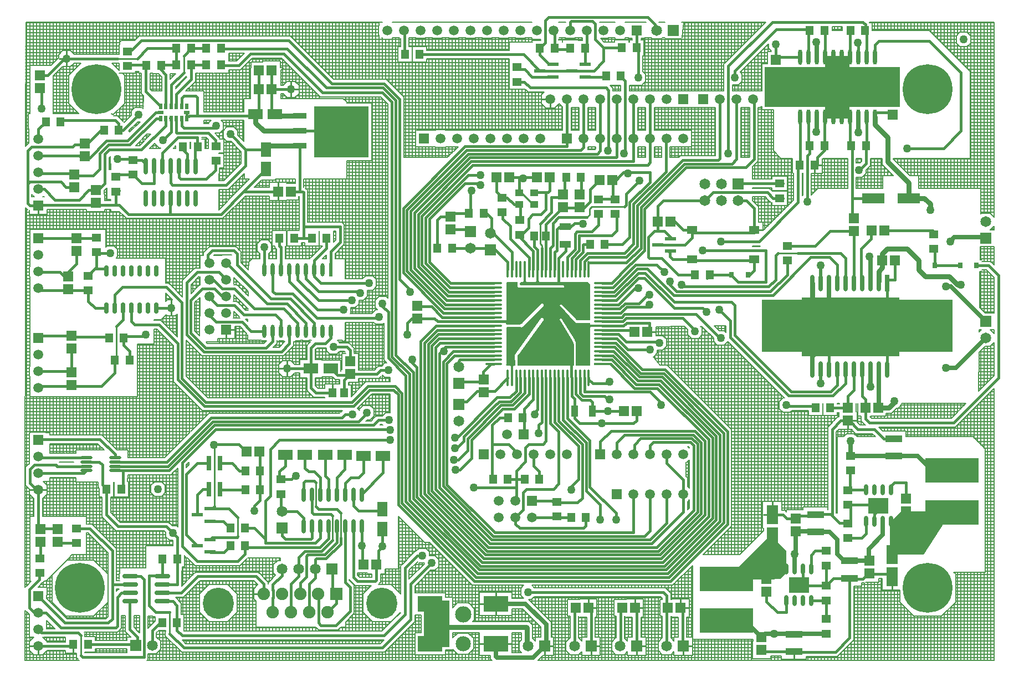
<source format=gtl>
G04 Layer_Physical_Order=1*
G04 Layer_Color=255*
%FSLAX25Y25*%
%MOIN*%
G70*
G01*
G75*
%ADD10O,0.01600X0.10000*%
%ADD11R,0.01600X0.10000*%
%ADD12O,0.10000X0.01600*%
%ADD13R,0.10000X0.01600*%
%ADD14O,0.02756X0.06890*%
%ADD15R,0.59055X0.35433*%
%ADD16O,0.02500X0.10000*%
%ADD17R,0.02500X0.10000*%
%ADD18R,0.02362X0.07874*%
%ADD19O,0.02362X0.07874*%
%ADD20O,0.09449X0.02756*%
%ADD21R,0.06299X0.05906*%
%ADD22R,0.04921X0.05709*%
%ADD23R,0.05709X0.04921*%
%ADD24R,0.08268X0.03543*%
%ADD25R,0.08268X0.12598*%
%ADD26O,0.02756X0.09843*%
%ADD27R,0.02362X0.03543*%
%ADD28R,0.03543X0.02362*%
%ADD29R,0.06693X0.02362*%
%ADD30R,0.12205X0.09488*%
%ADD31O,0.02362X0.06693*%
%ADD32O,0.02362X0.09055*%
%ADD33R,0.06102X0.05118*%
%ADD34O,0.02362X0.08661*%
%ADD35O,0.07284X0.01772*%
%ADD36R,0.32283X0.14567*%
%ADD37R,0.06693X0.11417*%
%ADD38R,0.02500X0.03300*%
%ADD39R,0.05906X0.06299*%
%ADD40R,0.10236X0.04331*%
%ADD41R,0.06299X0.08661*%
%ADD42R,0.08661X0.06299*%
%ADD43R,0.13780X0.06299*%
%ADD44R,0.04528X0.05709*%
%ADD45R,0.06693X0.04331*%
%ADD46R,0.04331X0.06693*%
%ADD47R,0.05118X0.04331*%
%ADD48R,0.03150X0.08661*%
%ADD49R,0.14961X0.09449*%
%ADD50C,0.00700*%
%ADD51C,0.01000*%
%ADD52C,0.03000*%
%ADD53C,0.01500*%
%ADD54C,0.02500*%
%ADD55C,0.02000*%
%ADD56R,1.15000X0.31500*%
%ADD57R,0.15500X0.28000*%
%ADD58R,0.32662X0.31000*%
%ADD59R,0.81500X0.24000*%
%ADD60R,0.15000X0.35827*%
%ADD61C,0.05906*%
%ADD62R,0.05906X0.05906*%
%ADD63C,0.06500*%
%ADD64R,0.06500X0.06500*%
%ADD65R,0.05906X0.05906*%
%ADD66C,0.30000*%
%ADD67R,0.06500X0.06500*%
%ADD68C,0.07500*%
%ADD69R,0.07500X0.07500*%
%ADD70C,0.18740*%
%ADD71C,0.09780*%
%ADD72C,0.09093*%
%ADD73C,0.05000*%
G36*
X465000Y72335D02*
Y61575D01*
X465000Y59028D01*
X461500Y55528D01*
X454000Y55268D01*
X429000Y55528D01*
X455404Y81931D01*
X465000Y72335D01*
D02*
G37*
G36*
X564000Y95500D02*
X547760Y70098D01*
X528000Y70098D01*
Y89858D01*
X527906Y89953D01*
X534213Y96260D01*
X537000D01*
X564000Y95500D01*
D02*
G37*
G36*
X328980Y241784D02*
X328999Y241776D01*
X328999Y241776D01*
X328999Y241776D01*
X329007Y241756D01*
X329015Y241738D01*
X329015Y241738D01*
X329015Y241738D01*
X329001Y234740D01*
X328997Y234730D01*
Y234719D01*
X328970Y234654D01*
X329119Y234295D01*
X329478Y234146D01*
X329516Y234162D01*
X329517Y234169D01*
X329521Y234172D01*
X329523Y234176D01*
X329538Y234182D01*
X329553Y234191D01*
X329557Y234190D01*
X329561Y234192D01*
X344855Y234227D01*
X344876Y234231D01*
X344886Y234229D01*
X344897Y234231D01*
X345706Y234070D01*
X345715Y234064D01*
X345726Y234062D01*
X346412Y233604D01*
X346418Y233595D01*
X346427Y233589D01*
X346886Y232902D01*
X346888Y232892D01*
X346894Y232883D01*
X347055Y232073D01*
X347053Y232063D01*
X347055Y232052D01*
X347050Y232027D01*
X347041Y232013D01*
X347035Y231998D01*
X347030Y231996D01*
X347027Y231992D01*
X347015Y231990D01*
X347026Y211550D01*
X347044Y211508D01*
Y211467D01*
X346932Y211196D01*
X346902Y211167D01*
X346632Y211055D01*
X346590D01*
X346539Y211076D01*
X346532Y211083D01*
X339667Y211061D01*
X339627Y211053D01*
X339616Y211055D01*
X339605Y211053D01*
X338987Y211176D01*
X338979Y211182D01*
X338968Y211184D01*
X338444Y211534D01*
X338438Y211543D01*
X338429Y211549D01*
X338400Y211592D01*
X338397Y211609D01*
X338391Y211624D01*
X338393Y211629D01*
X338392Y211631D01*
X329929Y220507D01*
X329927Y220512D01*
X329923Y220514D01*
X329917Y220524D01*
X329699Y220669D01*
X329443Y220720D01*
X329186Y220669D01*
X328968Y220524D01*
X328823Y220306D01*
X328772Y220049D01*
X328823Y219793D01*
X328903Y219673D01*
X337699Y210173D01*
X337701Y210169D01*
X337704Y210166D01*
X337844Y209957D01*
X338408Y209580D01*
X339074Y209448D01*
X339232Y209479D01*
X339240Y209482D01*
X339255Y209491D01*
X339258Y209490D01*
X339261Y209491D01*
X346549Y209503D01*
X346590Y209520D01*
X346632D01*
X346902Y209408D01*
X346932Y209379D01*
X347044Y209108D01*
Y209067D01*
X347022Y209015D01*
X347013Y209006D01*
X347005Y208845D01*
X347082Y208658D01*
X347252Y208588D01*
X347261Y208592D01*
X354361D01*
X354399Y208576D01*
X354415Y208538D01*
Y207038D01*
X354415Y207038D01*
X354415Y207038D01*
X354408Y207019D01*
X354399Y206999D01*
X354399Y206999D01*
X354399Y206999D01*
X354380Y206991D01*
X354361Y206983D01*
X354361Y206983D01*
X354361Y206983D01*
X347662Y206988D01*
X347652Y206992D01*
X347642D01*
X347511Y207046D01*
X347116Y206883D01*
X346953Y206488D01*
X346999Y206376D01*
X346999Y206376D01*
X347005Y206363D01*
X347013Y206352D01*
X347012Y206345D01*
X347015Y206338D01*
Y184267D01*
X347022Y184260D01*
X347044Y184208D01*
Y184167D01*
X346932Y183896D01*
X346902Y183867D01*
X346632Y183755D01*
X346590D01*
X346539Y183776D01*
X346532Y183783D01*
X338660Y183772D01*
X338650Y183776D01*
X338639D01*
X338420Y183867D01*
X338390Y183896D01*
X338300Y184115D01*
Y184122D01*
X338296Y184128D01*
X338300Y184142D01*
Y184157D01*
X338305Y184162D01*
X338306Y184169D01*
X338307Y184169D01*
X338313Y196437D01*
X338315Y196441D01*
X338314Y196444D01*
X338358Y196779D01*
X338208Y197921D01*
X337767Y198985D01*
X337525Y199301D01*
X337516Y199306D01*
X337516Y199308D01*
X337515Y199309D01*
X329648Y212026D01*
X329495Y212128D01*
X329268Y212173D01*
X329040Y212128D01*
X328848Y211999D01*
X328719Y211807D01*
X328674Y211579D01*
X328719Y211352D01*
X328819Y211202D01*
X328827Y211198D01*
X328829Y211194D01*
X328832Y211191D01*
X336442Y198718D01*
X336734Y198338D01*
X336736Y198331D01*
X336741Y198326D01*
X337127Y197394D01*
Y197386D01*
X337131Y197380D01*
X337263Y196380D01*
X337261Y196373D01*
X337263Y196365D01*
X337219Y196030D01*
X337216Y196025D01*
X337216Y184048D01*
X337232Y184008D01*
Y183967D01*
X337232Y183967D01*
X337182Y183846D01*
X337153Y183817D01*
X337032Y183766D01*
X336990D01*
X336949Y183783D01*
X336761Y183784D01*
X336751Y183788D01*
X336740D01*
X336711Y183800D01*
X336631Y183767D01*
X336598Y183688D01*
X336611Y183658D01*
Y183657D01*
X336612Y183655D01*
X336612Y183646D01*
X336615Y183638D01*
Y176338D01*
X336599Y176299D01*
X336561Y176284D01*
X335061D01*
X335061Y176284D01*
X335061Y176284D01*
X335042Y176291D01*
X335023Y176299D01*
X335023Y176300D01*
X335023Y176300D01*
X335015Y176318D01*
X335007Y176338D01*
X335007Y176338D01*
X335007Y176338D01*
X335048Y183327D01*
X334902Y183679D01*
X334601Y183804D01*
X334599Y183799D01*
X334561Y183783D01*
X304073Y183780D01*
X303932Y183721D01*
X303890D01*
X303466Y183897D01*
X303437Y183926D01*
X303261Y184350D01*
Y184392D01*
X303290Y184461D01*
X303300Y184471D01*
X303307Y184483D01*
X303307Y184483D01*
X303291Y189238D01*
X303293Y189244D01*
X303292Y189249D01*
X303403Y189805D01*
X303409Y189814D01*
X303411Y189824D01*
X303785Y190384D01*
X303794Y190390D01*
X303800Y190399D01*
X303809Y190405D01*
X303825Y190408D01*
X303839Y190414D01*
X303844Y190412D01*
X303848Y190413D01*
X318818Y211067D01*
X318961Y211281D01*
X319036Y211656D01*
X318961Y212031D01*
X318749Y212349D01*
X318431Y212561D01*
X318056Y212636D01*
X317681Y212561D01*
X317363Y212349D01*
X317211Y212121D01*
X317210Y212111D01*
X317207Y212109D01*
X317206Y212105D01*
X302195Y191117D01*
X301904Y190682D01*
X301800Y190158D01*
X301800Y190158D01*
X301807Y190139D01*
X301815Y190121D01*
X301827Y184250D01*
X301844Y184208D01*
Y184167D01*
X301732Y183896D01*
X301702Y183867D01*
X301432Y183755D01*
X301390D01*
X301339Y183776D01*
X301329Y183786D01*
X301316Y183794D01*
X301315Y183798D01*
X301261Y183819D01*
X300910Y183674D01*
X300813Y183440D01*
X300815Y183437D01*
X300715Y176337D01*
X300707Y176318D01*
X300699Y176299D01*
X300699Y176299D01*
X300699Y176299D01*
X300679Y176291D01*
X300661Y176284D01*
X299261D01*
X299261Y176284D01*
X299261Y176284D01*
X299240Y176292D01*
X299223Y176299D01*
X299223Y176299D01*
X299223Y176299D01*
X299216Y176317D01*
X299207Y176338D01*
X299207Y176338D01*
X299207Y176338D01*
X299213Y183428D01*
X299112Y183673D01*
X298801Y183802D01*
X298799Y183799D01*
X298799Y183799D01*
X298799Y183798D01*
X298780Y183791D01*
X298761Y183783D01*
X297214Y183776D01*
X297107Y183731D01*
X297065D01*
X296663Y183898D01*
X296633Y183928D01*
X296467Y184330D01*
X296467Y184330D01*
X296467Y184351D01*
Y184372D01*
X296467Y184372D01*
X296476Y184393D01*
X296484Y184401D01*
X296489Y184412D01*
X296498Y184415D01*
X296505Y184422D01*
X296506D01*
X296503Y206456D01*
X296467Y206542D01*
Y206583D01*
X296592Y206884D01*
X296621Y206914D01*
X296922Y207038D01*
X296964D01*
X297076Y206992D01*
X305261Y206992D01*
X305266Y206989D01*
X305272Y206991D01*
X305588Y206928D01*
X306274Y207064D01*
X306856Y207453D01*
X306908Y207531D01*
X306907Y207533D01*
X306908Y207535D01*
X306907Y207537D01*
X306914Y207555D01*
X306920Y207573D01*
X306922Y207574D01*
X306923Y207575D01*
X318827Y219665D01*
X319009Y219937D01*
X319081Y220303D01*
X319009Y220668D01*
X318802Y220978D01*
X318492Y221185D01*
X318126Y221258D01*
X317760Y221185D01*
X317506Y221015D01*
X317500Y221000D01*
X306205Y209302D01*
X306062Y209088D01*
X306053Y209082D01*
X306047Y209073D01*
X305465Y208684D01*
X305454Y208682D01*
X305445Y208676D01*
X304758Y208539D01*
X304748Y208541D01*
X304737Y208539D01*
X304550Y208577D01*
X304541Y208583D01*
X296973Y208572D01*
X296932Y208555D01*
X296890D01*
X296620Y208667D01*
X296590Y208696D01*
X296478Y208967D01*
Y209008D01*
X296500Y209060D01*
X296510Y209070D01*
X296510Y209071D01*
X296519Y209142D01*
X296522Y209149D01*
Y209157D01*
X296535Y209188D01*
X296440Y209417D01*
X296211Y209512D01*
X296205Y209509D01*
X296204Y209505D01*
X296201Y209503D01*
X296199Y209499D01*
X296183Y209493D01*
X296169Y209484D01*
X296165Y209485D01*
X296161Y209484D01*
X288761D01*
X288723Y209499D01*
X288707Y209538D01*
Y211038D01*
X288707Y211038D01*
X288707Y211038D01*
X288715Y211056D01*
X288723Y211076D01*
X288723Y211076D01*
X288723Y211076D01*
X288743Y211084D01*
X288761Y211092D01*
X288761Y211092D01*
X288761Y211092D01*
X296160Y211080D01*
X296169Y211076D01*
X296180D01*
X296211Y211064D01*
X296440Y211158D01*
X296535Y211388D01*
X296533Y211393D01*
X296529Y211394D01*
X296527Y211398D01*
X296523Y211399D01*
X296516Y211415D01*
X296508Y211430D01*
X296509Y211434D01*
X296507Y211438D01*
X296496Y233132D01*
X296488Y233172D01*
X296490Y233183D01*
X296488Y233193D01*
X296564Y233576D01*
X296570Y233585D01*
X296572Y233595D01*
X296789Y233920D01*
X296798Y233926D01*
X296804Y233935D01*
X297128Y234152D01*
X297139Y234154D01*
X297148Y234160D01*
X297531Y234236D01*
X297541Y234234D01*
X297552Y234236D01*
X297769Y234193D01*
X302748Y234204D01*
X302829Y234237D01*
X302870D01*
X303261Y234075D01*
X303291Y234046D01*
Y234046D01*
X303451Y233659D01*
Y233648D01*
X303455Y233638D01*
X303451Y233628D01*
Y233617D01*
X303444Y233610D01*
X303440Y233600D01*
X303430Y233596D01*
X303422Y233588D01*
X303415D01*
X303413Y231443D01*
X303453Y231244D01*
X303619Y230995D01*
X303868Y230829D01*
X304059Y230791D01*
X304061Y230792D01*
X330661Y230789D01*
X330666Y230786D01*
X330671Y230788D01*
X330726Y230777D01*
X330960Y230823D01*
X331158Y230956D01*
X331290Y231154D01*
X331337Y231388D01*
X331290Y231621D01*
X331158Y231820D01*
X330960Y231952D01*
X330726Y231998D01*
X330675Y231988D01*
X330666Y231984D01*
X330664Y231984D01*
X330661Y231983D01*
X305767Y231973D01*
X305713Y231962D01*
X305703Y231964D01*
X305692Y231962D01*
X305282Y232044D01*
X305273Y232050D01*
X305262Y232052D01*
X304914Y232284D01*
X304908Y232293D01*
X304900Y232299D01*
X304667Y232647D01*
X304665Y232658D01*
X304659Y232667D01*
X304577Y233077D01*
X304579Y233088D01*
X304577Y233098D01*
X304659Y233508D01*
X304665Y233517D01*
X304667Y233528D01*
X304900Y233876D01*
X304908Y233882D01*
X304914Y233891D01*
X305262Y234123D01*
X305273Y234125D01*
X305282Y234131D01*
X305692Y234213D01*
X305703Y234211D01*
X305713Y234213D01*
X305772Y234201D01*
X305786Y234192D01*
X305788Y234191D01*
X306360Y234177D01*
X306369Y234173D01*
X306380D01*
X306444Y234146D01*
X306803Y234295D01*
X306952Y234654D01*
X306937Y234692D01*
X306929Y234694D01*
X306927Y234698D01*
X306923Y234699D01*
X306916Y234715D01*
X306908Y234729D01*
X306909Y234733D01*
X306907Y234738D01*
Y241738D01*
X306923Y241776D01*
X306961Y241792D01*
X308361D01*
X308361Y241792D01*
X308361Y241792D01*
X308380Y241784D01*
X308399Y241776D01*
X308399Y241776D01*
X308399Y241776D01*
X308407Y241756D01*
X308415Y241738D01*
X308415Y241738D01*
X308415Y241738D01*
X308411Y234838D01*
X308408Y234833D01*
X308410Y234827D01*
X308402Y234788D01*
X308448Y234554D01*
X308580Y234357D01*
X308778Y234225D01*
X309011Y234178D01*
X309043Y234184D01*
X309057Y234192D01*
X309059Y234191D01*
X309061Y234192D01*
X313761Y234192D01*
X313766Y234190D01*
X313772Y234191D01*
X313886Y234168D01*
X314133Y234217D01*
X314342Y234357D01*
X314482Y234566D01*
X314531Y234813D01*
X314508Y234927D01*
X314508Y234928D01*
X314508Y234929D01*
X314509Y234933D01*
X314507Y234938D01*
Y241738D01*
X314523Y241776D01*
X314561Y241792D01*
X316061D01*
X316061Y241792D01*
X316061Y241792D01*
X316079Y241784D01*
X316099Y241776D01*
X316099Y241776D01*
X316099Y241776D01*
X316108Y241755D01*
X316115Y241738D01*
X316115Y241738D01*
X316115Y241738D01*
X316107Y234942D01*
X316160Y234677D01*
X316336Y234413D01*
X316600Y234237D01*
X316849Y234187D01*
X316861Y234192D01*
X326759Y234177D01*
X326769Y234173D01*
X326780D01*
X326844Y234146D01*
X327203Y234295D01*
X327352Y234654D01*
X327337Y234692D01*
X327329Y234694D01*
X327327Y234698D01*
X327323Y234699D01*
X327316Y234715D01*
X327308Y234729D01*
X327309Y234733D01*
X327307Y234738D01*
Y241738D01*
X327323Y241776D01*
X327361Y241792D01*
X328961D01*
X328961Y241792D01*
X328961Y241792D01*
X328980Y241784D01*
D02*
G37*
D10*
X346061Y176438D02*
D03*
X343501D02*
D03*
X340941D02*
D03*
X338381D02*
D03*
X335821D02*
D03*
X333261D02*
D03*
X330701D02*
D03*
X328141D02*
D03*
X325581D02*
D03*
X323021D02*
D03*
X317901D02*
D03*
X315341D02*
D03*
X312781D02*
D03*
X310221D02*
D03*
X307661D02*
D03*
X305101D02*
D03*
X302541D02*
D03*
X299981D02*
D03*
X297421D02*
D03*
Y241678D02*
D03*
X299981D02*
D03*
X302541D02*
D03*
X305101D02*
D03*
X307661D02*
D03*
X310221D02*
D03*
X312781D02*
D03*
X315341D02*
D03*
X317901D02*
D03*
X320461D02*
D03*
X325581D02*
D03*
X328141D02*
D03*
X330701D02*
D03*
X333261D02*
D03*
X335821D02*
D03*
X338381D02*
D03*
X340941D02*
D03*
X343501D02*
D03*
X346061D02*
D03*
D11*
X320461Y176438D02*
D03*
X323021Y241678D02*
D03*
D12*
X289121Y184738D02*
D03*
Y187298D02*
D03*
Y189858D02*
D03*
Y192418D02*
D03*
Y194978D02*
D03*
Y197538D02*
D03*
Y200098D02*
D03*
Y202658D02*
D03*
Y205218D02*
D03*
Y207778D02*
D03*
Y212898D02*
D03*
Y215458D02*
D03*
Y218018D02*
D03*
Y220578D02*
D03*
Y223138D02*
D03*
Y225698D02*
D03*
Y228258D02*
D03*
Y230818D02*
D03*
Y233378D02*
D03*
X354361D02*
D03*
Y230818D02*
D03*
Y228258D02*
D03*
Y225698D02*
D03*
Y223138D02*
D03*
Y220578D02*
D03*
Y218018D02*
D03*
Y215458D02*
D03*
Y212898D02*
D03*
Y210338D02*
D03*
Y205218D02*
D03*
Y202658D02*
D03*
Y200098D02*
D03*
Y197538D02*
D03*
Y194978D02*
D03*
Y192418D02*
D03*
Y189858D02*
D03*
Y187298D02*
D03*
D13*
X289121Y210338D02*
D03*
X354361Y207778D02*
D03*
Y184738D02*
D03*
D14*
X86000Y240721D02*
D03*
X81000D02*
D03*
X76000D02*
D03*
X71000D02*
D03*
X66000D02*
D03*
X61000D02*
D03*
X56000D02*
D03*
X86000Y218280D02*
D03*
X81000D02*
D03*
X76000D02*
D03*
X71000D02*
D03*
X66000D02*
D03*
X61000D02*
D03*
X56000D02*
D03*
D15*
X503500Y207000D02*
D03*
D16*
X525500Y181415D02*
D03*
X520500D02*
D03*
X515500D02*
D03*
X510500D02*
D03*
X505500D02*
D03*
X500500D02*
D03*
X495500D02*
D03*
X490500D02*
D03*
X485500D02*
D03*
X480500D02*
D03*
Y233500D02*
D03*
X485500D02*
D03*
X490500D02*
D03*
X495500D02*
D03*
X500500D02*
D03*
X505500D02*
D03*
X510500D02*
D03*
X515500D02*
D03*
X520500D02*
D03*
D17*
X525500D02*
D03*
D18*
X191000Y241508D02*
D03*
D19*
X186000D02*
D03*
X181000D02*
D03*
X176000D02*
D03*
X171000D02*
D03*
X166000D02*
D03*
X161000D02*
D03*
X156000D02*
D03*
X151000D02*
D03*
X191000Y204500D02*
D03*
X186000D02*
D03*
X181000D02*
D03*
X176000D02*
D03*
X171000D02*
D03*
X166000D02*
D03*
X161000D02*
D03*
X156000D02*
D03*
X151000D02*
D03*
D20*
X70256Y57000D02*
D03*
Y52000D02*
D03*
Y47000D02*
D03*
Y42000D02*
D03*
X89744Y57000D02*
D03*
Y52000D02*
D03*
Y47000D02*
D03*
Y42000D02*
D03*
D21*
X16000Y358484D02*
D03*
Y350807D02*
D03*
X202500Y186339D02*
D03*
Y178661D02*
D03*
X453000Y55339D02*
D03*
Y47661D02*
D03*
X537000Y96260D02*
D03*
Y103937D02*
D03*
X470500Y84091D02*
D03*
Y91768D02*
D03*
X515000Y66339D02*
D03*
Y58661D02*
D03*
X502000Y150661D02*
D03*
Y158339D02*
D03*
X529000Y334661D02*
D03*
Y342339D02*
D03*
X458677Y360236D02*
D03*
Y367913D02*
D03*
X283000Y167661D02*
D03*
Y175339D02*
D03*
X263000Y265661D02*
D03*
Y273339D02*
D03*
X450000Y12661D02*
D03*
Y20339D02*
D03*
X330500Y279161D02*
D03*
Y286839D02*
D03*
X340500Y279161D02*
D03*
Y286839D02*
D03*
X16244Y85339D02*
D03*
Y77661D02*
D03*
X26744Y85339D02*
D03*
Y77661D02*
D03*
X49500Y289339D02*
D03*
Y281661D02*
D03*
X36500Y298839D02*
D03*
Y291161D02*
D03*
X43000Y309661D02*
D03*
Y317339D02*
D03*
X243000Y212161D02*
D03*
Y219839D02*
D03*
X38000Y260339D02*
D03*
Y252661D02*
D03*
X35000Y201839D02*
D03*
Y194161D02*
D03*
X33000Y237339D02*
D03*
Y229661D02*
D03*
X35000Y179839D02*
D03*
Y172161D02*
D03*
X505500Y264661D02*
D03*
Y272339D02*
D03*
D22*
X473071Y304552D02*
D03*
X481929D02*
D03*
X365429Y358000D02*
D03*
X356571D02*
D03*
X325492Y374740D02*
D03*
X316634D02*
D03*
X335134D02*
D03*
X343992D02*
D03*
X491429Y158500D02*
D03*
X482571D02*
D03*
X487929Y385500D02*
D03*
X479071D02*
D03*
X504071Y316000D02*
D03*
X512929D02*
D03*
X503571Y385500D02*
D03*
X512429D02*
D03*
X487929Y316000D02*
D03*
X479071D02*
D03*
X366071Y375000D02*
D03*
X374929D02*
D03*
X139571Y120500D02*
D03*
X148429D02*
D03*
X130571Y75500D02*
D03*
X139429D02*
D03*
X139429Y86000D02*
D03*
X130571D02*
D03*
X148429Y109000D02*
D03*
X139571D02*
D03*
X263929Y254500D02*
D03*
X255071D02*
D03*
X410071Y238500D02*
D03*
X418929D02*
D03*
X282929Y275500D02*
D03*
X274071D02*
D03*
X297429Y115500D02*
D03*
X288571D02*
D03*
X316429D02*
D03*
X307571D02*
D03*
X344429Y92500D02*
D03*
X335571D02*
D03*
X346932Y256738D02*
D03*
X355790D02*
D03*
X306429Y152500D02*
D03*
X297571D02*
D03*
X341429Y297000D02*
D03*
X332571D02*
D03*
X64929Y109500D02*
D03*
X56071D02*
D03*
X36071Y16000D02*
D03*
X44929D02*
D03*
X98429Y29250D02*
D03*
X89571D02*
D03*
X89815Y67500D02*
D03*
X98673D02*
D03*
X106929Y364646D02*
D03*
X98071D02*
D03*
X63429Y325500D02*
D03*
X54571D02*
D03*
X102071Y315500D02*
D03*
X110929D02*
D03*
X19571Y330500D02*
D03*
X28429D02*
D03*
X124929Y364646D02*
D03*
X116071D02*
D03*
X124929Y374646D02*
D03*
X116071D02*
D03*
X88929Y364500D02*
D03*
X80071D02*
D03*
X98071Y374646D02*
D03*
X106929D02*
D03*
X66429Y200500D02*
D03*
X57571D02*
D03*
X244429Y371000D02*
D03*
X235571D02*
D03*
X61071Y187000D02*
D03*
X69929D02*
D03*
X160071Y260508D02*
D03*
X168929D02*
D03*
X188429D02*
D03*
X179571D02*
D03*
D23*
X50000Y252071D02*
D03*
Y260929D02*
D03*
X303000Y354571D02*
D03*
Y363429D02*
D03*
X489000Y63500D02*
D03*
Y72358D02*
D03*
X502000Y88929D02*
D03*
Y80071D02*
D03*
X489000Y31358D02*
D03*
Y22500D02*
D03*
X503500Y120669D02*
D03*
Y129528D02*
D03*
X489000Y42500D02*
D03*
Y51358D02*
D03*
X502000Y108929D02*
D03*
Y100071D02*
D03*
X161000Y115429D02*
D03*
Y106571D02*
D03*
X461000Y284571D02*
D03*
Y293429D02*
D03*
X294000Y276071D02*
D03*
Y284929D02*
D03*
X327000Y101929D02*
D03*
Y93071D02*
D03*
X304500Y271429D02*
D03*
Y262571D02*
D03*
X16000Y67929D02*
D03*
Y59071D02*
D03*
X38000Y77071D02*
D03*
Y85929D02*
D03*
X122000Y315929D02*
D03*
Y307071D02*
D03*
X72000Y307575D02*
D03*
Y298716D02*
D03*
X61500Y288571D02*
D03*
Y297429D02*
D03*
X68500Y372929D02*
D03*
Y364071D02*
D03*
X362000Y283929D02*
D03*
Y275071D02*
D03*
X352000Y283929D02*
D03*
Y275071D02*
D03*
X45000Y229071D02*
D03*
Y237929D02*
D03*
X553500Y254071D02*
D03*
Y262929D02*
D03*
X465500Y255929D02*
D03*
Y247071D02*
D03*
D24*
X172153Y334055D02*
D03*
Y325000D02*
D03*
Y315945D02*
D03*
D25*
X194595Y325000D02*
D03*
D26*
X79500Y284500D02*
D03*
X84500D02*
D03*
X89500D02*
D03*
X94500D02*
D03*
X99500D02*
D03*
X104500D02*
D03*
X109500D02*
D03*
X79500Y303791D02*
D03*
X84500D02*
D03*
X89500D02*
D03*
X94500D02*
D03*
X99500D02*
D03*
X104500D02*
D03*
X109500D02*
D03*
D27*
X104374Y339886D02*
D03*
X101224D02*
D03*
X98075D02*
D03*
X94925D02*
D03*
X91776D02*
D03*
X88626D02*
D03*
Y332405D02*
D03*
X91776D02*
D03*
X94925D02*
D03*
X98075D02*
D03*
X101224D02*
D03*
X104374D02*
D03*
D28*
X88626Y336146D02*
D03*
X104374D02*
D03*
D29*
X118437Y71760D02*
D03*
Y79240D02*
D03*
X110563Y75500D02*
D03*
X118437Y90260D02*
D03*
Y97740D02*
D03*
X110563Y94000D02*
D03*
X324500Y357500D02*
D03*
Y364980D02*
D03*
X316626Y361240D02*
D03*
X344000Y357500D02*
D03*
Y364980D02*
D03*
X336126Y361240D02*
D03*
X395437Y252760D02*
D03*
Y260240D02*
D03*
X387563Y256500D02*
D03*
D30*
X472500Y51929D02*
D03*
X520405Y99598D02*
D03*
D31*
X480000Y61575D02*
D03*
X475000D02*
D03*
X470000D02*
D03*
X465000D02*
D03*
X480000Y42283D02*
D03*
X475000D02*
D03*
X470000D02*
D03*
X465000D02*
D03*
X512906Y89953D02*
D03*
X517906D02*
D03*
X522905D02*
D03*
X527906D02*
D03*
X512906Y109244D02*
D03*
X517906D02*
D03*
X522905D02*
D03*
X527906D02*
D03*
D32*
X518177Y369413D02*
D03*
X513177D02*
D03*
X508177D02*
D03*
X503177D02*
D03*
X498177D02*
D03*
X493177D02*
D03*
X488177D02*
D03*
X483177D02*
D03*
X478177D02*
D03*
X473177D02*
D03*
X518177Y333587D02*
D03*
X513177D02*
D03*
X508177D02*
D03*
X503177D02*
D03*
X498177D02*
D03*
X493177D02*
D03*
X488177D02*
D03*
X483177D02*
D03*
X478177D02*
D03*
X473177D02*
D03*
D33*
X408299Y265358D02*
D03*
X445701D02*
D03*
X408299Y247642D02*
D03*
X445701D02*
D03*
D34*
X209500Y105949D02*
D03*
X204500D02*
D03*
X199500D02*
D03*
X194500D02*
D03*
X189500D02*
D03*
X184500D02*
D03*
X179500D02*
D03*
X174500D02*
D03*
X209500Y87051D02*
D03*
X204500D02*
D03*
X199500D02*
D03*
X194500D02*
D03*
X189500D02*
D03*
X184500D02*
D03*
X179500D02*
D03*
X174500D02*
D03*
D35*
X43839Y128339D02*
D03*
Y125779D02*
D03*
Y123221D02*
D03*
Y120661D02*
D03*
X61161Y128339D02*
D03*
Y125779D02*
D03*
Y123221D02*
D03*
Y120661D02*
D03*
D36*
X429000Y55528D02*
D03*
Y30331D02*
D03*
X564500Y95500D02*
D03*
Y120697D02*
D03*
D37*
X456500Y94024D02*
D03*
Y80835D02*
D03*
X528500Y56906D02*
D03*
Y70095D02*
D03*
D38*
X579475Y244000D02*
D03*
X569525D02*
D03*
X441975Y238500D02*
D03*
X432025D02*
D03*
X554475Y244000D02*
D03*
X544525D02*
D03*
D39*
X147661Y361500D02*
D03*
X155339D02*
D03*
X147661Y350000D02*
D03*
X155339D02*
D03*
X520339Y158500D02*
D03*
X512661D02*
D03*
X530339Y247000D02*
D03*
X522661D02*
D03*
X147839Y132000D02*
D03*
X140161D02*
D03*
X298339Y297000D02*
D03*
X290661D02*
D03*
X159161Y288500D02*
D03*
X166839D02*
D03*
X218339Y64000D02*
D03*
X210661D02*
D03*
X374839Y156500D02*
D03*
X367161D02*
D03*
X395339Y270500D02*
D03*
X387661D02*
D03*
X315022Y297238D02*
D03*
X322700D02*
D03*
X373661Y204000D02*
D03*
X381339D02*
D03*
X360339Y295500D02*
D03*
X352661D02*
D03*
X523839Y265000D02*
D03*
X516161D02*
D03*
X338161Y38000D02*
D03*
X345839D02*
D03*
X393661D02*
D03*
X401339D02*
D03*
X366161D02*
D03*
X373839D02*
D03*
D40*
X469500Y22244D02*
D03*
Y11614D02*
D03*
X529500Y129283D02*
D03*
Y139913D02*
D03*
X482500Y94244D02*
D03*
Y83614D02*
D03*
X503000Y55783D02*
D03*
Y66413D02*
D03*
D41*
X152000Y313906D02*
D03*
Y302095D02*
D03*
X222000Y97405D02*
D03*
Y85594D02*
D03*
D42*
X145595Y335000D02*
D03*
X157405D02*
D03*
X163594Y130000D02*
D03*
X175406D02*
D03*
X199406D02*
D03*
X187594D02*
D03*
X222406Y129500D02*
D03*
X210595D02*
D03*
X190905Y182000D02*
D03*
X179095D02*
D03*
D43*
X538630Y284500D02*
D03*
X517370D02*
D03*
D44*
X199043Y167500D02*
D03*
X191957D02*
D03*
X320404Y261738D02*
D03*
X313318D02*
D03*
D45*
X332000Y267315D02*
D03*
Y256685D02*
D03*
D46*
X337685Y156500D02*
D03*
X348315D02*
D03*
D47*
X304361Y280738D02*
D03*
X313416D02*
D03*
Y287824D02*
D03*
X304361D02*
D03*
D48*
X124193Y109500D02*
D03*
X117500D02*
D03*
X124193Y125000D02*
D03*
X117500D02*
D03*
D49*
X290185Y40516D02*
D03*
X250815D02*
D03*
X290185Y16500D02*
D03*
X250815D02*
D03*
D50*
X574000Y384025D02*
Y390500D01*
X569325Y384350D02*
X573675D01*
X574025Y384000D02*
X590000D01*
X570000Y384350D02*
Y390500D01*
X572000Y384350D02*
Y390500D01*
X575850Y380000D02*
X590000D01*
X575850Y382000D02*
X590000D01*
X575850Y378000D02*
X590000D01*
X573675Y384350D02*
X575850Y382175D01*
Y377825D02*
Y382175D01*
X516740Y390000D02*
X590000D01*
X514971Y390500D02*
X590000D01*
X516740Y388000D02*
X590000D01*
X516740Y386000D02*
X590000D01*
X552500Y384000D02*
X568975D01*
X567150Y382175D02*
X569325Y384350D01*
X551000Y385500D02*
X575750Y360750D01*
X567150Y377825D02*
X569325Y375650D01*
X568000Y383025D02*
Y390500D01*
X556500Y380000D02*
X567150D01*
X574025Y376000D02*
X590000D01*
X572500Y364000D02*
X590000D01*
X574500Y362000D02*
X590000D01*
X573675Y375650D02*
X575850Y377825D01*
X574000Y362500D02*
Y375975D01*
X575750Y358000D02*
X590000D01*
X575750Y360000D02*
X590000D01*
X575750Y354000D02*
X590000D01*
X575750Y356500D02*
Y360750D01*
Y356000D02*
X590000D01*
X564500Y372000D02*
X590000D01*
X562500Y374000D02*
X590000D01*
X566500Y370000D02*
X590000D01*
X560500Y376000D02*
X568975D01*
X569325Y375650D02*
X573675D01*
X572000Y364500D02*
Y375650D01*
X568500Y368000D02*
X590000D01*
X570500Y366000D02*
X590000D01*
X568000Y368500D02*
Y376975D01*
X570000Y366500D02*
Y375650D01*
X554000Y382500D02*
Y390500D01*
X552000Y384500D02*
Y390500D01*
X556000Y380500D02*
Y390500D01*
X548000Y385500D02*
Y390500D01*
X550000Y385500D02*
Y390500D01*
X564000Y372500D02*
Y390500D01*
X562000Y374500D02*
Y390500D01*
X566000Y370500D02*
Y390500D01*
X558000Y378500D02*
Y390500D01*
X560000Y376500D02*
Y390500D01*
X534000Y385500D02*
Y390500D01*
X532000Y385500D02*
Y390500D01*
X536000Y385500D02*
Y390500D01*
X520000Y385500D02*
Y390500D01*
X522000Y385500D02*
Y390500D01*
X544000Y385500D02*
Y390500D01*
X542000Y385500D02*
Y390500D01*
X546000Y385500D02*
Y390500D01*
X538000Y385500D02*
Y390500D01*
X540000Y385500D02*
Y390500D01*
X526000Y385500D02*
Y390500D01*
X524000Y385500D02*
Y390500D01*
X516740Y385500D02*
X551000D01*
X518000D02*
Y390500D01*
X516740Y385500D02*
Y390204D01*
X567150Y377825D02*
Y382175D01*
X554500Y382000D02*
X567150D01*
X558500Y378000D02*
X567150D01*
X528000Y385500D02*
Y390500D01*
X530000Y385500D02*
Y390500D01*
X515100Y390204D02*
X516740D01*
X492740Y387900D02*
X498760D01*
X492740Y386000D02*
X498760D01*
X498000Y385500D02*
Y387900D01*
X498760Y385500D02*
Y387900D01*
X496000Y385500D02*
Y387900D01*
X492740Y385500D02*
X498760D01*
X492740D02*
Y387900D01*
X494000Y385500D02*
Y387900D01*
X580000Y290388D02*
Y390500D01*
X578000Y290388D02*
Y390500D01*
X575750Y352000D02*
X590000D01*
X576000Y290388D02*
Y390500D01*
X575750Y332500D02*
Y356500D01*
X588000Y275150D02*
Y390500D01*
X586000Y275600D02*
Y390500D01*
X590000Y273150D02*
Y390500D01*
X582000Y275150D02*
Y390500D01*
X584000Y275600D02*
Y390500D01*
X575750Y344000D02*
X590000D01*
X575750Y346000D02*
X590000D01*
X575750Y342000D02*
X590000D01*
X575750Y350000D02*
X590000D01*
X575750Y348000D02*
X590000D01*
X575750Y338000D02*
X590000D01*
X575750Y340000D02*
X590000D01*
X575750Y336000D02*
X590000D01*
X575750Y334000D02*
X590000D01*
X575750Y308500D02*
Y332500D01*
Y326000D02*
X590000D01*
X575750Y328000D02*
X590000D01*
X575750Y324000D02*
X590000D01*
X575750Y332000D02*
X590000D01*
X575750Y330000D02*
X590000D01*
X575750Y316000D02*
X590000D01*
X575750Y318000D02*
X590000D01*
X575750Y314000D02*
X590000D01*
X575750Y322000D02*
X590000D01*
X575750Y320000D02*
X590000D01*
X575750Y310000D02*
X590000D01*
X575750Y312000D02*
X590000D01*
X529350Y308500D02*
X575750D01*
X572000Y290388D02*
Y308500D01*
X574000Y290388D02*
Y308500D01*
X568000Y290388D02*
Y308500D01*
X570000Y290388D02*
Y308500D01*
X564000Y290388D02*
Y308500D01*
X566000Y290388D02*
Y308500D01*
X510329Y306729D02*
Y308500D01*
X507100D02*
X510329D01*
X515529Y306729D02*
Y308500D01*
X508000Y305850D02*
Y308500D01*
X510000Y306400D02*
Y308500D01*
X501900Y290388D02*
Y308500D01*
X500000Y290388D02*
Y308500D01*
X507100Y305850D02*
Y308500D01*
X496000Y290388D02*
Y308500D01*
X498000Y290388D02*
Y308500D01*
X490000Y290388D02*
Y308500D01*
X468760Y299848D02*
Y308500D01*
X486900D02*
X501900D01*
X462000Y297740D02*
Y308500D01*
X464000Y297740D02*
Y308500D01*
X492000Y290388D02*
Y308500D01*
X488000Y290388D02*
Y308500D01*
X494000Y290388D02*
Y308500D01*
X466000Y279900D02*
Y308500D01*
X468000Y281900D02*
Y308500D01*
X550000Y290388D02*
Y308500D01*
X546000Y290388D02*
Y308500D01*
X552000Y290388D02*
Y308500D01*
X542000Y298140D02*
Y308500D01*
X544000Y298140D02*
Y308500D01*
X560000Y290388D02*
Y308500D01*
X558000Y290388D02*
Y308500D01*
X562000Y290388D02*
Y308500D01*
X554000Y290388D02*
Y308500D01*
X556000Y290388D02*
Y308500D01*
X536000Y301525D02*
Y308500D01*
X534000Y303525D02*
Y308500D01*
X538000Y299525D02*
Y308500D01*
X515529D02*
X522650D01*
X532000Y305525D02*
Y308500D01*
X520000Y290388D02*
Y308500D01*
X522000Y290388D02*
Y308500D01*
X516000Y290388D02*
Y308500D01*
X518000Y290388D02*
Y308500D01*
X454327Y374825D02*
Y377427D01*
X450000Y387900D02*
Y390500D01*
X452900Y376000D02*
X454327D01*
X446000Y383900D02*
Y390500D01*
X448000Y385900D02*
Y390500D01*
X454327Y374825D02*
X456077Y373075D01*
X454000Y372716D02*
Y377100D01*
X450900Y374000D02*
X455152D01*
X452000Y365350D02*
Y375100D01*
X450000Y349000D02*
Y373100D01*
X403228Y390500D02*
X452600D01*
X403174Y390000D02*
X452100D01*
X402961Y388000D02*
X450100D01*
X402747Y386000D02*
X448100D01*
X402534Y384000D02*
X446100D01*
X428700Y366600D02*
X452600Y390500D01*
X402320Y382000D02*
X444100D01*
X437213Y360313D02*
X454327Y377427D01*
X444000Y381900D02*
Y390500D01*
X377529Y380000D02*
X442100D01*
X453678Y372716D02*
X456077D01*
X448900Y372000D02*
X453678D01*
X446900Y370000D02*
X453678D01*
Y365539D02*
Y372716D01*
X444900Y368000D02*
X453678D01*
X450150Y349000D02*
Y365350D01*
X448000Y349000D02*
Y371100D01*
X450150Y365350D02*
X453178D01*
X446000Y349000D02*
Y369100D01*
X444000Y349000D02*
Y367100D01*
X442900Y366000D02*
X453678D01*
X440900Y364000D02*
X450150D01*
X438900Y362000D02*
X450150D01*
X437525Y360000D02*
X450150D01*
X438350Y358000D02*
X450150D01*
X432600Y350000D02*
X450150D01*
X432600Y352000D02*
X450150D01*
X432600Y349000D02*
X450150D01*
X438350Y356000D02*
X450150D01*
X437525Y354000D02*
X450150D01*
X440000Y377900D02*
Y390500D01*
X438000Y375900D02*
Y390500D01*
X442000Y379900D02*
Y390500D01*
X434000Y371900D02*
Y390500D01*
X436000Y373900D02*
Y390500D01*
X430000Y367900D02*
Y390500D01*
X428000Y365900D02*
Y390500D01*
X432000Y369900D02*
Y390500D01*
X427400Y362700D02*
Y365300D01*
Y362700D02*
Y365300D01*
X379240Y376000D02*
X438100D01*
X379240Y378000D02*
X440100D01*
X379240Y374000D02*
X436100D01*
X379240Y372000D02*
X434100D01*
X378600Y370000D02*
X432100D01*
X427400Y365300D02*
X428700Y366600D01*
X378600Y368000D02*
X430100D01*
X427400Y365300D02*
X428700Y366600D01*
X426000Y349000D02*
Y390500D01*
X378600Y366000D02*
X428100D01*
X438350Y354825D02*
Y359175D01*
X437213Y360313D02*
X438350Y359175D01*
X436175Y352650D02*
X438350Y354825D01*
X438000Y359525D02*
Y361100D01*
X432600Y352650D02*
X436175D01*
X442000Y349000D02*
Y365100D01*
X440000Y349000D02*
Y363100D01*
X438000Y349000D02*
Y354475D01*
X432600Y349000D02*
Y352650D01*
X434000Y349000D02*
Y352650D01*
X380350Y358000D02*
X427400D01*
X379525Y360000D02*
X427400D01*
X380350Y356000D02*
X427400D01*
X378600Y364000D02*
X427400D01*
X378600Y362000D02*
X427400D01*
Y349000D02*
Y362700D01*
X370600Y350000D02*
X427400D01*
X379525Y354000D02*
X427400D01*
X370600Y352000D02*
X427400D01*
X457250Y313000D02*
Y337650D01*
X449309Y339000D02*
X450150Y339841D01*
Y337650D02*
X457250D01*
X450150D02*
Y339841D01*
X448100Y339000D02*
X449309D01*
X454000Y296029D02*
Y337650D01*
X452000Y296029D02*
Y337650D01*
X456000Y296029D02*
Y337650D01*
X450000Y296029D02*
Y339691D01*
X448100Y309300D02*
Y339000D01*
Y338000D02*
X450150D01*
X437600Y339000D02*
X442900D01*
X448100Y336000D02*
X457250D01*
X437600Y338000D02*
X442900D01*
X437600Y336000D02*
X442900D01*
X448100Y332000D02*
X457250D01*
X448100Y334000D02*
X457250D01*
X448100Y330000D02*
X457250D01*
X437600Y334000D02*
X442900D01*
X437600Y332000D02*
X442900D01*
X448100Y322000D02*
X457250D01*
X448100Y324000D02*
X457250D01*
X448100Y320000D02*
X457250D01*
X448100Y328000D02*
X457250D01*
X448100Y326000D02*
X457250D01*
X460000Y297740D02*
Y310250D01*
X457250Y313000D02*
X461750Y308500D01*
X448100Y310000D02*
X460250D01*
X448100Y318000D02*
X457250D01*
X458000Y297740D02*
Y312250D01*
X437600Y324000D02*
X442900D01*
X437600Y326000D02*
X442900D01*
X448100Y316000D02*
X457250D01*
X437600Y330000D02*
X442900D01*
X437600Y328000D02*
X442900D01*
X448100Y314000D02*
X457250D01*
X448100Y312000D02*
X458250D01*
X448100Y306700D02*
Y309300D01*
Y306700D02*
Y309300D01*
X436000Y349000D02*
Y352650D01*
X424000Y349000D02*
Y390500D01*
X422400Y310100D02*
Y339000D01*
X422000Y349000D02*
Y390500D01*
Y310100D02*
Y339000D01*
X442000Y309000D02*
Y339000D01*
X440000Y309000D02*
Y339000D01*
X442900Y309300D02*
Y339000D01*
X437600Y309300D02*
Y339000D01*
X438000Y309000D02*
Y339000D01*
X385600Y339000D02*
X422400Y339000D01*
X370600Y349000D02*
X427400Y349000D01*
X385600Y338000D02*
X422400D01*
X418000Y349000D02*
Y390500D01*
X420000Y349000D02*
Y390500D01*
X385600Y334000D02*
X422400D01*
X385600Y336000D02*
X422400D01*
X385600Y332000D02*
X422400D01*
X418000Y310100D02*
Y339000D01*
X420000Y310100D02*
Y339000D01*
X437600Y320000D02*
X442900D01*
X437600Y322000D02*
X442900D01*
X437600Y318000D02*
X442900D01*
X408000Y324000D02*
X422400D01*
X408000Y320000D02*
X422400D01*
X437600Y314000D02*
X442900D01*
X437600Y316000D02*
X442900D01*
X437600Y312000D02*
X442900D01*
X437600Y310000D02*
X442900D01*
X437600Y309000D02*
X442600D01*
X408000Y322000D02*
X422400D01*
X385600Y326000D02*
X422400D01*
X408000Y318000D02*
X422400D01*
X385600Y330000D02*
X422400D01*
X385600Y328000D02*
X422400D01*
X395100Y312000D02*
X422400D01*
X403936Y310100D02*
X422400D01*
X408000Y316000D02*
X422400D01*
X395100Y314000D02*
X422400D01*
X581953Y286000D02*
X590000D01*
X581932Y284000D02*
X590000D01*
X581911Y282000D02*
X590000D01*
X581996Y290000D02*
X590000D01*
X581975Y288000D02*
X590000D01*
X581890Y280000D02*
X590000D01*
X581869Y278000D02*
X590000D01*
X581848Y276000D02*
X590000D01*
X581837Y274987D02*
X582000Y290388D01*
X587550Y275600D02*
X590000Y273150D01*
X535525Y302000D02*
X590000D01*
X533525Y304000D02*
X590000D01*
X537525Y300000D02*
X590000D01*
X529525Y308000D02*
X590000D01*
X531525Y306000D02*
X590000D01*
X544750Y296000D02*
X590000D01*
X544750Y298000D02*
X590000D01*
X544750Y294000D02*
X590000D01*
X544750Y292000D02*
X590000D01*
X544750Y290388D02*
X582000D01*
X588150Y266000D02*
X590000D01*
X587750Y265600D02*
X590000Y267850D01*
X587750Y265600D02*
X590000D01*
Y267850D01*
X585200Y246600D02*
X587800D01*
X588000Y246400D02*
Y255400D01*
X585200Y246600D02*
X587800D01*
X588400Y246000D02*
X590000D01*
X584000Y246600D02*
Y255400D01*
X586000Y246600D02*
Y255400D01*
X581614Y254000D02*
X590000D01*
X581593Y252000D02*
X590000D01*
X581572Y250000D02*
X590000D01*
X582450Y275600D02*
X587550D01*
X581629Y255400D02*
X590000D01*
X581551Y248000D02*
X590000D01*
X581546Y247500D02*
X582575D01*
Y246600D02*
X585200D01*
X581546Y247500D02*
X581629Y255400D01*
X582000Y247500D02*
Y255400D01*
X522650Y304825D02*
X524325Y303150D01*
X522650Y304825D02*
Y308175D01*
Y304825D02*
X524325Y303150D01*
X522650Y304825D02*
Y308175D01*
X515529Y304129D02*
Y306729D01*
X548000Y290388D02*
Y308500D01*
X540000Y298140D02*
Y308500D01*
X529350Y308175D02*
X539385Y298140D01*
X524000D02*
Y303475D01*
X524325Y303150D02*
X529335Y298140D01*
X515529Y304129D02*
Y306729D01*
Y308000D02*
X522650D01*
X515529Y306000D02*
X522650D01*
X509450Y305850D02*
X510329Y306729D01*
X507100Y306000D02*
X509600D01*
X514229Y302829D02*
X515529Y304129D01*
X514229Y302829D02*
X515529Y304129D01*
X515400Y304000D02*
X523475D01*
X512850Y301450D02*
X514229Y302829D01*
X514000Y290388D02*
Y302600D01*
X528000Y298140D02*
Y299475D01*
X512850Y300000D02*
X527475D01*
X539385Y298140D02*
X544750D01*
X513400Y302000D02*
X525475D01*
X512850Y299325D02*
Y301450D01*
X544750Y291500D02*
Y298140D01*
X523000D02*
X529335D01*
X544750Y290388D02*
Y291500D01*
X526000Y298140D02*
Y301475D01*
X523000Y290388D02*
Y298140D01*
X511525Y298000D02*
X523000D01*
X507100Y294000D02*
X523000D01*
X507100Y292000D02*
X523000D01*
X510675Y297150D02*
X512850Y299325D01*
X507100Y297150D02*
X510675D01*
X512000Y290388D02*
Y298475D01*
X507100Y290388D02*
X523000D01*
X508000D02*
Y297150D01*
X510000Y290388D02*
Y297150D01*
X590000Y244400D02*
Y255400D01*
X589100Y245300D02*
X590000Y244400D01*
X585200Y241400D02*
X589900Y236700D01*
X584150Y216000D02*
X589900D01*
X584550Y215600D02*
X589900D01*
Y203250D02*
Y205400D01*
X587750D02*
X589900Y203250D01*
Y177800D02*
Y197750D01*
Y215600D02*
Y236700D01*
X587750Y205400D02*
X589900D01*
X581381Y232000D02*
X589900D01*
X581360Y230000D02*
X589900D01*
X581339Y228000D02*
X589900D01*
X581424Y236000D02*
X589900D01*
X581403Y234000D02*
X589900D01*
X581276Y222000D02*
X589900D01*
X581254Y220000D02*
X589900D01*
X582150Y218000D02*
X589900D01*
X581318Y226000D02*
X589900D01*
X581297Y224000D02*
X589900D01*
X583150Y194000D02*
X589900D01*
X581150Y192000D02*
X589900D01*
X580936Y190000D02*
X589900D01*
X587550Y195400D02*
X589900Y197750D01*
X588150Y196000D02*
X589900D01*
X585900Y166000D02*
X590000D01*
X583900Y164000D02*
X590000D01*
X581900Y162000D02*
X590000D01*
X580915Y188000D02*
X589900D01*
X587900Y168000D02*
X590000D01*
X580852Y182000D02*
X589900D01*
X580830Y180000D02*
X589900D01*
X580809Y178000D02*
X589900D01*
X580894Y186000D02*
X589900D01*
X580873Y184000D02*
X589900D01*
X577900Y158000D02*
X590000D01*
X575900Y156000D02*
X590000D01*
X580710Y168610D02*
X589900Y177800D01*
X579900Y160000D02*
X590000D01*
X587800Y246600D02*
X589100Y245300D01*
X587800Y246600D02*
X589100Y245300D01*
X588000Y215600D02*
Y238600D01*
X584000Y216150D02*
Y241400D01*
X582575D02*
X585200D01*
X588000Y175900D02*
Y195850D01*
X586000Y215600D02*
Y240600D01*
X584550Y195400D02*
X587550D01*
X586000Y173900D02*
Y195400D01*
X584000Y171900D02*
Y194850D01*
X581471Y240500D02*
X582575D01*
X581466Y240000D02*
X586600D01*
X581445Y238000D02*
X588600D01*
X581243Y218907D02*
X581471Y240500D01*
X582000Y218150D02*
Y240500D01*
X581243Y218907D02*
X584550Y215600D01*
X581100Y205400D02*
X582250D01*
X580956Y191806D02*
X584550Y195400D01*
X581087Y204237D02*
X581100Y205400D01*
X581087Y204237D02*
X582250Y205400D01*
X580788Y176000D02*
X588100D01*
X580767Y174000D02*
X586100D01*
X580746Y172000D02*
X584100D01*
X582000Y169900D02*
Y192850D01*
X580724Y170000D02*
X582100D01*
X580710Y168610D02*
X580956Y191806D01*
X558000Y161000D02*
X573100D01*
X572000Y159900D02*
Y161000D01*
X568000Y155900D02*
Y161000D01*
X570000Y157900D02*
Y161000D01*
X534350Y161000D02*
X558000Y161000D01*
X534025Y160000D02*
X572100D01*
X531025Y158000D02*
X570100D01*
X532175Y158150D02*
X534350Y160325D01*
X529850Y156825D02*
X531175Y158150D01*
X528175Y155150D02*
X529850Y156825D01*
X529025Y156000D02*
X568100D01*
X525141Y155150D02*
X528175D01*
X525141D02*
X528175D01*
X507100Y308000D02*
X510329D01*
X486740D02*
X501900D01*
X507100Y305850D02*
X509450D01*
X486740Y306000D02*
X501900D01*
X486740Y304000D02*
X501900D01*
X486740Y302000D02*
X501900D01*
X486740Y299348D02*
Y308340D01*
Y300000D02*
X501900D01*
X484000Y290388D02*
Y299348D01*
X486000Y290388D02*
Y299348D01*
X461750Y308500D02*
X468760D01*
X445400Y304000D02*
X468760D01*
X444750Y302000D02*
X468760D01*
X444750Y300000D02*
X468760D01*
X474900Y286425D02*
Y299848D01*
X480100Y286600D02*
Y299348D01*
X469400Y283300D02*
Y299848D01*
X474600Y286125D02*
Y299848D01*
X507100Y296000D02*
X523000D01*
X480100Y298000D02*
X501900D01*
X480100Y296000D02*
X501900D01*
X480100Y299348D02*
X486740D01*
X480100Y294000D02*
X501900D01*
X507100Y290388D02*
Y297150D01*
X480100Y292000D02*
X501900D01*
X483888Y290388D02*
X501900D01*
X482000Y288500D02*
Y299348D01*
X480100Y290000D02*
X483500D01*
X465704Y292000D02*
X469400D01*
X465704Y294000D02*
X469400D01*
X465704Y290000D02*
X469400D01*
X444750Y298000D02*
X469400D01*
X465704Y296000D02*
X469400D01*
X480100Y288000D02*
X481500D01*
X480100Y286600D02*
X483888Y290388D01*
X465704Y288000D02*
X469400D01*
X465704Y286000D02*
X469400D01*
X465704Y284000D02*
X469400D01*
X456296Y297740D02*
X465704D01*
X448100Y308000D02*
X468760D01*
X456296Y296029D02*
Y297740D01*
X452200Y290600D02*
X454800D01*
X452200D02*
X454800D01*
X465704Y289119D02*
Y297740D01*
X456296Y289119D02*
Y290829D01*
X454800Y290600D02*
X456100Y289300D01*
X456000Y289400D02*
Y290829D01*
X454800Y290600D02*
X456100Y289300D01*
X446800Y305400D02*
X448100Y306700D01*
X446800Y305400D02*
X448100Y306700D01*
X447400Y306000D02*
X468760D01*
X448000Y296029D02*
Y306600D01*
X444750Y303350D02*
X446800Y305400D01*
X444750Y290829D02*
X456296D01*
X444750Y296029D02*
X456296D01*
X444750Y290600D02*
X452200D01*
X446000Y296029D02*
Y304600D01*
X444750Y296029D02*
Y303350D01*
X456519Y288881D02*
X465704D01*
X456296Y289119D02*
X465704D01*
Y282000D02*
X468100D01*
X452200Y285400D02*
X454329Y283271D01*
X455629Y281971D01*
X465704Y280260D02*
Y288881D01*
X456296Y280260D02*
Y281971D01*
Y280260D02*
X465704D01*
X448000Y279900D02*
Y285400D01*
X454329Y283271D02*
X455629Y281971D01*
X444750Y284000D02*
X453600D01*
X444750Y285400D02*
X452200D01*
X445900Y282000D02*
X455600D01*
X444750Y283150D02*
Y285400D01*
X446000Y281900D02*
Y285400D01*
X447001Y280899D02*
X448301Y279599D01*
X447900Y280000D02*
X466100D01*
X444750Y283150D02*
X447001Y280899D01*
X448301Y279599D01*
X462000Y275900D02*
Y280260D01*
X460000Y273900D02*
Y280260D01*
X464000Y277900D02*
Y280260D01*
X456000Y269900D02*
Y281971D01*
X458000Y271900D02*
Y280260D01*
X454000Y267900D02*
Y283600D01*
X451102Y265002D02*
X469400Y283300D01*
X451102Y268000D02*
X454100D01*
X452000Y265900D02*
Y285400D01*
X451102Y265002D02*
Y270267D01*
X448301Y276000D02*
X462100D01*
X448301Y278000D02*
X464100D01*
X448301Y274000D02*
X460100D01*
X448301Y272000D02*
X458100D01*
X451102Y270000D02*
X456100D01*
X429950Y198261D02*
X463761Y164450D01*
X405492Y172000D02*
X456211D01*
X407492Y170000D02*
X458211D01*
X401492Y176000D02*
X452211D01*
X403492Y174000D02*
X454211D01*
X495740Y161000D02*
X497000D01*
X462825Y164350D02*
X463861D01*
X495740Y160939D02*
X497000D01*
X462000Y163525D02*
Y166211D01*
X460650Y157825D02*
Y162175D01*
X507000Y155964D02*
Y161000D01*
X468425Y156900D02*
X478260D01*
X467525Y156000D02*
X478260D01*
X467175Y155650D02*
X468425Y156900D01*
X462825Y155650D02*
X467175D01*
X460650Y162175D02*
X462825Y164350D01*
X411492Y166000D02*
X462211D01*
X413492Y164000D02*
X462475D01*
X409492Y168000D02*
X460211D01*
X415492Y162000D02*
X460650D01*
Y157825D02*
X462825Y155650D01*
X421492Y156000D02*
X462475D01*
X417492Y160000D02*
X460650D01*
X419492Y158000D02*
X460650D01*
X450000Y270267D02*
Y285400D01*
X448301Y276999D02*
Y279599D01*
Y270267D02*
X451102D01*
X448301Y276999D02*
Y279599D01*
Y270267D02*
Y276999D01*
X447200Y255900D02*
X449400D01*
X447200D02*
X449400D01*
X444750D02*
X447200D01*
X444750Y255600D02*
X449100D01*
X423400Y206000D02*
X428650D01*
X421715Y207684D02*
X428650Y207779D01*
X424550Y204850D02*
X427675D01*
X426000D02*
Y207743D01*
X424000Y205400D02*
Y207716D01*
X428650Y203875D02*
Y207779D01*
X428000Y204525D02*
Y207771D01*
X427675Y204850D02*
X428650Y203875D01*
X421715Y207684D02*
X424550Y204850D01*
X414021Y207579D02*
X421150Y200450D01*
X427675Y196150D02*
X429850Y198325D01*
X421150D02*
X423325Y196150D01*
X427675D01*
X414025Y202000D02*
X419600D01*
X421150Y198325D02*
Y200450D01*
X397492Y180000D02*
X448211D01*
X395492Y182000D02*
X446211D01*
X399492Y178000D02*
X450211D01*
X420000Y157492D02*
Y201600D01*
X422000Y155492D02*
Y197475D01*
X392850Y196000D02*
X432211D01*
X391525Y194000D02*
X434211D01*
X387350Y192000D02*
X436211D01*
X392525Y200000D02*
X421150D01*
X392850Y198000D02*
X421475D01*
X387500Y186000D02*
X442211D01*
X393492Y184000D02*
X444211D01*
X386025Y190000D02*
X438211D01*
X386000Y188000D02*
X440211D01*
X402213Y381000D02*
X403228Y390500D01*
X389650D02*
X391900D01*
X402100D02*
X403228D01*
X388400D02*
X389650D01*
X390150Y381000D02*
X391900D01*
X412000Y349000D02*
Y390500D01*
X406000Y349000D02*
Y390500D01*
X414000Y349000D02*
Y390500D01*
X404000Y349000D02*
Y390500D01*
X402000Y349000D02*
Y380400D01*
X379803Y381000D02*
X383850D01*
X367954Y390500D02*
X380600D01*
X370197Y380697D02*
X372329D01*
X352600Y390500D02*
X362046D01*
X368454Y381000D02*
X370197D01*
X380000Y359525D02*
Y381000D01*
X370000Y379704D02*
Y381000D01*
X377529Y380697D02*
X379803D01*
X361546Y381000D02*
X362349Y380197D01*
X367651D02*
X368454Y381000D01*
X391900Y380400D02*
X402100D01*
X384450D02*
X389550D01*
X377529Y379704D02*
X379240D01*
X370619Y378500D02*
Y379704D01*
X379240Y370296D02*
Y379704D01*
X400000Y349000D02*
Y380400D01*
X380350Y354825D02*
Y359175D01*
X378500Y352975D02*
X380350Y354825D01*
X378600Y360925D02*
Y370296D01*
Y360925D02*
X380350Y359175D01*
X370619Y379704D02*
X372329D01*
X353900Y380000D02*
X372329D01*
X361760Y379704D02*
X370381D01*
X362349Y380197D02*
X367651D01*
X370381Y378500D02*
Y379704D01*
X370600Y352500D02*
X378500D01*
X358900D02*
X365400D01*
X360600Y350000D02*
X365400D01*
X355400Y378500D02*
X361760D01*
X359400Y352000D02*
X365400D01*
X357704Y381000D02*
X361546D01*
X337704D02*
X342296D01*
X353203Y380697D02*
X357401D01*
X338000Y379944D02*
Y381000D01*
X340000Y379445D02*
Y381000D01*
X360000Y378500D02*
Y381000D01*
X358000Y378500D02*
Y381000D01*
X356000Y378500D02*
Y380697D01*
X342000Y379445D02*
Y381000D01*
X342400Y379445D02*
Y380896D01*
X328454Y381000D02*
X332296D01*
X327954Y390500D02*
X332400D01*
X330000Y379944D02*
Y381000D01*
X307704D02*
X311546D01*
X312349Y380197D01*
X310000Y378500D02*
Y381000D01*
X308000Y378500D02*
Y381000D01*
X332000Y379944D02*
Y381000D01*
X300000Y378500D02*
Y381000D01*
X302000Y378500D02*
Y381000D01*
X361760Y378500D02*
Y379704D01*
X353203Y380697D02*
X355400Y378500D01*
X339945Y379445D02*
X342400D01*
X332599Y380697D02*
X337401D01*
X330323Y379944D02*
X339945D01*
X360000Y351400D02*
Y352500D01*
X359300Y352100D02*
X360600Y350800D01*
X359300Y352100D02*
X360600Y350800D01*
X330303Y378500D02*
Y379944D01*
X330323Y378500D02*
Y379944D01*
X328092Y380000D02*
X342400D01*
X312349Y380197D02*
X317400D01*
X328092Y379944D02*
X330303D01*
X302599Y380697D02*
X307401D01*
X312323Y379445D02*
X317400D01*
X306000Y378500D02*
Y380697D01*
X312000Y378500D02*
Y380546D01*
X304000Y378500D02*
Y380697D01*
X298481Y373600D02*
Y378500D01*
X410000Y349000D02*
Y390500D01*
X408000Y349000D02*
Y390500D01*
X416000Y349000D02*
Y390500D01*
X394000Y349000D02*
Y380400D01*
X396000Y349000D02*
Y380400D01*
X412000Y310100D02*
Y339000D01*
X410000Y310100D02*
Y339000D01*
X414000Y310100D02*
Y339000D01*
X398000Y349000D02*
Y380400D01*
X404000Y325381D02*
Y339000D01*
X382000Y349000D02*
Y381000D01*
X380000Y349000D02*
Y354475D01*
X378000Y349000D02*
Y352500D01*
X374000Y349000D02*
Y352500D01*
X376000Y349000D02*
Y352500D01*
X392000Y349000D02*
Y380400D01*
X390000Y349000D02*
Y380850D01*
X388000Y349000D02*
Y380400D01*
X384000Y349000D02*
Y380850D01*
X386000Y349000D02*
Y380400D01*
X396000Y325381D02*
Y339000D01*
X394000Y325381D02*
Y339000D01*
X398000Y325381D02*
Y339000D01*
X390000Y325381D02*
Y339000D01*
X392000Y325381D02*
Y339000D01*
X408000Y310100D02*
Y339000D01*
X406000Y325381D02*
Y339000D01*
X416000Y310100D02*
Y339000D01*
X400000Y325381D02*
Y339000D01*
X402000Y325381D02*
Y339000D01*
X380000Y325381D02*
Y339000D01*
X378000Y325381D02*
Y339000D01*
X375600D02*
X380400D01*
X375600Y325381D02*
Y339000D01*
X376000Y325381D02*
Y339000D01*
X386000Y325381D02*
Y339000D01*
X388000Y325381D02*
Y339000D01*
X380400Y325381D02*
Y339000D01*
X385600Y325381D02*
Y339000D01*
X370600Y349000D02*
Y352500D01*
X365400Y349000D02*
Y352500D01*
X372000Y349000D02*
Y352500D01*
X362000Y349000D02*
Y352500D01*
X364000Y349000D02*
Y352500D01*
X360600Y349000D02*
Y350800D01*
Y349000D02*
Y350800D01*
Y349000D02*
X365400D01*
X314000Y325381D02*
Y348400D01*
X317697Y346651D02*
X319446Y348400D01*
X309700D02*
X312300D01*
X309700D02*
X312300D01*
X319446D01*
X308400Y349700D02*
X309700Y348400D01*
X308400Y349700D02*
X309700Y348400D01*
X306000Y325381D02*
Y350260D01*
X304000Y325381D02*
Y350260D01*
X308000Y325381D02*
Y350100D01*
X300000Y325381D02*
Y350260D01*
X302000Y325381D02*
Y350260D01*
X328303Y341493D02*
X330400Y339396D01*
X326954Y340000D02*
X329796D01*
X335600Y339000D02*
X340400D01*
X325651Y338697D02*
X328303Y341349D01*
X330400Y325381D02*
Y339396D01*
X330000Y325381D02*
Y339796D01*
X350000Y325381D02*
Y339000D01*
X328000Y325381D02*
Y341046D01*
X326000Y325381D02*
Y339046D01*
X318000Y346954D02*
Y348400D01*
X317697Y341349D02*
X320349Y338697D01*
X317697Y341349D02*
Y346651D01*
X318000Y325381D02*
Y341046D01*
X316000Y325381D02*
Y348400D01*
X320000Y325381D02*
Y339046D01*
X310000Y325381D02*
Y348400D01*
X312000Y325381D02*
Y348400D01*
X298000Y373600D02*
Y381000D01*
X297704D02*
X302296D01*
X292599Y380697D02*
X297401D01*
X292000Y373600D02*
Y381000D01*
X287704D02*
X292296D01*
X288000Y373600D02*
Y381000D01*
X282000Y373600D02*
Y381000D01*
X290000Y373600D02*
Y381000D01*
X278000Y373600D02*
Y381000D01*
X280000Y373600D02*
Y381000D01*
X277704D02*
X282296D01*
X227954Y390500D02*
X312046D01*
X267704Y381000D02*
X272296D01*
X257704D02*
X262296D01*
X270000Y373600D02*
Y381000D01*
X268000Y373600D02*
Y381000D01*
X262000Y373600D02*
Y381000D01*
X272000Y373600D02*
Y381000D01*
X258000Y373600D02*
Y381000D01*
X260000Y373600D02*
Y381000D01*
X296000Y373600D02*
Y380697D01*
X294000Y373600D02*
Y380697D01*
X298481Y378500D02*
X312323D01*
X272599Y380697D02*
X277401D01*
X282599D02*
X287401D01*
X286000Y373600D02*
Y380697D01*
X284000Y373600D02*
Y380697D01*
X298296Y359119D02*
Y367740D01*
X274000Y373600D02*
Y380697D01*
X276000Y373600D02*
Y380697D01*
X238029Y378000D02*
X298481D01*
X238029Y380000D02*
X317400D01*
X248740Y374000D02*
X298481D01*
X262599Y380697D02*
X267401D01*
X238029Y376000D02*
X298481D01*
X248740Y368400D02*
X298481D01*
X248740Y373600D02*
X298481D01*
X248740Y368000D02*
X298481D01*
X264000Y373600D02*
Y380697D01*
X266000Y373600D02*
Y380697D01*
X248000Y375704D02*
Y381000D01*
X247704D02*
X252296D01*
X252599Y380697D02*
X257401D01*
X238029Y381000D02*
X242296D01*
X242599Y380697D02*
X247401D01*
X252000Y373600D02*
Y381000D01*
X250000Y373600D02*
Y381000D01*
X244000Y375704D02*
Y380697D01*
X238029Y375704D02*
Y381000D01*
X242000Y375704D02*
Y381000D01*
X219845Y390500D02*
X222046D01*
X219845Y388299D02*
Y390500D01*
X228454Y381000D02*
X232296D01*
X219697Y382849D02*
Y388151D01*
X219845Y381155D02*
Y382701D01*
X227651Y380197D02*
X228454Y381000D01*
X221546D02*
X222349Y380197D01*
X232000Y375704D02*
Y381000D01*
X218000Y356100D02*
Y390500D01*
X220000Y356100D02*
Y381000D01*
X256000Y373600D02*
Y380697D01*
X240119Y375704D02*
X248740D01*
Y373600D02*
Y375704D01*
X246000D02*
Y380697D01*
X238029Y375704D02*
X239881D01*
X254000Y373600D02*
Y380697D01*
X248740Y366296D02*
Y368400D01*
X240119Y366296D02*
X248740D01*
X239881D02*
Y375704D01*
X240119Y366296D02*
Y375704D01*
X232829D02*
Y380697D01*
X231260Y375704D02*
X232829D01*
X231260Y366296D02*
X239881D01*
X222349Y380197D02*
X227651D01*
X231260Y366296D02*
Y375704D01*
X221700Y356100D02*
X224300D01*
X221700D02*
X224300D01*
X222000D02*
Y380546D01*
X224000Y356100D02*
Y380197D01*
X286000Y325381D02*
Y368400D01*
X284000Y325381D02*
Y368400D01*
X288000Y325381D02*
Y368400D01*
X280000Y325381D02*
Y368400D01*
X282000Y325381D02*
Y368400D01*
X296000Y325381D02*
Y368400D01*
X294000Y325381D02*
Y368400D01*
X298000Y325381D02*
Y368400D01*
X290000Y325381D02*
Y368400D01*
X292000Y325381D02*
Y368400D01*
X260000Y325454D02*
Y368400D01*
X258000Y325803D02*
Y368400D01*
X274000Y325381D02*
Y368400D01*
X254000Y325454D02*
Y368400D01*
X256000Y325803D02*
Y368400D01*
X276000Y325381D02*
Y368400D01*
X272000Y325381D02*
Y368400D01*
X278000Y325381D02*
Y368400D01*
X250000Y325381D02*
Y368400D01*
X252000Y325381D02*
Y368400D01*
X298296Y350260D02*
Y358881D01*
X270000Y325381D02*
Y368400D01*
X298296Y350260D02*
X307704D01*
X266000Y325381D02*
Y368400D01*
X268000Y325381D02*
Y368400D01*
X264000Y325381D02*
Y368400D01*
X262000Y325381D02*
Y368400D01*
X248000Y325381D02*
Y366296D01*
X244000Y325381D02*
Y366296D01*
X246000Y325381D02*
Y366296D01*
X230400Y350000D02*
X308100D01*
X228400Y352000D02*
X298296D01*
X232400Y348000D02*
X319046D01*
X224400Y356000D02*
X298296D01*
X226400Y354000D02*
X298296D01*
X234850Y342000D02*
X317697D01*
X234850Y340000D02*
X319046D01*
X234400Y346000D02*
X317697D01*
X234850Y344000D02*
X317697D01*
X232000Y348400D02*
Y366296D01*
X230000Y350400D02*
Y381000D01*
X234000Y346400D02*
Y366296D01*
X228000Y352400D02*
Y380546D01*
X226000Y354400D02*
Y380197D01*
X242000Y324918D02*
Y366296D01*
X240000Y309000D02*
Y381000D01*
X238000Y309000D02*
Y366296D01*
X236000Y309000D02*
Y366296D01*
X233550Y346850D02*
X234850Y345550D01*
X210000Y356100D02*
Y390500D01*
X208000Y356100D02*
Y390500D01*
X212000Y356100D02*
Y390500D01*
X204000Y356100D02*
Y390500D01*
X206000Y356100D02*
Y390500D01*
X224300Y356100D02*
X225600Y354800D01*
X224300Y356100D02*
X225600Y354800D01*
X233550Y346850D01*
X214000Y356100D02*
Y390500D01*
X216000Y356100D02*
Y390500D01*
X234850Y342950D02*
Y345550D01*
X233550Y346850D02*
X234850Y345550D01*
Y342950D02*
Y345550D01*
X220836Y345400D02*
X225150Y341086D01*
X234850Y309000D02*
Y342950D01*
X224000Y225350D02*
Y342236D01*
X222000Y225350D02*
Y344236D01*
X225150Y224375D02*
Y341086D01*
X218000Y236025D02*
Y345400D01*
X220000Y225350D02*
Y345400D01*
X212000Y341850D02*
Y345400D01*
X210000Y341850D02*
Y345400D01*
X214000Y341850D02*
Y345400D01*
X204000Y341850D02*
Y345400D01*
X206000Y341850D02*
Y345400D01*
X216000Y237850D02*
Y345400D01*
X215512Y340000D02*
X225150D01*
X208000Y341850D02*
Y345400D01*
X215512Y307150D02*
Y341850D01*
X375600Y332000D02*
X380400D01*
X375600Y334000D02*
X380400D01*
X375600Y330000D02*
X380400D01*
X375600Y338000D02*
X380400D01*
X375600Y336000D02*
X380400D01*
X408000Y315500D02*
Y325381D01*
X375600Y328000D02*
X380400D01*
X385600Y325381D02*
X408000D01*
X375600Y326000D02*
X380400D01*
X375600Y325381D02*
X380400D01*
X345600Y334000D02*
X350400D01*
X345600Y336000D02*
X350400D01*
X345600Y332000D02*
X350400D01*
X345600Y339000D02*
X350400D01*
X345600Y338000D02*
X350400D01*
Y325381D02*
Y339000D01*
X345600Y326000D02*
X350400D01*
X345600Y325381D02*
X350400D01*
X345600Y330000D02*
X350400D01*
X345600Y328000D02*
X350400D01*
X402000Y310100D02*
Y315500D01*
X385600D02*
X389900D01*
X395100D02*
X408000D01*
X385600Y314000D02*
X389900D01*
X385600Y312000D02*
X389900D01*
X406000Y310100D02*
Y315500D01*
X404000Y310100D02*
Y315500D01*
X401336Y310100D02*
X403936D01*
X401336D02*
X403936D01*
X395100Y310000D02*
X401236D01*
X375600Y315500D02*
X380400D01*
X345600D02*
X350400D01*
X375600Y314000D02*
X380400D01*
X350400Y314300D02*
Y315500D01*
X345600Y314000D02*
X350100D01*
X385600Y310000D02*
X389900D01*
X375600Y312000D02*
X380400D01*
X375600Y310000D02*
X380400D01*
X350000Y313900D02*
Y315500D01*
X345486Y313850D02*
X349950D01*
X335600Y330000D02*
X340400D01*
X335600Y334000D02*
X340400D01*
X335600Y328000D02*
X340400D01*
X336000Y325381D02*
Y339000D01*
X338000Y325381D02*
Y339000D01*
X346000Y325381D02*
Y339000D01*
X345600Y325381D02*
Y339000D01*
X348000Y325381D02*
Y339000D01*
X340000Y325381D02*
Y339000D01*
X340400Y325381D02*
Y339000D01*
X335600Y336000D02*
X340400D01*
X335600Y338000D02*
X340400D01*
X335600Y332000D02*
X340400D01*
X320349Y338697D02*
X325651D01*
X234850Y338000D02*
X330400D01*
X335600Y325381D02*
Y339000D01*
X324000Y325381D02*
Y338697D01*
X335600Y326000D02*
X340400D01*
X322000Y325381D02*
Y338697D01*
X254349Y325803D02*
X259651D01*
X345600Y313964D02*
Y315500D01*
X335600Y325381D02*
X340400D01*
X345600Y313964D02*
Y315500D01*
X260073Y325381D02*
X330400D01*
X259954Y315500D02*
X267600D01*
X346000Y313850D02*
Y315500D01*
X266000Y313900D02*
Y315500D01*
X348000Y313850D02*
Y315500D01*
X262000Y309900D02*
Y315500D01*
X264000Y311900D02*
Y315500D01*
X242537Y325381D02*
X253927D01*
X234850Y324000D02*
X242000D01*
X234850Y322000D02*
X242000D01*
X234850Y318000D02*
X242000D01*
X234850Y316000D02*
X242000D01*
X254349Y315197D02*
X259651D01*
X234850Y310000D02*
X262100D01*
X242000Y315500D02*
Y324918D01*
Y315500D02*
X254046D01*
X413454Y207571D02*
X414350Y206675D01*
X400236Y309000D02*
X401336Y310100D01*
X414350Y206000D02*
X415600D01*
X400000Y309000D02*
Y315500D01*
X400236Y309000D02*
X401336Y310100D01*
X414350Y202325D02*
Y206675D01*
X403663Y207437D02*
X405650Y205450D01*
X416000Y161492D02*
Y205600D01*
X402000Y175492D02*
Y207414D01*
X404000Y173492D02*
Y207100D01*
X398000Y309000D02*
Y315500D01*
X395100Y309000D02*
X400236D01*
X386641Y207204D02*
X403663Y207437D01*
X395100Y309000D02*
Y315500D01*
X396000Y309000D02*
Y315500D01*
X400000Y177492D02*
Y207387D01*
X398000Y179492D02*
Y207360D01*
X386641Y206000D02*
X405100D01*
X396000Y181492D02*
Y207332D01*
X394000Y183492D02*
Y207305D01*
X414350Y204000D02*
X417600D01*
X412175Y200150D02*
X414350Y202325D01*
X407825Y200150D02*
X412175D01*
X405650Y202325D02*
X407825Y200150D01*
X406000Y171492D02*
Y201975D01*
X418000Y159492D02*
Y203600D01*
X414000Y163492D02*
Y201975D01*
X412000Y165492D02*
Y200150D01*
X408000Y169492D02*
Y200150D01*
X410000Y167492D02*
Y200150D01*
X405650Y202325D02*
Y205450D01*
X386641Y204000D02*
X405650D01*
X386641Y202000D02*
X405975D01*
X390675Y201850D02*
X392850Y199675D01*
Y195325D02*
Y199675D01*
X393392Y184100D02*
X394692Y182800D01*
X393392Y184100D02*
X394692Y182800D01*
X390792Y184100D02*
X393392D01*
X390792D02*
X393392D01*
X378000Y309000D02*
Y315500D01*
X376000Y309000D02*
Y315500D01*
X380000Y309000D02*
Y315500D01*
X261100Y309000D02*
X267600Y315500D01*
X375600Y309000D02*
Y315500D01*
X388000Y309000D02*
Y315500D01*
X386000Y309000D02*
Y315500D01*
X389900Y309000D02*
Y315500D01*
X380400Y309000D02*
Y315500D01*
X385600Y309000D02*
Y315500D01*
X248000Y309000D02*
Y315500D01*
X246000Y309000D02*
Y315500D01*
X250000Y309000D02*
Y315500D01*
X242000Y309000D02*
Y315500D01*
X244000Y309000D02*
Y315500D01*
X260000Y309000D02*
Y315500D01*
X258000Y309000D02*
Y315197D01*
X256000Y309000D02*
Y315197D01*
X252000Y309000D02*
Y315500D01*
X254000Y309000D02*
Y315500D01*
X392000Y200525D02*
Y207277D01*
X390675Y193150D02*
X392850Y195325D01*
X387350Y193150D02*
X390675D01*
X390000Y201850D02*
Y207250D01*
X388000Y201850D02*
Y207223D01*
X392000Y184100D02*
Y194475D01*
X390000Y184100D02*
Y193150D01*
X388925Y184100D02*
X390792D01*
X387350Y191325D02*
Y193150D01*
X388000Y185333D02*
Y193150D01*
X385600Y309000D02*
X389900D01*
X386641Y201850D02*
X390675D01*
X234850Y309000D02*
X261100D01*
X375600D02*
X380400D01*
X385175Y189150D02*
X387350Y191325D01*
X385138Y189150D02*
X388925Y184100D01*
X386641Y201850D02*
Y207204D01*
X386000Y188000D02*
Y189975D01*
X234850Y334000D02*
X330400D01*
X234850Y336000D02*
X330400D01*
X234850Y332000D02*
X330400D01*
X215512Y338000D02*
X225150D01*
X215512Y336000D02*
X225150D01*
X234850Y328000D02*
X330400D01*
X234850Y330000D02*
X330400D01*
X234850Y326000D02*
X330400D01*
X215512Y330000D02*
X225150D01*
X234850Y320000D02*
X242000D01*
X215512Y326000D02*
X225150D01*
X215512Y328000D02*
X225150D01*
X215512Y324000D02*
X225150D01*
X215512Y334000D02*
X225150D01*
X215512Y332000D02*
X225150D01*
X215512Y316000D02*
X225150D01*
X215512Y318000D02*
X225150D01*
X215512Y314000D02*
X225150D01*
X215512Y322000D02*
X225150D01*
X215512Y320000D02*
X225150D01*
X234850Y312000D02*
X264100D01*
X234850Y314000D02*
X266100D01*
X218025Y236000D02*
X225150D01*
X218350Y234000D02*
X225150D01*
X218350Y232000D02*
X225150D01*
X224175Y225350D02*
X225150Y224375D01*
X219825Y225350D02*
X224175D01*
X222175Y208650D02*
X222900Y209375D01*
X217825Y217350D02*
X219125D01*
X217825Y208650D02*
X222175D01*
X217025Y230000D02*
X225150D01*
X215512Y308000D02*
X225150D01*
X212850Y228000D02*
X225150D01*
X215512Y312000D02*
X225150D01*
X215512Y310000D02*
X225150D01*
X212850Y226000D02*
X225150D01*
X205100Y194000D02*
X222900D01*
X207500Y190000D02*
X222900D01*
X217650Y223175D02*
X219825Y225350D01*
X205100Y192000D02*
X222900D01*
X218350Y231325D02*
Y235675D01*
X216175Y237850D02*
X218350Y235675D01*
X216175Y229150D02*
X218350Y231325D01*
X214000Y237850D02*
Y307150D01*
X212850Y229150D02*
X216175D01*
X218000Y223525D02*
Y230975D01*
X216000Y215525D02*
Y229150D01*
X217650Y218825D02*
Y223175D01*
X212850Y225325D02*
Y229150D01*
X214000Y215100D02*
Y229150D01*
X212000Y237850D02*
Y307150D01*
X211825Y237850D02*
X216175D01*
X210075Y236100D02*
X211825Y237850D01*
X204000Y236100D02*
Y307150D01*
X210000Y236100D02*
Y307150D01*
X212000Y215100D02*
Y224475D01*
X210675Y223150D02*
X212850Y225325D01*
X211525Y224000D02*
X218475D01*
X206000Y236100D02*
Y307150D01*
X208000Y236100D02*
Y307150D01*
X207850Y222000D02*
X217650D01*
X207025Y220000D02*
X217650D01*
Y218825D02*
X219125Y217350D01*
X207850Y220825D02*
Y223150D01*
X210675D01*
X218000Y217350D02*
Y218475D01*
X215650Y215175D02*
X217825Y217350D01*
X216575Y209900D02*
X217825Y208650D01*
X208000Y215100D02*
Y223150D01*
X210000Y215100D02*
Y223150D01*
X206000Y215100D02*
Y218975D01*
X205675Y218650D02*
X207850Y220825D01*
X203800Y195600D02*
X205100Y194300D01*
X204000Y215100D02*
Y218650D01*
Y195400D02*
Y209900D01*
X206000Y191141D02*
Y209900D01*
X205100Y191141D02*
X207500D01*
X205100Y191700D02*
Y194300D01*
Y191700D02*
Y194300D01*
X222900Y186986D02*
X224200Y185686D01*
X222900Y186986D02*
Y189585D01*
Y186986D02*
X224200Y185686D01*
X222900Y189585D02*
Y209375D01*
Y186986D02*
Y189585D01*
X223325Y185350D02*
X224535D01*
X221937Y178038D02*
X223325Y176650D01*
X226750D01*
X222000Y184025D02*
Y208650D01*
Y174100D02*
Y177975D01*
X207500Y186000D02*
X223885D01*
X207500Y188000D02*
X222900D01*
X221575Y183600D02*
X223325Y185350D01*
X220000Y183600D02*
Y208650D01*
X207500Y184000D02*
X221975D01*
X219700Y183600D02*
X221575D01*
X219700D02*
X221575D01*
X219961Y176061D02*
X221261Y177361D01*
X218400Y182300D02*
X219700Y183600D01*
X219961Y176061D02*
X221261Y177361D01*
X226750Y174100D02*
Y176650D01*
X224000Y174100D02*
Y176650D01*
X220000Y174100D02*
Y176100D01*
X217361Y176061D02*
X219961D01*
X217361D02*
X219961D01*
X226750Y155350D02*
Y166650D01*
X226000Y174100D02*
Y176650D01*
X223825Y155350D02*
X226750D01*
X224000D02*
Y166650D01*
X226000Y155350D02*
Y166650D01*
X215550D02*
X226750D01*
X214900Y166000D02*
X226750D01*
X212900Y164000D02*
X226750D01*
X207500Y176000D02*
X226750D01*
X214618Y174100D02*
X226750D01*
X216525Y158000D02*
X226750D01*
X216850Y156000D02*
X226750D01*
X210900Y162000D02*
X226750D01*
X208900Y160000D02*
X226750D01*
X218400Y182300D02*
X219700Y183600D01*
X218000Y181900D02*
Y208650D01*
X217361Y181261D02*
X218400Y182300D01*
X214000Y181261D02*
Y209900D01*
X216000Y181261D02*
Y209900D01*
Y174100D02*
Y176061D01*
X214000Y174100D02*
Y176061D01*
X218000Y174100D02*
Y176061D01*
X212000Y181261D02*
Y209900D01*
Y174082D02*
Y176061D01*
X208000Y181261D02*
Y209900D01*
X207500Y183464D02*
Y191141D01*
Y182000D02*
X218100D01*
X207500Y181536D02*
Y183464D01*
Y181536D02*
Y183464D01*
X210000Y181261D02*
Y209900D01*
X207500Y181261D02*
X217361D01*
X207500Y176061D02*
X217361D01*
X207500Y173859D02*
Y176061D01*
X208000Y170082D02*
Y176061D01*
X212018Y174100D02*
X214618D01*
X210718Y172800D02*
X212018Y174100D01*
X214618D01*
X210000Y172082D02*
Y176061D01*
X210718Y172800D02*
X212018Y174100D01*
X216000Y158525D02*
Y166650D01*
X214675Y159850D02*
X216850Y157675D01*
X210325Y159850D02*
X214675D01*
X214000D02*
Y165100D01*
X212000Y159850D02*
Y163100D01*
X207500Y174000D02*
X211918D01*
X207100Y158200D02*
X215550Y166650D01*
X210000Y159525D02*
Y161100D01*
X204000Y166082D02*
Y173859D01*
X206000Y168082D02*
Y173859D01*
X208150Y157675D02*
X210325Y159850D01*
X207025Y158000D02*
X208475D01*
X208000Y157025D02*
Y159100D01*
X206962Y158063D02*
X208150Y156875D01*
X566000Y153900D02*
Y161000D01*
X564000Y152100D02*
Y161000D01*
X564200Y152100D02*
X573100Y161000D01*
X560000Y152100D02*
Y161000D01*
X562000Y152100D02*
Y161000D01*
X568100Y148200D02*
X590000Y170100D01*
X558000Y152100D02*
Y161000D01*
X556000Y152100D02*
Y161000D01*
X552000Y152100D02*
Y161000D01*
X554000Y152100D02*
Y161000D01*
X538000Y152100D02*
Y161000D01*
X536000Y152100D02*
Y161000D01*
X540000Y152100D02*
Y161000D01*
X534000Y152100D02*
Y159975D01*
X532000Y152100D02*
Y158150D01*
X548000Y152100D02*
Y161000D01*
X546000Y152100D02*
Y161000D01*
X550000Y152100D02*
Y161000D01*
X542000Y152100D02*
Y161000D01*
X544000Y152100D02*
Y161000D01*
X573900Y154000D02*
X590000D01*
X571900Y152000D02*
X590000D01*
X569900Y150000D02*
X590000D01*
X566800Y146900D02*
X568100Y148200D01*
X567900Y148000D02*
X590000D01*
X566800Y146900D02*
X568100Y148200D01*
X564200Y146900D02*
X566800D01*
X536968Y144000D02*
X590000D01*
X536000Y144429D02*
Y146900D01*
X564200D02*
X566800D01*
X525141Y154000D02*
X566100D01*
X516300Y152100D02*
X564200D01*
X520500Y146900D02*
X564200D01*
X530000Y152100D02*
Y156975D01*
X528175Y155150D02*
X529850Y156825D01*
X534000Y144429D02*
Y146900D01*
X521400Y146000D02*
X590000D01*
X522971Y144429D02*
X536968D01*
X530000D02*
Y146900D01*
X532000Y144429D02*
Y146900D01*
X526000Y152100D02*
Y155150D01*
X525141Y153500D02*
Y155150D01*
X517464Y153500D02*
X525141D01*
X516000Y152400D02*
Y153500D01*
X515536D02*
X517464D01*
X528000Y152100D02*
Y155150D01*
X524000Y152100D02*
Y153500D01*
X522000Y152100D02*
Y153500D01*
X518000Y152100D02*
Y153500D01*
X520000Y152100D02*
Y153500D01*
X515536D02*
X517464D01*
X507859D02*
X510061D01*
X515261Y153139D02*
X516300Y152100D01*
X507859Y153500D02*
Y161000D01*
X507500Y152000D02*
X510061D01*
Y150539D02*
Y153139D01*
X510000Y148100D02*
Y153500D01*
X510061Y150539D02*
Y153139D01*
X507500Y149900D02*
Y155964D01*
X508000Y149400D02*
Y153500D01*
X511361Y149239D02*
X512400Y148200D01*
X509300Y148100D02*
X512500D01*
X522000Y145400D02*
Y146900D01*
X510061Y150539D02*
X511361Y149239D01*
X510061Y150539D02*
X511361Y149239D01*
X526000Y144429D02*
Y146900D01*
X524000Y144429D02*
Y146900D01*
X528000Y144429D02*
Y146900D01*
X520600Y146800D02*
X522971Y144429D01*
X509300Y142900D02*
X516700D01*
X507500Y150000D02*
X510600D01*
X507500Y149900D02*
X509300Y148100D01*
X504241Y145359D02*
X505400Y144200D01*
X506700Y142900D02*
X509300D01*
X506700D02*
X509300D01*
X505400Y144200D02*
X506700Y142900D01*
X505400Y144200D02*
X506700Y142900D01*
X584500Y124000D02*
X590000D01*
X584500Y126000D02*
X590000D01*
X584500Y122000D02*
X590000D01*
X584500Y132000D02*
X590000D01*
X584500Y130000D02*
X590000D01*
Y6500D02*
Y170100D01*
X588000Y6500D02*
Y168100D01*
X584500Y120000D02*
X590000D01*
X586000Y6500D02*
Y166100D01*
X584500Y59500D02*
Y133668D01*
X578168Y140000D02*
X590000D01*
X536968Y142000D02*
X590000D01*
X580168Y138000D02*
X590000D01*
X582000Y136168D02*
Y162100D01*
X580000Y138168D02*
Y160100D01*
X584168Y134000D02*
X590000D01*
X582168Y136000D02*
X590000D01*
X584500Y128000D02*
X590000D01*
X584000Y134168D02*
Y164100D01*
X577168Y141000D02*
X584500Y133668D01*
Y94000D02*
X590000D01*
X584500Y96000D02*
X590000D01*
X584500Y92000D02*
X590000D01*
X584500Y100000D02*
X590000D01*
X584500Y98000D02*
X590000D01*
X584500Y84000D02*
X590000D01*
X584500Y86000D02*
X590000D01*
X584500Y82000D02*
X590000D01*
X584500Y90000D02*
X590000D01*
X584500Y88000D02*
X590000D01*
X584500Y112000D02*
X590000D01*
X584500Y114000D02*
X590000D01*
X584500Y110000D02*
X590000D01*
X584500Y118000D02*
X590000D01*
X584500Y116000D02*
X590000D01*
X584500Y104000D02*
X590000D01*
X584500Y102000D02*
X590000D01*
X584500Y108000D02*
X590000D01*
X584500Y106000D02*
X590000D01*
X568000Y141000D02*
Y148100D01*
X566000Y141000D02*
Y146900D01*
X564000Y141000D02*
Y146900D01*
X560000Y141000D02*
Y146900D01*
X562000Y141000D02*
Y146900D01*
X578000Y140168D02*
Y158100D01*
X576000Y141000D02*
Y156100D01*
X574000Y141000D02*
Y154100D01*
X572000Y141000D02*
Y152100D01*
X570000Y141000D02*
Y150100D01*
X546000Y141000D02*
Y146900D01*
X544000Y141000D02*
Y146900D01*
X548000Y141000D02*
Y146900D01*
X538000Y141000D02*
Y146900D01*
X542000Y141000D02*
Y146900D01*
X556000Y141000D02*
Y146900D01*
X554000Y141000D02*
Y146900D01*
X558000Y141000D02*
Y146900D01*
X550000Y141000D02*
Y146900D01*
X552000Y141000D02*
Y146900D01*
X514000Y141000D02*
Y142900D01*
X512000Y141000D02*
Y142900D01*
X507525Y141000D02*
X518600D01*
X508000D02*
Y142900D01*
X510000Y141000D02*
Y142900D01*
X540000Y141000D02*
Y146900D01*
X536968Y141000D02*
Y144429D01*
Y141000D02*
X577168D01*
X516000D02*
Y142900D01*
X516700D02*
X518600Y141000D01*
X506000Y142525D02*
Y143600D01*
X501325Y142850D02*
X505675D01*
X506525Y142000D02*
X517600D01*
X502000Y142850D02*
Y145359D01*
X504000Y142850D02*
Y145359D01*
X499475Y141000D02*
X501325Y142850D01*
X505675D02*
X507525Y141000D01*
X498000D02*
Y145359D01*
X500000Y141525D02*
Y145359D01*
X496500Y153261D02*
Y155739D01*
X495061Y151961D02*
X496361Y153261D01*
X495061Y151961D02*
X496361Y153261D01*
X495740Y153796D02*
Y155739D01*
X496000Y152900D02*
Y155739D01*
X495100Y144200D02*
X496500Y145600D01*
X491200Y148100D02*
X495061Y151961D01*
X496500Y145359D02*
X504241D01*
X492000Y148900D02*
Y153796D01*
X494000Y150900D02*
Y153796D01*
X487118D02*
X495740D01*
X425492Y152000D02*
X495100D01*
X427492Y150000D02*
X493100D01*
X490000Y146900D02*
Y153796D01*
X429492Y148000D02*
X491100D01*
X489900Y146800D02*
X491200Y148100D01*
X489900Y146800D02*
X491200Y148100D01*
X431492Y146000D02*
X489900D01*
Y144200D02*
Y146800D01*
Y144200D02*
Y146800D01*
X495100Y142000D02*
X500475D01*
X495100Y144000D02*
X505600D01*
X495521Y141000D02*
X499475D01*
X432100Y144000D02*
X489900D01*
X432100Y142000D02*
X489900D01*
X496000Y141000D02*
Y145100D01*
X432100Y140000D02*
X489900D01*
X432100Y138000D02*
X489900D01*
X432100Y136000D02*
X489900D01*
X432100Y124000D02*
X489900D01*
X432100Y116000D02*
X489900D01*
X432100Y118000D02*
X489900D01*
X432100Y114000D02*
X489900D01*
X432100Y122000D02*
X489900D01*
X432100Y120000D02*
X489900D01*
X432100Y106000D02*
X489900D01*
X432100Y108000D02*
X489900D01*
X432100Y104000D02*
X489900D01*
X432100Y112000D02*
X489900D01*
X432100Y110000D02*
X489900D01*
X487118Y153796D02*
Y161000D01*
X486881Y153796D02*
Y161000D01*
X478260Y153796D02*
X486881D01*
X432000Y145492D02*
Y196211D01*
X478260Y153796D02*
Y156900D01*
X432100Y132000D02*
X489900D01*
X432100Y134000D02*
X489900D01*
X432100Y130000D02*
X489900D01*
X432100Y142792D02*
Y145392D01*
Y142792D02*
Y145392D01*
X430000Y147492D02*
Y198211D01*
X428000Y149492D02*
Y196475D01*
X423492Y154000D02*
X478260D01*
X424000Y153492D02*
Y196150D01*
X426000Y151492D02*
Y196150D01*
X430800Y146692D02*
X432100Y145392D01*
X394692Y182800D02*
X430800Y146692D01*
X432100Y145392D01*
X405904Y135150D02*
X406650Y134404D01*
X405554Y135150D02*
X406650Y134054D01*
X432100Y126000D02*
X489900D01*
X432100Y128000D02*
X489900D01*
X405600Y116000D02*
X406650D01*
X405600Y113700D02*
Y116300D01*
Y113700D02*
Y116300D01*
X406650Y110054D02*
Y126946D01*
X405600Y112000D02*
X406650D01*
X405600Y111104D02*
X406650Y110054D01*
X406000Y110704D02*
Y126296D01*
X405600Y111104D02*
Y113700D01*
X404750Y120000D02*
X406650D01*
X404750Y122000D02*
X406650D01*
X404750Y118000D02*
X406650D01*
X405401Y125697D02*
X406650Y126946D01*
X404750Y124000D02*
X406650D01*
X404750Y117150D02*
X405600Y116300D01*
Y114000D02*
X406650D01*
X404750Y117150D02*
Y125697D01*
Y117150D02*
X405600Y116300D01*
X488000Y98760D02*
Y153796D01*
X486000Y98760D02*
Y153796D01*
X489900Y98760D02*
Y144200D01*
X482000Y98760D02*
Y153796D01*
X484000Y98760D02*
Y153796D01*
X478000Y98760D02*
Y156900D01*
X476000Y98760D02*
Y156900D01*
X480000Y98760D02*
Y153796D01*
X472000Y97070D02*
Y156900D01*
X474000Y97070D02*
Y156900D01*
X460000Y102082D02*
Y168211D01*
X458000Y102082D02*
Y170211D01*
X462000Y102082D02*
Y156475D01*
X452000Y102082D02*
Y176211D01*
X454000Y102082D02*
Y174211D01*
X470000Y97070D02*
Y156900D01*
X468000Y97070D02*
Y156475D01*
X466000Y97070D02*
Y155650D01*
X456000Y102082D02*
Y172211D01*
X464000Y96624D02*
Y155650D01*
X489900Y97100D02*
Y98760D01*
X475032D02*
X489900D01*
X465000Y97070D02*
X475032D01*
X462196Y96624D02*
Y102082D01*
X475032Y97070D02*
Y98760D01*
X495521Y95000D02*
Y141000D01*
X495100Y95000D02*
Y144200D01*
X464206Y96624D02*
X465000Y95829D01*
Y97070D01*
X464206Y96624D02*
X465000Y95829D01*
X462196Y100000D02*
X489900D01*
X462196Y102000D02*
X489900D01*
X462196Y98000D02*
X475032D01*
X450804Y102082D02*
X462196D01*
X450804Y102000D02*
X462196D01*
Y96624D02*
X464206D01*
X462196D02*
X464206D01*
X450000Y83000D02*
Y178211D01*
X448000Y81000D02*
Y180211D01*
X450804Y85965D02*
Y102082D01*
X444000Y77000D02*
Y184211D01*
X446000Y79000D02*
Y182211D01*
X440000Y73000D02*
Y188211D01*
X438000Y71000D02*
Y190211D01*
X442000Y75000D02*
Y186211D01*
X434000Y70000D02*
Y194211D01*
X436000Y70000D02*
Y192211D01*
X432100Y102000D02*
X450804D01*
X406650Y98050D02*
Y102946D01*
X432100Y100000D02*
X450804D01*
X405600Y101896D02*
X406650Y102946D01*
X405600Y100000D02*
X406650D01*
X432100Y89662D02*
Y142792D01*
X405600Y97000D02*
X406650Y98050D01*
X432100Y98000D02*
X450804D01*
X406000Y97400D02*
Y102296D01*
X405600Y97120D02*
Y101896D01*
X432100Y90000D02*
X450804D01*
X432100Y92000D02*
X450804D01*
X432100Y88000D02*
X450804D01*
X432100Y96000D02*
X450804D01*
X432100Y94000D02*
X450804D01*
X451303Y84303D02*
Y85965D01*
X432100Y87062D02*
Y89662D01*
X437000Y70000D02*
X451303Y84303D01*
X432100Y87062D02*
Y89662D01*
X432000Y70000D02*
Y86962D01*
X431038Y86000D02*
X450804D01*
X430800Y85762D02*
X432100Y87062D01*
X429038Y84000D02*
X451000D01*
X405600Y98000D02*
X406600D01*
X430800Y85762D02*
X432100Y87062D01*
X415038Y70000D02*
X430800Y85762D01*
X427038Y82000D02*
X449000D01*
X430000Y70000D02*
Y84962D01*
X428000Y70000D02*
Y82962D01*
X584500Y74000D02*
X590000D01*
X584500Y76000D02*
X590000D01*
X584500Y72000D02*
X590000D01*
X584500Y80000D02*
X590000D01*
X584500Y78000D02*
X590000D01*
X584500Y64000D02*
X590000D01*
X584500Y66000D02*
X590000D01*
X584500Y62000D02*
X590000D01*
X584500Y70000D02*
X590000D01*
X584500Y68000D02*
X590000D01*
X584500Y60000D02*
X590000D01*
X566850Y58000D02*
X590000D01*
X566850Y56000D02*
X590000D01*
X565775Y59500D02*
X566850Y58425D01*
X565775Y59500D02*
X584500D01*
X566850Y52000D02*
X590000D01*
X566850Y54000D02*
X590000D01*
X566850Y50000D02*
X590000D01*
X566850Y41575D02*
Y58425D01*
Y48000D02*
X590000D01*
X566850Y42000D02*
X590000D01*
X565275Y40000D02*
X590000D01*
X563275Y38000D02*
X590000D01*
X566850Y46000D02*
X590000D01*
X566850Y44000D02*
X590000D01*
X561275Y36000D02*
X590000D01*
X559275Y34000D02*
X590000D01*
X505600Y30000D02*
X590000D01*
X558425Y33150D02*
X566850Y41575D01*
X505600Y32000D02*
X590000D01*
X505600Y22000D02*
X590000D01*
X505600Y24000D02*
X590000D01*
X505600Y20000D02*
X590000D01*
X505600Y28000D02*
X590000D01*
X505600Y26000D02*
X590000D01*
X500900Y14000D02*
X590000D01*
X498900Y12000D02*
X590000D01*
X496900Y10000D02*
X590000D01*
X504900Y18000D02*
X590000D01*
X502900Y16000D02*
X590000D01*
X520500Y55900D02*
X522803D01*
X520500Y53359D02*
Y55900D01*
Y54000D02*
X522803D01*
X512499Y53359D02*
X520500D01*
X510468Y52998D02*
X512139D01*
X533150Y41575D02*
Y48847D01*
X522803D02*
X533150D01*
X522803D02*
Y55900D01*
X510468Y51268D02*
Y52998D01*
Y52000D02*
X522803D01*
X510468Y52998D02*
X512139D01*
X505600Y51268D02*
X510468D01*
X426000Y70000D02*
Y80962D01*
X425038Y80000D02*
X447000D01*
X505600Y46000D02*
X533150D01*
X505600Y48000D02*
X533150D01*
X505600Y44000D02*
X533150D01*
X505600Y21300D02*
Y51268D01*
Y50000D02*
X522803D01*
X505600Y36000D02*
X538725D01*
X505600Y38000D02*
X536725D01*
X505600Y34000D02*
X540725D01*
X505600Y42000D02*
X533150D01*
X505600Y40000D02*
X534725D01*
X541575Y33150D02*
X558425D01*
X533150Y41575D02*
X541575Y33150D01*
X505600Y18700D02*
Y21300D01*
Y18700D02*
Y21300D01*
X504300Y17400D02*
X505600Y18700D01*
X504300Y17400D02*
X505600Y18700D01*
X497100Y10200D02*
X504300Y17400D01*
X495800Y8900D02*
X497100Y10200D01*
X445000Y17964D02*
Y19000D01*
X455500Y9014D02*
X462032D01*
X495800Y8900D02*
X497100Y10200D01*
X493200Y8900D02*
X495800D01*
X476968D02*
X493200D01*
X495800D01*
X572000Y6500D02*
Y59500D01*
X570000Y6500D02*
Y59500D01*
X574000Y6500D02*
Y59500D01*
X568000Y6500D02*
Y59500D01*
X532000Y6500D02*
Y48847D01*
X582000Y6500D02*
Y59500D01*
X580000Y6500D02*
Y59500D01*
X584000Y6500D02*
Y59500D01*
X576000Y6500D02*
Y59500D01*
X578000Y6500D02*
Y59500D01*
X516000Y6500D02*
Y53359D01*
X514000Y6500D02*
Y53359D01*
X518000Y6500D02*
Y53359D01*
X512000Y6500D02*
Y52998D01*
X510000Y6500D02*
Y51268D01*
X526000Y6500D02*
Y48847D01*
X524000Y6500D02*
Y48847D01*
X528000Y6500D02*
Y48847D01*
X522000Y6500D02*
Y55900D01*
X520000Y6500D02*
Y53359D01*
X554000Y6500D02*
Y33150D01*
X552000Y6500D02*
Y33150D01*
X556000Y6500D02*
Y33150D01*
X548000Y6500D02*
Y33150D01*
X550000Y6500D02*
Y33150D01*
X566000Y6500D02*
Y40725D01*
X564000Y6500D02*
Y38725D01*
X562000Y6500D02*
Y36725D01*
X560000Y6500D02*
Y34725D01*
X558000Y6500D02*
Y33150D01*
X538000Y6500D02*
Y36725D01*
X536000Y6500D02*
Y38725D01*
X476968Y8000D02*
X590000D01*
X530000Y6500D02*
Y48847D01*
X534000Y6500D02*
Y40725D01*
X544000Y6500D02*
Y33150D01*
X546000Y6500D02*
Y33150D01*
X540000Y6500D02*
Y34725D01*
X542000Y6500D02*
Y33150D01*
X508000Y6500D02*
Y51268D01*
X504000Y6500D02*
Y17100D01*
X502000Y6500D02*
Y15100D01*
X444500Y7359D02*
Y17964D01*
X506000Y6500D02*
Y51268D01*
X500000Y6500D02*
Y13100D01*
X498000Y6500D02*
Y11100D01*
X444000Y6500D02*
Y19000D01*
X496000Y6500D02*
Y9100D01*
X430000Y6500D02*
Y19000D01*
X428000Y6500D02*
Y19000D01*
X432000Y6500D02*
Y19000D01*
X424000Y6500D02*
Y19000D01*
X426000Y6500D02*
Y19000D01*
X440000Y6500D02*
Y19000D01*
X438000Y6500D02*
Y19000D01*
X442000Y6500D02*
Y19000D01*
X434000Y6500D02*
Y19000D01*
X436000Y6500D02*
Y19000D01*
X482000Y6500D02*
Y8900D01*
X480000Y6500D02*
Y8900D01*
X484000Y6500D02*
Y8900D01*
X476968Y7099D02*
Y8900D01*
X478000Y6500D02*
Y8900D01*
X492000Y6500D02*
Y8900D01*
X490000Y6500D02*
Y8900D01*
X494000Y6500D02*
Y8900D01*
X486000Y6500D02*
Y8900D01*
X488000Y6500D02*
Y8900D01*
X462032Y7099D02*
Y9014D01*
X455500Y8000D02*
X462032D01*
Y7099D02*
X476968D01*
X455500Y7359D02*
Y9014D01*
X444500Y7359D02*
X455500D01*
X460000Y6500D02*
Y9014D01*
X462000Y6500D02*
Y9014D01*
X456000Y6500D02*
Y9014D01*
X458000Y6500D02*
Y9014D01*
X423038Y78000D02*
X445000D01*
X421038Y76000D02*
X443000D01*
X419038Y74000D02*
X441000D01*
X417038Y72000D02*
X439000D01*
X415038Y70000D02*
X437000D01*
X424000Y70000D02*
Y78962D01*
X422000Y70000D02*
Y76962D01*
X415038Y70000D02*
X437000D01*
X420000D02*
Y74962D01*
X418000Y70000D02*
Y72962D01*
X403038Y58000D02*
X408500D01*
X401038Y56000D02*
X408500D01*
X399038Y54000D02*
X408500D01*
X407038Y62000D02*
X408500D01*
X405038Y60000D02*
X408500D01*
X406000Y43500D02*
Y60962D01*
X397988Y52950D02*
X408500Y63462D01*
X404000Y43500D02*
Y58962D01*
X402000Y43500D02*
Y56962D01*
X400000Y43500D02*
Y54962D01*
X406641Y40000D02*
X408500D01*
X406641Y42000D02*
X408500D01*
X406641Y38000D02*
X408500D01*
X406641Y36000D02*
X408500D01*
X406641Y34000D02*
X408500D01*
X405100Y32000D02*
X408500D01*
X405100Y30000D02*
X408500D01*
X406641Y32500D02*
Y43500D01*
X405100Y32500D02*
X406641D01*
X395600Y46000D02*
X408500D01*
X394400Y48000D02*
X408500D01*
X395600Y44000D02*
X408500D01*
X397038Y52000D02*
X408500D01*
X392400Y50000D02*
X408500D01*
X396036Y43500D02*
X406641D01*
X396036Y32500D02*
X399900D01*
X395600Y32000D02*
X399900D01*
X395600Y30000D02*
X399900D01*
X396688Y51650D02*
X397988Y52950D01*
X396688Y51650D02*
X397988Y52950D01*
X394088Y51650D02*
X396688D01*
X394088D02*
X396688D01*
X392300Y50100D02*
X393600Y48800D01*
X398000Y43500D02*
Y52962D01*
X396000Y43000D02*
Y51650D01*
X394300Y48100D02*
X395600Y46800D01*
X394000Y48400D02*
Y51650D01*
X392300Y50100D02*
X393600Y48800D01*
X386000Y50100D02*
Y51650D01*
X311875D02*
X394088D01*
X313425Y50100D02*
X389700D01*
X382000D02*
Y51650D01*
X384000Y50100D02*
Y51650D01*
X392000Y50100D02*
Y51650D01*
X389700Y50100D02*
X392300D01*
X389700D02*
X392300D01*
X388000D02*
Y51650D01*
X390000Y50100D02*
Y51650D01*
X395600Y44200D02*
Y46800D01*
X394300Y48100D02*
X395600Y46800D01*
Y44200D02*
Y46800D01*
X390400Y43000D02*
Y44200D01*
X395600Y43000D02*
Y44200D01*
X390000Y43000D02*
Y44600D01*
X388859Y43000D02*
X390400D01*
X388859Y33000D02*
X390400D01*
X388859D02*
Y43000D01*
X379141Y36000D02*
X388859D01*
X313425Y44900D02*
X389700D01*
X312525Y44000D02*
X390400D01*
X379141Y42000D02*
X388859D01*
X379141Y40000D02*
X388859D01*
X379141Y38000D02*
X388859D01*
X377600Y30000D02*
X390400D01*
X377600Y28000D02*
X390400D01*
X379141Y34000D02*
X388859D01*
X377600Y32000D02*
X390400D01*
X408500Y20600D02*
Y63462D01*
X405100Y26000D02*
X408500D01*
X408600Y19000D02*
X445000D01*
X408000Y20600D02*
Y62962D01*
X406000Y20600D02*
Y32500D01*
X420000Y6500D02*
Y19000D01*
X414000Y6500D02*
Y19000D01*
X422000Y6500D02*
Y19000D01*
X408500D02*
Y20600D01*
X410000Y6500D02*
Y19000D01*
X405100Y24000D02*
X408500D01*
X405100Y28000D02*
X408500D01*
X405100Y22000D02*
X408500D01*
X395600Y28000D02*
X399900D01*
X395600Y24000D02*
X399900D01*
X405100Y20600D02*
Y32500D01*
X395600Y22000D02*
X399900D01*
X405100Y20600D02*
X408500D01*
X399900D02*
Y32500D01*
X397400Y20600D02*
X399900D01*
X408600Y16000D02*
X444500D01*
X408600Y18000D02*
X445000D01*
X408600Y14000D02*
X444500D01*
X408600Y12000D02*
X444500D01*
X408600Y10000D02*
X444500D01*
X416000Y6500D02*
Y19000D01*
X412000Y6500D02*
Y19000D01*
X418000Y6500D02*
Y19000D01*
X408600Y9400D02*
Y19000D01*
X408000Y6500D02*
Y9400D01*
X397400D02*
X408600D01*
X317150Y8000D02*
X444500D01*
X406000Y6500D02*
Y9400D01*
X404000Y6500D02*
Y9400D01*
X315650Y6500D02*
X590000D01*
X400000D02*
Y9400D01*
X402000Y6500D02*
Y9400D01*
X398000Y20600D02*
Y32500D01*
X395600Y26000D02*
X399900D01*
X395650Y20000D02*
X397400D01*
X390400Y20050D02*
Y33000D01*
X395600Y20050D02*
Y33000D01*
X397400Y18250D02*
Y20600D01*
X396000Y19650D02*
Y33000D01*
X395600Y20050D02*
X397400Y18250D01*
X388000Y17650D02*
Y44900D01*
X390000Y19650D02*
Y33000D01*
X377600Y24000D02*
X390400D01*
X377600Y26000D02*
X390400D01*
X377600Y22000D02*
X390400D01*
X377600Y20600D02*
X380600D01*
Y20000D02*
X390350D01*
X386000Y6500D02*
Y44900D01*
X384000Y6500D02*
Y44900D01*
X387900Y17550D02*
X390400Y20050D01*
X382000Y6500D02*
Y44900D01*
X380600Y9400D02*
Y20600D01*
X397400Y9400D02*
Y11750D01*
X395550Y9900D02*
X397400Y11750D01*
X395650Y10000D02*
X397400D01*
X396000Y6500D02*
Y10350D01*
X390450Y9900D02*
X395550D01*
X394000Y6500D02*
Y9900D01*
X392000Y6500D02*
Y9900D01*
X398000Y6500D02*
Y9400D01*
X388000Y6500D02*
Y12350D01*
X390000Y6500D02*
Y10350D01*
X387900Y12450D02*
Y17550D01*
X380600Y18000D02*
X388350D01*
X380600Y16000D02*
X387900D01*
X380600Y14000D02*
X387900D01*
Y12450D02*
X390450Y9900D01*
X380600Y10000D02*
X390350D01*
X380600Y12000D02*
X388350D01*
X369400Y9400D02*
X380600D01*
X368000Y50100D02*
Y51650D01*
X366000Y50100D02*
Y51650D01*
X370000Y50100D02*
Y51650D01*
X362000Y50100D02*
Y51650D01*
X364000Y50100D02*
Y51650D01*
X378000Y50100D02*
Y51650D01*
X376000Y50100D02*
Y51650D01*
X380000Y50100D02*
Y51650D01*
X372000Y50100D02*
Y51650D01*
X374000Y50100D02*
Y51650D01*
X348000Y50100D02*
Y51650D01*
X346000Y50100D02*
Y51650D01*
X350000Y50100D02*
Y51650D01*
X326000Y50100D02*
Y51650D01*
X328000Y50100D02*
Y51650D01*
X358000Y50100D02*
Y51650D01*
X356000Y50100D02*
Y51650D01*
X360000Y50100D02*
Y51650D01*
X352000Y50100D02*
Y51650D01*
X354000Y50100D02*
Y51650D01*
X350000Y43500D02*
Y44900D01*
X344000Y50100D02*
Y51650D01*
X368536Y43500D02*
X379141D01*
X340000Y50100D02*
Y51650D01*
X342000Y50100D02*
Y51650D01*
X372000Y43500D02*
Y44900D01*
X348000Y43500D02*
Y44900D01*
X340536Y43500D02*
X351141D01*
X342000D02*
Y44900D01*
X346000Y43500D02*
Y44900D01*
X322000Y50100D02*
Y51650D01*
X320000Y50100D02*
Y51650D01*
X324000Y50100D02*
Y51650D01*
X316000Y50100D02*
Y51650D01*
X318000Y50100D02*
Y51650D01*
X336000Y50100D02*
Y51650D01*
X334000Y50100D02*
Y51650D01*
X338000Y50100D02*
Y51650D01*
X330000Y50100D02*
Y51650D01*
X332000Y50100D02*
Y51650D01*
X311875D02*
X313425Y50100D01*
X305150Y49675D02*
X307125Y51650D01*
X314000Y50100D02*
Y51650D01*
X294000Y47590D02*
Y51650D01*
X306000Y50525D02*
Y51650D01*
X302000Y43616D02*
Y51650D01*
X300000Y47590D02*
Y51650D01*
X304000Y43616D02*
Y51650D01*
X296000Y47590D02*
Y51650D01*
X298000Y47590D02*
Y51650D01*
X274784Y52950D02*
X276084Y51650D01*
X274784Y52950D02*
X276084Y51650D01*
X278684D02*
X307125D01*
X255850Y62825D02*
Y67175D01*
Y64000D02*
X263734D01*
X262000Y44350D02*
Y65734D01*
X260000Y47090D02*
Y67734D01*
X264000Y44350D02*
Y63734D01*
X256000Y47090D02*
Y71734D01*
X258000Y47090D02*
Y69734D01*
X292000Y47590D02*
Y51650D01*
X290000Y47590D02*
Y51650D01*
X300015Y46000D02*
X305150D01*
X286000Y47590D02*
Y51650D01*
X288000Y47590D02*
Y51650D01*
X305150Y45325D02*
X306859Y43616D01*
X300015Y44000D02*
X306475D01*
X300015Y43616D02*
X306434D01*
X305150Y45325D02*
Y49675D01*
X300015Y43616D02*
Y47590D01*
X284000D02*
Y51650D01*
X282000Y47590D02*
Y51650D01*
X280355Y47590D02*
X300015D01*
X276084Y51650D02*
X278684D01*
X276084D02*
X278684D01*
X260145Y46000D02*
X280355D01*
X264350Y44000D02*
X280355D01*
X260145Y44350D02*
Y47090D01*
Y44350D02*
X264350D01*
X376000Y43500D02*
Y44900D01*
X374000Y43500D02*
Y44900D01*
X378000Y43500D02*
Y44900D01*
X364000Y43000D02*
Y44900D01*
X370000Y43500D02*
Y44900D01*
X368000Y43000D02*
Y44900D01*
X366000Y43000D02*
Y44900D01*
X380000Y20600D02*
Y44900D01*
X360000Y17650D02*
Y44900D01*
X362000Y43000D02*
Y44900D01*
X354000Y6500D02*
Y44900D01*
X352000Y20600D02*
Y44900D01*
X356000Y6500D02*
Y44900D01*
X334000Y43000D02*
Y44900D01*
X336000Y43000D02*
Y44900D01*
X332000Y6500D02*
Y44900D01*
X330000Y6500D02*
Y44900D01*
X358000Y6500D02*
Y44900D01*
X326000Y6500D02*
Y44900D01*
X328000Y6500D02*
Y44900D01*
X361359Y43000D02*
X368536D01*
X351141Y42000D02*
X361359D01*
X351141Y40000D02*
X361359D01*
X351141Y38000D02*
X361359D01*
X379141Y32500D02*
Y43500D01*
X361359Y33000D02*
Y43000D01*
X351141Y32500D02*
Y43500D01*
X344000D02*
Y44900D01*
X340000Y43000D02*
Y44900D01*
X333359Y43000D02*
X340536D01*
X338000D02*
Y44900D01*
X311150Y42000D02*
X333359D01*
X313150Y40000D02*
X333359D01*
Y33000D02*
Y43000D01*
X315150Y38000D02*
X333359D01*
X314000Y39150D02*
Y44900D01*
X311675Y43150D02*
X313425Y44900D01*
X312000Y41150D02*
Y43475D01*
X310000Y43150D02*
X311084Y42066D01*
X322000Y31150D02*
Y44900D01*
X320000Y33150D02*
Y44900D01*
X324000Y20600D02*
Y44900D01*
X316000Y37150D02*
Y44900D01*
X318000Y35150D02*
Y44900D01*
X272000Y40957D02*
Y55734D01*
X270000Y40957D02*
Y57734D01*
X274000Y40827D02*
Y53734D01*
X266000Y39827D02*
Y61734D01*
X268000Y40957D02*
Y59734D01*
X280000Y29850D02*
Y51650D01*
X278000Y29850D02*
Y51650D01*
X280355Y33441D02*
Y47590D01*
X276000Y38827D02*
Y51734D01*
X264350Y38177D02*
Y44350D01*
X310000Y43150D02*
X311084Y42066D01*
X310000Y43150D02*
X311675D01*
X300015Y37416D02*
X306434D01*
X300015Y33441D02*
Y37416D01*
X311084Y42066D02*
X322050Y31100D01*
X306434Y37416D02*
X317400Y26450D01*
X306000Y29850D02*
Y37416D01*
X302000Y29850D02*
Y37416D01*
X304000Y29850D02*
Y37416D01*
X264350Y42000D02*
X280355D01*
X274827Y40000D02*
X280355D01*
X267130Y40957D02*
X273870D01*
X264350Y40000D02*
X266173D01*
X276827Y38000D02*
X280355D01*
X277240Y30847D02*
Y37587D01*
X264350Y38177D02*
X267130Y40957D01*
X273870D02*
X277240Y37587D01*
X248000Y73850D02*
Y77500D01*
X247250D02*
X250234D01*
X243825Y73850D02*
X248175D01*
X244000D02*
Y80750D01*
X246000Y73850D02*
Y78750D01*
X252000Y69350D02*
Y75734D01*
X248175Y73850D02*
X250350Y71675D01*
X254000Y69025D02*
Y73734D01*
X250000Y72025D02*
Y77500D01*
X242075Y72100D02*
X243825Y73850D01*
X231500Y80000D02*
X244750D01*
X231500Y93250D02*
X247250Y77500D01*
X231500Y78000D02*
X246750D01*
X231500Y84000D02*
X240750D01*
X231500Y82000D02*
X242750D01*
X242000Y72100D02*
Y82750D01*
X231500Y76000D02*
X251734D01*
X231500Y74000D02*
X253734D01*
X240400Y70800D02*
X241700Y72100D01*
X240400Y70800D02*
X241700Y72100D01*
X253675Y69350D02*
X255850Y67175D01*
X250350Y70000D02*
X257734D01*
X255025Y68000D02*
X259734D01*
X250350Y69350D02*
Y71675D01*
Y69350D02*
X253675D01*
X255850Y66000D02*
X261734D01*
X255025Y62000D02*
X265734D01*
X250400Y60000D02*
X267734D01*
X253675Y60650D02*
X255850Y62825D01*
X251050Y60650D02*
X253675D01*
X250025Y72000D02*
X255734D01*
X243825Y65150D02*
X247150D01*
X241400Y64000D02*
X246600D01*
X231500Y72000D02*
X241600D01*
X234200Y64600D02*
X240400Y70800D01*
X246000Y63400D02*
Y65150D01*
X244000Y61400D02*
Y65150D01*
X239400Y62000D02*
X244600D01*
X238100Y60700D02*
X243187Y65788D01*
X238100Y60000D02*
X242600D01*
X222075Y153600D02*
X223825Y155350D01*
X222000Y153600D02*
Y166650D01*
X220800Y153600D02*
X222075D01*
X220000D02*
Y166650D01*
X218200Y153600D02*
X220800D01*
Y148400D02*
X222075D01*
X220500Y148100D02*
X222375D01*
X231500Y61500D02*
Y93250D01*
X218000Y153400D02*
Y166650D01*
X218200Y153600D02*
X220800D01*
X216900Y152300D02*
X218200Y153600D01*
X216850Y154000D02*
X222475D01*
X216900Y152300D02*
X218200Y153600D01*
X216850Y153325D02*
Y157675D01*
X215525Y152000D02*
X216600D01*
X216000Y151400D02*
Y152475D01*
X214675Y151150D02*
X216850Y153325D01*
X215200Y150600D02*
X216900Y152300D01*
X212550Y151150D02*
X214675D01*
X212000Y150600D02*
X215200D01*
X238000Y68400D02*
Y86750D01*
X231500Y86000D02*
X238750D01*
X240000Y70400D02*
Y84750D01*
X231500Y92000D02*
X232750D01*
X236000Y66400D02*
Y88750D01*
X234000Y64400D02*
Y90750D01*
X232900Y63300D02*
X234200Y64600D01*
X232900Y63300D02*
X234200Y64600D01*
X232900Y60700D02*
Y63300D01*
Y60700D02*
Y63300D01*
X231500Y70000D02*
X239600D01*
X231500Y88000D02*
X236750D01*
X231500Y68000D02*
X237600D01*
X231500Y90000D02*
X234750D01*
X231500Y66000D02*
X235600D01*
X231500Y64000D02*
X233600D01*
X231500Y62000D02*
X232900D01*
X223641Y61500D02*
X231500D01*
X223641Y60000D02*
X232900D01*
X242000Y59400D02*
Y64600D01*
X238100Y55500D02*
X247150Y64550D01*
X248400Y58000D02*
X269734D01*
X240000Y57400D02*
Y62600D01*
X238100Y58000D02*
X240600D01*
X254000Y47090D02*
Y60975D01*
X250234Y77500D02*
X274784Y52950D01*
X252000Y47090D02*
Y60650D01*
X241600Y51200D02*
X251050Y60650D01*
X250000Y47090D02*
Y59600D01*
X226000Y52122D02*
Y61500D01*
X223641Y58500D02*
Y61500D01*
X238100Y55500D02*
Y60700D01*
X222000Y52122D02*
Y58500D01*
X220939D02*
X223641D01*
X232000Y47425D02*
Y92750D01*
X230000Y49424D02*
Y61500D01*
X232900Y46525D02*
Y60700D01*
X224000Y52122D02*
Y61500D01*
X228000Y51424D02*
Y61500D01*
X242400Y52000D02*
X275734D01*
X241600Y50000D02*
X305475D01*
X241600Y48000D02*
X305150D01*
X246400Y56000D02*
X271734D01*
X244400Y54000D02*
X273734D01*
X248000Y47090D02*
Y57600D01*
X246000Y47090D02*
Y55600D01*
X241600Y47090D02*
X260145D01*
X244000D02*
Y53600D01*
X242000Y47090D02*
Y51600D01*
X220939Y56000D02*
X232900D01*
X220939Y58000D02*
X232900D01*
X220939Y54000D02*
X232900D01*
X219522Y52122D02*
X227303D01*
X227425Y52000D02*
X232900D01*
X241600Y47090D02*
Y51200D01*
X229425Y50000D02*
X232900D01*
X227303Y52122D02*
X232900Y46525D01*
X231424Y48000D02*
X232900D01*
X214000Y56600D02*
Y58500D01*
X213036D02*
X215739D01*
Y56600D02*
Y58500D01*
X210000Y56600D02*
Y59000D01*
X212000Y56600D02*
Y59000D01*
X220939Y53539D02*
Y56139D01*
X220100Y52700D02*
X220939Y53539D01*
X220100Y52700D02*
X220939Y53539D01*
Y56139D02*
Y58500D01*
Y53539D02*
Y56139D01*
X207100Y58000D02*
X215739D01*
X207100Y59000D02*
X213036D01*
X208300Y56600D02*
X215739D01*
X207100Y57800D02*
Y59000D01*
X208000Y56900D02*
Y59000D01*
X207100Y57800D02*
X208300Y56600D01*
X204400Y52700D02*
X205700Y51400D01*
X204400Y52700D02*
X205700Y51400D01*
X205100Y49200D02*
Y51800D01*
Y49200D02*
Y51800D01*
X214000Y50039D02*
Y51400D01*
X212000Y48039D02*
Y51400D01*
X208300D02*
X215361D01*
X205700D02*
X208300D01*
X205700D02*
X208300D01*
X210473Y46512D02*
X215361Y51400D01*
X210000Y24100D02*
Y51400D01*
X210473Y35291D02*
Y46512D01*
X206000Y24100D02*
Y51400D01*
X208000Y24100D02*
Y51400D01*
X205100Y48000D02*
X211961D01*
X205100Y50000D02*
X213961D01*
X205100Y46000D02*
X210473D01*
X205100Y44000D02*
X210473D01*
X205100Y42000D02*
X210473D01*
X205100Y40000D02*
X210473D01*
X205100Y38000D02*
X210473D01*
X205100Y37300D02*
Y49200D01*
Y34700D02*
Y37300D01*
X377600Y20600D02*
Y32500D01*
X368536D02*
X372400D01*
X377600D02*
X379141D01*
X361359Y33000D02*
X362561D01*
X367761Y32000D02*
X372400D01*
Y20600D02*
Y32500D01*
X372000Y20600D02*
Y32500D01*
X378000Y20600D02*
Y32500D01*
X362561Y20100D02*
Y33000D01*
X370000Y20600D02*
Y32500D01*
X351141Y34000D02*
X361359D01*
X351141Y36000D02*
X361359D01*
X350100Y32000D02*
X362561D01*
X340536Y32500D02*
X344900D01*
X350100D02*
X351141D01*
X350100Y20600D02*
Y32500D01*
X344900Y20600D02*
Y32500D01*
X340100Y32000D02*
X344900D01*
X342000Y20600D02*
Y32500D01*
X344000Y20600D02*
Y32500D01*
X367761Y28000D02*
X372400D01*
X367761Y30000D02*
X372400D01*
X367761Y26000D02*
X372400D01*
X350100Y28000D02*
X362561D01*
X350100Y26000D02*
X362561D01*
X367761Y22000D02*
X372400D01*
X367761Y24000D02*
X372400D01*
X369400Y20600D02*
X372400D01*
X353100Y20000D02*
X362350D01*
X367761D02*
X369400D01*
X350100Y30000D02*
X362561D01*
X340100D02*
X344900D01*
X350100Y24000D02*
X362561D01*
X340100Y28000D02*
X344900D01*
X340100Y26000D02*
X344900D01*
X350100Y22000D02*
X362561D01*
X340100Y24000D02*
X344900D01*
X350100Y20600D02*
X353100D01*
X340100Y22000D02*
X344900D01*
X341900Y20600D02*
X344900D01*
X333359Y33000D02*
X334900D01*
X321150Y32000D02*
X334900D01*
X323150Y30000D02*
X334900D01*
X319150Y34000D02*
X333359D01*
X322050Y31100D02*
X323600Y29550D01*
X340100Y20050D02*
Y33000D01*
X334900Y20050D02*
Y33000D01*
X322050Y31100D02*
X323600Y29550D01*
Y26450D02*
Y29550D01*
Y26450D02*
Y29550D01*
X317150Y36000D02*
X333359D01*
X306825Y29850D02*
X310175D01*
X306825D02*
X310175D01*
X308000D02*
Y35850D01*
X310000Y29850D02*
Y33850D01*
X314000Y20600D02*
Y29850D01*
X312000Y28025D02*
Y31850D01*
X310675Y29350D02*
X311850Y28175D01*
X310675Y29350D02*
X311850Y28175D01*
X310675Y29350D02*
X311850Y28175D01*
X323600Y26000D02*
X334900D01*
X323600Y28000D02*
X334900D01*
X323600Y24000D02*
X334900D01*
X316000Y20600D02*
Y27850D01*
X323600Y22000D02*
X334900D01*
X325100Y20000D02*
X334850D01*
X323600Y20600D02*
X325100D01*
X340150Y20000D02*
X341900D01*
X317400Y20600D02*
Y26450D01*
X323600Y20600D02*
Y26450D01*
X312350Y26000D02*
X317400D01*
X312025Y28000D02*
X315850D01*
X312350Y24000D02*
X317400D01*
X312350Y24325D02*
Y27675D01*
Y24325D02*
Y27675D01*
Y22000D02*
X317400D01*
X313900Y20600D02*
X317400D01*
X300015Y23150D02*
X305650D01*
X312350Y20000D02*
X313900D01*
X369400Y18250D02*
Y20600D01*
X368000Y19650D02*
Y33000D01*
X367761Y19889D02*
X369400Y18250D01*
X362000Y19650D02*
Y33000D01*
X367761Y19889D02*
Y33000D01*
X367550Y9900D02*
X369400Y11750D01*
Y9400D02*
Y11750D01*
X360000Y6500D02*
Y12350D01*
X368000Y6500D02*
Y10350D01*
X359900Y17550D02*
X362450Y20100D01*
X353100Y18000D02*
X360350D01*
X353100Y16000D02*
X359900D01*
X353100Y14000D02*
X359900D01*
Y12450D02*
X362450Y9900D01*
X359900Y12450D02*
Y17550D01*
X353100Y12000D02*
X360350D01*
X353100Y9400D02*
Y20600D01*
X376000Y6500D02*
Y9400D01*
X374000Y6500D02*
Y9400D01*
X378000Y6500D02*
Y9400D01*
X367650Y10000D02*
X369400D01*
X362450Y9900D02*
X367550D01*
X372000Y6500D02*
Y9400D01*
X370000Y6500D02*
Y9400D01*
X380000Y6500D02*
Y9400D01*
X364000Y6500D02*
Y9900D01*
X366000Y6500D02*
Y9900D01*
X362000Y6500D02*
Y10350D01*
X353100Y10000D02*
X362350D01*
X341900Y9400D02*
X353100D01*
X350000Y6500D02*
Y9400D01*
X352000Y6500D02*
Y9400D01*
X346000Y6500D02*
Y9400D01*
X348000Y6500D02*
Y9400D01*
X342000Y6500D02*
Y9400D01*
X344000Y6500D02*
Y9400D01*
X341900Y18250D02*
Y20600D01*
X340100Y20050D02*
X341900Y18250D01*
X332400Y17550D02*
X334900Y20050D01*
X334000Y19150D02*
Y33000D01*
X325100Y18000D02*
X332850D01*
X332400Y12450D02*
Y17550D01*
X325100Y16000D02*
X332400D01*
X325100Y14000D02*
X332400D01*
X325100Y9400D02*
Y20600D01*
X313900Y18250D02*
Y20600D01*
X312350Y19800D02*
Y24325D01*
Y19800D02*
X313900Y18250D01*
X305650Y18800D02*
Y23150D01*
X304400Y17550D02*
X305650Y18800D01*
X304400Y12450D02*
Y17550D01*
X300015Y14000D02*
X304400D01*
X302000Y11100D02*
Y23150D01*
X304000Y11100D02*
Y23150D01*
X340150Y10000D02*
X341900D01*
X340050Y9900D02*
X341900Y11750D01*
X334950Y9900D02*
X340050D01*
X332400Y12450D02*
X334950Y9900D01*
X325100Y10000D02*
X334850D01*
X341900Y9400D02*
Y11750D01*
X340000Y6500D02*
Y9900D01*
X338000Y6500D02*
Y9900D01*
X334000Y6500D02*
Y10850D01*
X336000Y6500D02*
Y9900D01*
X325100Y12000D02*
X332850D01*
X318550Y9400D02*
X325100D01*
X324000Y6500D02*
Y9400D01*
X304400Y12450D02*
X305750Y11100D01*
X300015Y12000D02*
X304850D01*
X320000Y6500D02*
Y9400D01*
X322000Y6500D02*
Y9400D01*
X315650Y6500D02*
X318550Y9400D01*
X318000Y6500D02*
Y8850D01*
X300015Y34000D02*
X309850D01*
X300015Y36000D02*
X307850D01*
X300000Y29850D02*
Y33441D01*
X296000Y29850D02*
Y33441D01*
X298000Y29850D02*
Y33441D01*
X292000Y29850D02*
Y33441D01*
X290000Y29850D02*
Y33441D01*
X294000Y29850D02*
Y33441D01*
X286000Y29850D02*
Y33441D01*
X288000Y29850D02*
Y33441D01*
X277240Y34000D02*
X280355D01*
X277240Y36000D02*
X280355D01*
Y33441D02*
X300015D01*
X241600Y33941D02*
X245150D01*
X241600Y32000D02*
X245150D01*
X284000Y29850D02*
Y33441D01*
X277240Y32000D02*
X311850D01*
X276394Y30000D02*
X313850D01*
X282000Y29850D02*
Y33441D01*
X276244Y29850D02*
X277240Y30847D01*
X300015Y22000D02*
X305650D01*
X276244Y29850D02*
X306825D01*
X274595Y22000D02*
X280355D01*
X276000Y20595D02*
Y23150D01*
X267302Y22896D02*
X273698D01*
X300015Y20000D02*
X305650D01*
X276595D02*
X280355D01*
X300015Y18000D02*
X304850D01*
X273698Y22896D02*
X276897Y19698D01*
Y18000D02*
X280355D01*
X239900Y28000D02*
X245150D01*
X237900Y26000D02*
X245150D01*
X264350Y23150D02*
X280355D01*
X235900Y24000D02*
X245150D01*
X241485Y23074D02*
X245150D01*
X264350Y19945D02*
X267302Y22896D01*
X264350Y22000D02*
X266405D01*
X264350Y19945D02*
Y23150D01*
X266000Y21595D02*
Y23150D01*
X241600Y29700D02*
Y32300D01*
Y33941D01*
Y30000D02*
X245150D01*
X227281Y29682D02*
X232900Y35300D01*
X241600Y29700D02*
Y32300D01*
X244000Y23074D02*
Y33941D01*
X242000Y23074D02*
Y33941D01*
X245150Y23074D02*
Y33941D01*
X227303Y29682D02*
X232900Y35278D01*
X240300Y28400D02*
X241600Y29700D01*
X205100Y36000D02*
X210473D01*
X205100Y34700D02*
Y37300D01*
X204400Y34000D02*
X211764D01*
X203800Y33400D02*
X205100Y34700D01*
X203800Y33400D02*
X205100Y34700D01*
X214000Y24100D02*
Y31764D01*
X210473Y35291D02*
X216083Y29682D01*
X216000Y24100D02*
Y29764D01*
X212000Y24100D02*
Y33764D01*
X204000Y24100D02*
Y33600D01*
X240300Y28400D02*
X241600Y29700D01*
X221700Y24100D02*
X227281Y29682D01*
X226000Y28400D02*
Y29682D01*
X222000Y24400D02*
Y29682D01*
X224000Y26400D02*
Y29682D01*
X233900Y22000D02*
X241485D01*
X231900Y20000D02*
X241485D01*
X229900Y18000D02*
X241485D01*
X221700Y18900D02*
X223000D01*
X221700D02*
X223000D01*
X220000Y24100D02*
Y29682D01*
X218000Y24100D02*
Y29682D01*
X216083D02*
X227281D01*
X216000Y16600D02*
Y18900D01*
X218000Y16600D02*
Y18900D01*
X210000Y16600D02*
Y18900D01*
X212000Y16600D02*
Y18900D01*
X204000Y16600D02*
Y18900D01*
X208000Y16600D02*
Y18900D01*
X300015Y16000D02*
X304400D01*
X276897D02*
X280355D01*
X276897Y14000D02*
X280355D01*
Y9426D02*
Y23150D01*
X280000Y6500D02*
Y23150D01*
X300015Y11100D02*
Y23150D01*
X278000Y6500D02*
Y23150D01*
X276897Y13302D02*
Y19698D01*
X273698Y10103D02*
X276897Y13302D01*
X264350Y13055D02*
X267302Y10103D01*
X275595Y12000D02*
X280355D01*
X260145Y12650D02*
X264350D01*
X260145Y12000D02*
X265405D01*
X276000Y6500D02*
Y12405D01*
X264000Y6500D02*
Y12650D01*
X266000Y6500D02*
Y11405D01*
X260145Y9926D02*
Y12650D01*
X262000Y6500D02*
Y12650D01*
X300015Y11100D02*
X305750D01*
X280355Y9426D02*
X287085D01*
Y7265D02*
X287850Y6500D01*
X287085Y7265D02*
Y9426D01*
Y7265D02*
Y9426D01*
X286000Y6500D02*
Y9426D01*
X284000Y6500D02*
Y9426D01*
X287085Y7265D02*
X287850Y6500D01*
X274000D02*
Y10405D01*
X282000Y6500D02*
Y9426D01*
X270000Y6500D02*
Y10103D01*
X267302D02*
X273698D01*
X260145Y10000D02*
X280355D01*
X268000Y6500D02*
Y10103D01*
X241485Y9926D02*
X260145D01*
X272000Y6500D02*
Y10103D01*
X260000Y6500D02*
Y9926D01*
X256000Y6500D02*
Y9926D01*
X258000Y6500D02*
Y9926D01*
X241485D02*
Y23074D01*
X240000Y6500D02*
Y28100D01*
X227900Y16000D02*
X241485D01*
X238000Y6500D02*
Y26100D01*
X236000Y6500D02*
Y24100D01*
X234000Y6500D02*
Y22100D01*
X232000Y6500D02*
Y20100D01*
X230000Y6500D02*
Y18100D01*
X228000Y6500D02*
Y16100D01*
X226000Y6500D02*
Y14100D01*
X220700Y16600D02*
X223000Y18900D01*
X220000Y16600D02*
Y18900D01*
X225900Y14000D02*
X241485D01*
X206000Y16600D02*
Y18900D01*
X214000Y16600D02*
Y18900D01*
X224600Y12700D02*
X240300Y28400D01*
X223300Y11400D02*
X224600Y12700D01*
X223900Y12000D02*
X241485D01*
X223300Y11400D02*
X224600Y12700D01*
X224000Y6500D02*
Y12100D01*
X242000Y6500D02*
Y9926D01*
X220700Y11400D02*
X223300D01*
X244000Y6500D02*
Y9926D01*
X222000Y6500D02*
Y11400D01*
X220700D02*
X223300D01*
X252000Y6500D02*
Y9926D01*
X250000Y6500D02*
Y9926D01*
X254000Y6500D02*
Y9926D01*
X246000Y6500D02*
Y9926D01*
X248000Y6500D02*
Y9926D01*
X210000Y6500D02*
Y11400D01*
X208000Y6500D02*
Y11400D01*
X212000Y6500D02*
Y11400D01*
X204000Y6500D02*
Y11400D01*
X206000Y6500D02*
Y11400D01*
X218000Y6500D02*
Y11400D01*
X220000Y6500D02*
Y11400D01*
X214000Y6500D02*
Y11400D01*
X216000Y6500D02*
Y11400D01*
X190000Y358900D02*
Y390500D01*
X188000Y360900D02*
Y390500D01*
X192000Y356900D02*
Y390500D01*
X184000Y364900D02*
Y390500D01*
X186000Y362900D02*
Y390500D01*
X200000Y356100D02*
Y390500D01*
X198000Y356100D02*
Y390500D01*
X202000Y356100D02*
Y390500D01*
X194000Y356100D02*
Y390500D01*
X196000Y356100D02*
Y390500D01*
X168900Y380000D02*
X232829D01*
X167097Y382000D02*
X219845D01*
X170900Y378000D02*
X232829D01*
X172000Y376900D02*
Y390500D01*
X174000Y374900D02*
Y390500D01*
X182000Y366900D02*
Y390500D01*
X180000Y368900D02*
Y390500D01*
X168376Y380524D02*
X192800Y356100D01*
X176000Y372900D02*
Y390500D01*
X178000Y370900D02*
Y390500D01*
X180900Y368000D02*
X231260D01*
X178900Y370000D02*
X231260D01*
X182900Y366000D02*
X298296D01*
X174900Y374000D02*
X231260D01*
X176900Y372000D02*
X231260D01*
X186900Y362000D02*
X298296D01*
X184900Y364000D02*
X298296D01*
X188900Y360000D02*
X298296D01*
X190900Y358000D02*
X298296D01*
X192800Y356100D02*
X221700D01*
X172900Y376000D02*
X232829D01*
X161000Y356000D02*
X174100D01*
X170275Y354000D02*
X176100D01*
X161000Y358000D02*
X172100D01*
X169425Y354850D02*
X171850Y352425D01*
Y350000D02*
X180100D01*
X171850Y352000D02*
X178100D01*
X171850Y348000D02*
X182100D01*
X171850Y347575D02*
Y352425D01*
X166000Y382103D02*
Y390500D01*
X164394Y382103D02*
X166994D01*
X164394D02*
X166994D01*
X164000D02*
Y390500D01*
X163014Y382103D02*
X164312D01*
X170000Y378900D02*
Y390500D01*
X166994Y382103D02*
X168294Y380803D01*
X166977Y381923D02*
X168294Y380606D01*
X168000Y381097D02*
Y390500D01*
X166994Y382103D02*
X168294Y380803D01*
X162000Y382101D02*
Y390500D01*
X160000Y382099D02*
Y390500D01*
X163013Y382102D02*
X164312Y382103D01*
X156000Y382096D02*
Y390500D01*
X158000Y382097D02*
Y390500D01*
X160000Y367000D02*
Y368900D01*
X158000Y367000D02*
Y368900D01*
X161397D02*
X162976Y367321D01*
X154000Y382094D02*
Y390500D01*
X156000Y367000D02*
Y368900D01*
X168000Y354850D02*
Y362100D01*
X161492Y362000D02*
X168100D01*
X164575Y354850D02*
X169425D01*
X162000Y363117D02*
Y368100D01*
X166000Y354850D02*
Y364100D01*
X170000Y354275D02*
Y360100D01*
X162325Y352600D02*
X164575Y354850D01*
X164000Y354275D02*
Y366100D01*
X162000Y352600D02*
Y362509D01*
X160641Y364000D02*
X166100D01*
X160641Y366000D02*
X164100D01*
X161000Y361508D02*
X162492Y363000D01*
X160641Y363117D02*
Y367000D01*
Y363117D02*
X162374D01*
X161000Y360000D02*
X170100D01*
X161000Y354000D02*
X163725D01*
X161000Y352600D02*
Y361508D01*
Y352600D02*
X162325D01*
X200500Y341850D02*
X215512D01*
X200500Y342000D02*
X224236D01*
X200500Y307150D02*
X215512D01*
X200000Y343000D02*
Y345400D01*
X202000Y341850D02*
Y345400D01*
X200500Y304000D02*
X225150D01*
X200500Y306000D02*
X225150D01*
X200500Y302000D02*
X225150D01*
X200500Y296000D02*
Y307150D01*
X202000Y236100D02*
Y307150D01*
X184700Y345400D02*
X187300D01*
X184700D02*
X187300D01*
X220836D01*
X183400Y346700D02*
X184700Y345400D01*
X170275Y346000D02*
X184100D01*
X198435Y344565D02*
X200500Y342500D01*
X161000Y344565D02*
X198435D01*
X199000Y344000D02*
X222236D01*
X183400Y346700D02*
X184700Y345400D01*
X184000Y344565D02*
Y346100D01*
X200500Y298000D02*
X225150D01*
X200500Y300000D02*
X225150D01*
X200500Y296000D02*
X225150D01*
X190000Y270108D02*
Y296000D01*
X196000Y270108D02*
Y296000D01*
X198000Y269908D02*
Y296000D01*
X194000Y270108D02*
Y296000D01*
X200000Y236100D02*
Y296000D01*
X188000Y270108D02*
Y296000D01*
X192000Y270108D02*
Y296000D01*
X176400Y290000D02*
X225150D01*
X174753Y292000D02*
X225150D01*
X177100Y288000D02*
X225150D01*
X174753Y296000D02*
X200500D01*
X174753Y294000D02*
X225150D01*
X177100Y286000D02*
X225150D01*
X177100Y284000D02*
X225150D01*
X184000Y270108D02*
Y296000D01*
X186000Y270108D02*
Y296000D01*
X178000Y344565D02*
Y352100D01*
X176000Y344565D02*
Y354100D01*
X180000Y344565D02*
Y350100D01*
X169425Y345150D02*
X171850Y347575D01*
X182000Y344565D02*
Y348100D01*
X174000Y344565D02*
Y356100D01*
X174753Y291100D02*
Y296000D01*
X172000Y344565D02*
Y358100D01*
X170000Y344565D02*
Y345725D01*
X162325Y347400D02*
X164575Y345150D01*
X161200Y368900D02*
X183400Y346700D01*
X164575Y345150D02*
X169425D01*
X161000Y347400D02*
X162325D01*
X161000Y346000D02*
X163725D01*
X164000Y344565D02*
Y345725D01*
X162000Y344565D02*
Y347400D01*
Y294000D02*
Y296000D01*
X161000Y344565D02*
Y347400D01*
X160000Y294000D02*
Y296000D01*
X176000Y290400D02*
Y296000D01*
X175800Y290600D02*
X176600Y289800D01*
X175800Y290600D02*
X176600Y289800D01*
X169553Y293500D02*
Y296000D01*
X171641Y283500D02*
Y285900D01*
X180000Y270108D02*
Y296000D01*
X178000Y270108D02*
Y296000D01*
X182000Y270108D02*
Y296000D01*
X177100Y270108D02*
Y289300D01*
X171900Y268308D02*
Y285900D01*
X164000Y294000D02*
Y296000D01*
X157500D02*
X169553D01*
X164464Y293500D02*
X169553D01*
X158000Y294000D02*
Y296000D01*
X156000Y294000D02*
Y295414D01*
X166000Y293500D02*
Y296000D01*
X168000Y293500D02*
Y296000D01*
X152000Y382092D02*
Y390500D01*
X150000Y382090D02*
Y390500D01*
X152000Y367000D02*
Y368900D01*
X146000Y382087D02*
Y390500D01*
X148000Y382088D02*
Y390500D01*
X150000Y366500D02*
Y368900D01*
X148000Y366500D02*
Y368900D01*
X154000Y367000D02*
Y368900D01*
X144000Y366500D02*
Y368900D01*
X146000Y366500D02*
Y368900D01*
X7500Y390500D02*
X219845D01*
X7499Y390000D02*
X219845D01*
X7497Y388000D02*
X219697D01*
X7494Y386000D02*
X219697D01*
X7491Y384000D02*
X219697D01*
X144000Y382085D02*
Y390500D01*
X76849Y382026D02*
X163013Y382102D01*
X143800Y368900D02*
X161200D01*
X140000Y382081D02*
Y390500D01*
X142000Y382083D02*
Y390500D01*
X150036Y367000D02*
X160641D01*
X142900Y368000D02*
X162100D01*
X142859Y366500D02*
X150036D01*
X140900Y366000D02*
X142859D01*
X138900Y364000D02*
X142859D01*
Y363117D02*
Y366500D01*
X142500Y363117D02*
X142743Y344565D01*
X138500D02*
X142743D01*
X142000D02*
Y367100D01*
X140000Y344565D02*
Y365100D01*
X138100Y363200D02*
X143800Y368900D01*
X109529Y358000D02*
X142567D01*
X109529Y356000D02*
X142593D01*
X136900Y362000D02*
X142515D01*
X129240Y360000D02*
X142541D01*
X114500Y348000D02*
X142698D01*
X104754Y350000D02*
X142672D01*
X114500Y346000D02*
X142724D01*
X108754Y354000D02*
X142619D01*
X106754Y352000D02*
X142645D01*
X138000Y382080D02*
Y390500D01*
X136000Y382078D02*
Y390500D01*
X134200Y367100D02*
X138921Y371821D01*
X134000Y367100D02*
Y371821D01*
X136000Y368900D02*
Y371821D01*
X136800Y361900D02*
X138100Y363200D01*
X136800Y361900D02*
X138100Y363200D01*
X138000Y336576D02*
Y363100D01*
X134200Y361900D02*
X136800D01*
X134200D02*
X136800D01*
X134000Y382076D02*
Y390500D01*
X129500Y371821D02*
X138921D01*
X129500Y370000D02*
X137100D01*
X130000Y382073D02*
Y390500D01*
X132000Y382074D02*
Y390500D01*
Y367100D02*
Y371821D01*
X129500Y368000D02*
X135100D01*
X129500Y367100D02*
X134200D01*
X129500D02*
Y371821D01*
X130000Y367100D02*
Y371821D01*
X136000Y336576D02*
Y361900D01*
X129500D02*
X134200D01*
X138500Y344565D02*
X138583Y336576D01*
X129500Y360500D02*
Y361900D01*
X134000Y336576D02*
Y361900D01*
X132000Y327350D02*
Y331376D01*
Y336576D02*
Y361900D01*
X128325Y327350D02*
X132675D01*
X130000Y336576D02*
Y361900D01*
Y327350D02*
Y331376D01*
X114500Y340000D02*
X138548D01*
X114500Y342000D02*
X138527D01*
X114500Y338000D02*
X138568D01*
X120618Y359941D02*
X129240D01*
X114500Y344000D02*
X138506D01*
X126350Y330000D02*
X138652D01*
X126350Y328000D02*
X138672D01*
X114500Y336576D02*
X138583D01*
X125149Y331376D02*
X138637D01*
X154000Y294000D02*
Y295414D01*
X139500Y296000D02*
X142006D01*
X149219Y295414D02*
X157500D01*
X138637Y331376D02*
X138770Y318630D01*
X138968Y299568D02*
X139000Y296500D01*
X150000Y291100D02*
Y295414D01*
X144905Y291100D02*
X149219Y295414D01*
X152000Y291100D02*
Y295414D01*
X140000Y293994D02*
Y296000D01*
X148000Y291100D02*
Y294195D01*
X135400Y322000D02*
X138735D01*
X134850Y324000D02*
X138714D01*
X137400Y320000D02*
X138756D01*
X138000Y319400D02*
Y331376D01*
X134025Y326000D02*
X138693D01*
X137400Y298000D02*
X138984D01*
X135400Y296000D02*
X139500D01*
X137106Y291100D02*
X142006Y296000D01*
X134850Y322550D02*
X138770Y318630D01*
X130521Y291121D02*
X138968Y299568D01*
X153859Y294000D02*
X164464D01*
X147806Y294000D02*
X169553D01*
X145806Y292000D02*
X153859D01*
Y291100D02*
Y294000D01*
X146000Y291100D02*
Y292195D01*
X152000Y259358D02*
Y285900D01*
X150000Y259358D02*
Y285900D01*
X153859Y283000D02*
Y285900D01*
X146000Y248000D02*
Y285900D01*
X148000Y258533D02*
Y285900D01*
X144905Y291100D02*
X153859D01*
X139706Y285900D02*
X153859D01*
X137806Y284000D02*
X153859D01*
X133400Y294000D02*
X140006D01*
X131400Y292000D02*
X138006D01*
X142000Y246500D02*
Y285900D01*
X144000Y248000D02*
Y285900D01*
X127427Y273621D02*
X139706Y285900D01*
X140000Y242900D02*
Y285900D01*
X136000Y321400D02*
Y331376D01*
X134850Y322550D02*
Y325175D01*
X130950Y318650D02*
X136995Y312606D01*
X134000Y326025D02*
Y331376D01*
X132675Y327350D02*
X134850Y325175D01*
X136000Y304400D02*
Y313600D01*
X134000Y302400D02*
Y315600D01*
X136995Y305395D02*
Y312606D01*
X130000Y298400D02*
Y318650D01*
X132000Y300400D02*
Y317600D01*
X126704Y314000D02*
X135600D01*
X126704Y316000D02*
X133600D01*
X126704Y312000D02*
X136995D01*
X128325Y318650D02*
X130950D01*
X126704Y318000D02*
X131600D01*
X126704Y308000D02*
X136995D01*
X126704Y310000D02*
X136995D01*
X126704Y306000D02*
X136995D01*
X126621Y295021D02*
X136995Y305395D01*
X126704Y304000D02*
X135600D01*
X138000Y291995D02*
Y298600D01*
X135805Y289800D02*
X137106Y291100D01*
X135805Y289800D02*
X137106Y291100D01*
X136000Y289995D02*
Y296600D01*
X129400Y290000D02*
X136006D01*
X135805Y289800D02*
X137106Y291100D01*
X134000Y287995D02*
Y294600D01*
X138000Y244900D02*
Y284194D01*
X132000Y285995D02*
Y292600D01*
X130000Y283995D02*
Y290600D01*
X124100Y302000D02*
X133600D01*
X123900Y300000D02*
X131600D01*
X129221Y289821D02*
X130521Y291121D01*
X123500Y298000D02*
X129600D01*
X129221Y289821D02*
X130521Y291121D01*
X123527Y277521D02*
X135805Y289800D01*
X123500Y288000D02*
X134006D01*
X123500Y286000D02*
X132006D01*
X123500Y284000D02*
X130006D01*
X197800Y270108D02*
X199100Y268808D01*
X197800Y270108D02*
X199100Y268808D01*
X197908Y270000D02*
X225150D01*
X195200Y270108D02*
X197800D01*
X195200D02*
X197800D01*
X199100Y268000D02*
X225150D01*
X199100Y266208D02*
Y268808D01*
Y266000D02*
X225150D01*
X199100Y266208D02*
Y268808D01*
Y259308D02*
Y266208D01*
X177100Y276000D02*
X225150D01*
X177100Y278000D02*
X225150D01*
X177100Y274000D02*
X225150D01*
X177100Y282000D02*
X225150D01*
X177100Y280000D02*
X225150D01*
X177100Y270108D02*
X195200D01*
X177100Y272000D02*
X225150D01*
X192740Y264908D02*
X193900D01*
Y259308D02*
Y264908D01*
X192740Y264000D02*
X193900D01*
X199100Y262000D02*
X225150D01*
X199100Y264000D02*
X225150D01*
X199100Y260000D02*
X225150D01*
X199100Y256708D02*
Y259308D01*
Y258000D02*
X225150D01*
X199100Y256708D02*
Y259308D01*
X197800Y255408D02*
X199100Y256708D01*
X198392Y256000D02*
X225150D01*
X197800Y255408D02*
X199100Y256708D01*
X198000Y248000D02*
Y255608D01*
X196392Y254000D02*
X225150D01*
X192740Y258148D02*
X193900Y259308D01*
X194392Y252000D02*
X225150D01*
X192740Y262000D02*
X193900D01*
X192740Y260000D02*
X193900D01*
X193600Y248000D02*
X225150D01*
X193600Y250000D02*
X225150D01*
X193600Y248000D02*
X199500D01*
X193600Y251208D02*
X197800Y255408D01*
X196000Y248000D02*
Y253608D01*
X192740Y258148D02*
Y264908D01*
X173240Y257908D02*
X175260D01*
X173240D02*
X175260D01*
X171900Y265708D02*
Y268308D01*
X173240Y257908D02*
X175260D01*
X184000Y253900D02*
Y264908D01*
X183881Y255803D02*
Y264908D01*
X184118Y255803D02*
Y264908D01*
X173240Y255803D02*
Y257908D01*
X175260Y255803D02*
Y257908D01*
X171900Y265708D02*
Y268308D01*
X164464Y283500D02*
X171641D01*
X171900Y265708D02*
Y268308D01*
X168000Y265212D02*
Y283500D01*
X170000Y265212D02*
Y283500D01*
X166000Y265212D02*
Y283500D01*
X164619Y265212D02*
X171900D01*
X164619Y255803D02*
Y265212D01*
X164000D02*
Y283000D01*
X164382Y255803D02*
Y265212D01*
X184118Y255803D02*
X185829D01*
X175260D02*
X183881D01*
X179700Y249600D02*
X185829Y255729D01*
X180000Y249900D02*
Y255803D01*
X182000Y251900D02*
Y255803D01*
X178400Y248300D02*
X179700Y249600D01*
X178400Y248300D02*
X179700Y249600D01*
X185900Y248000D02*
X188400D01*
X176000Y248000D02*
Y255803D01*
X178000Y248000D02*
Y255803D01*
X173240Y256000D02*
X175260D01*
X163600Y254000D02*
X184100D01*
X163600Y250000D02*
X180100D01*
X163600Y253708D02*
Y255803D01*
X164619D02*
X173240D01*
X172000Y248000D02*
Y255803D01*
X163600Y248000D02*
X178400D01*
X168000Y248000D02*
Y255803D01*
X170000Y248000D02*
Y255803D01*
X199500Y240000D02*
X225150D01*
X199500Y242000D02*
X225150D01*
X199500Y238000D02*
X225150D01*
X202850Y218650D02*
X205675D01*
X202850Y218000D02*
X218475D01*
X202850Y216000D02*
X216475D01*
X202850Y215325D02*
Y218650D01*
X202625Y215100D02*
X215650D01*
X200000Y197600D02*
Y209900D01*
X202000Y197400D02*
Y209900D01*
X199500Y244000D02*
X225150D01*
X199500Y246000D02*
X225150D01*
X199500Y209900D02*
X216575D01*
X199500Y236100D02*
Y248000D01*
Y236100D02*
X210075D01*
X199500Y206000D02*
X222900D01*
X199500Y208000D02*
X222900D01*
X199500Y204000D02*
X222900D01*
X199500Y199000D02*
Y209900D01*
Y202000D02*
X222900D01*
X199500Y200000D02*
X222900D01*
X198500Y198000D02*
X222900D01*
X199200Y197600D02*
X201800D01*
X198500Y198000D02*
X199500Y199000D01*
X199200Y197600D02*
X201800D01*
X203400Y196000D02*
X222900D01*
X201800Y197600D02*
X203100Y196300D01*
X203800Y195600D02*
X205100Y194300D01*
X201800Y197600D02*
X203100Y196300D01*
X198000Y191141D02*
Y192400D01*
X197500Y199000D02*
X198500Y198000D01*
X196425Y197600D02*
X199200D01*
X196425Y192400D02*
X199200D01*
X195025Y199000D02*
X197500D01*
X196025Y198000D02*
X198500D01*
X196025Y192000D02*
X199600D01*
X197500Y191141D02*
X199900D01*
X194675Y190650D02*
X196425Y192400D01*
X181694Y190000D02*
X197500D01*
X194000Y248000D02*
Y251608D01*
X193600Y248000D02*
Y251208D01*
X188400Y248000D02*
Y250500D01*
X188000Y248000D02*
Y250100D01*
X185900Y248000D02*
X188400D01*
X195025Y199000D02*
X196425Y197600D01*
X185900Y248000D02*
X188400Y250500D01*
X177803Y199000D02*
X179197D01*
X178000Y197400D02*
Y199000D01*
X177795Y197195D02*
X178900Y198300D01*
X174000Y248000D02*
Y257908D01*
X166000Y248000D02*
Y255803D01*
X172803Y199000D02*
X174197D01*
X164000Y248000D02*
Y255803D01*
X163600Y248000D02*
Y253708D01*
X174484Y198713D02*
X177516D01*
X169484D02*
X172516D01*
X168600Y198000D02*
X178600D01*
X168600Y195708D02*
Y198308D01*
Y195708D02*
Y198308D01*
X186200Y194400D02*
X188150D01*
X186200D02*
X188150D01*
X182400Y194000D02*
X188150D01*
X176495Y193295D02*
Y195895D01*
X182800Y194400D02*
X186200D01*
X188150Y192825D02*
X190325Y190650D01*
X181694Y192000D02*
X188975D01*
X190325Y190650D02*
X194675D01*
X181694Y193295D02*
X182800Y194400D01*
X188150Y192825D02*
Y194400D01*
X176495Y195895D02*
X177795Y197195D01*
X176495Y195895D02*
X177795Y197195D01*
X168600Y196000D02*
X176600D01*
X167300Y194408D02*
X168600Y195708D01*
X167300Y194408D02*
X168600Y195708D01*
X176495Y193295D02*
Y195895D01*
X166892Y194000D02*
X176495D01*
X163850Y190958D02*
X167300Y194408D01*
X164892Y192000D02*
X176495D01*
X153859Y283000D02*
X164464D01*
X135806Y282000D02*
X171900D01*
X133806Y280000D02*
X171900D01*
X156000Y265212D02*
Y283000D01*
X158000Y265212D02*
Y283000D01*
X162000Y265212D02*
Y283000D01*
X160000Y265212D02*
Y283000D01*
X155760Y265212D02*
X164382D01*
X155760Y255803D02*
Y265212D01*
X153175Y259358D02*
X155350Y257183D01*
X127806Y274000D02*
X171900D01*
X7346Y272000D02*
X171900D01*
X7343Y270000D02*
X171900D01*
X131806Y278000D02*
X171900D01*
X129806Y276000D02*
X171900D01*
X7340Y268000D02*
X171900D01*
X7338Y266000D02*
X171900D01*
X55500Y264000D02*
X155760D01*
X55500Y262000D02*
X155760D01*
X55500Y260000D02*
X155760D01*
X163600Y253708D02*
Y255803D01*
X157471Y254637D02*
X158400Y253708D01*
X157471Y254637D02*
X158400Y253708D01*
X157471Y254637D02*
Y255803D01*
Y254637D02*
Y255803D01*
X163600Y252000D02*
X182100D01*
X158400Y248000D02*
Y253708D01*
X163600Y248000D02*
X178400D01*
X156000D02*
Y255803D01*
X158000Y248000D02*
Y254108D01*
X155760Y255803D02*
X157471D01*
X155350Y254000D02*
X158108D01*
X154517Y252000D02*
X158400D01*
X154533Y258000D02*
X155760D01*
X155350Y252833D02*
Y257183D01*
X153600Y248000D02*
X158400D01*
X153600Y250000D02*
X158400D01*
X153600Y248000D02*
X158400D01*
X153600Y251083D02*
X155350Y252833D01*
X154000Y248000D02*
Y251483D01*
Y258533D02*
Y283000D01*
X148825Y259358D02*
X153175D01*
X146650Y257183D02*
X148825Y259358D01*
X135092Y254308D02*
X135800Y253600D01*
X135400Y254000D02*
X146650D01*
Y252833D02*
Y257183D01*
X135800Y253600D02*
X137100Y252300D01*
X146650Y252833D02*
X148400Y251083D01*
X136000Y253400D02*
Y282194D01*
X135800Y253600D02*
X137100Y252300D01*
X55500Y256000D02*
X146650D01*
X55500Y258000D02*
X147467D01*
X131192Y255608D02*
X133792D01*
X132000D02*
Y278194D01*
X131192Y255608D02*
X133792D01*
X134000Y255400D02*
Y280194D01*
X133792Y255608D02*
X135092Y254308D01*
X133792Y255608D02*
X135092Y254308D01*
X130000Y255608D02*
Y276195D01*
X120800Y255608D02*
X131192D01*
X148000Y248000D02*
Y251483D01*
X137100Y252000D02*
X147483D01*
X143500Y248000D02*
X148400D01*
X137100Y249700D02*
Y252300D01*
Y249700D02*
Y252300D01*
X153600Y248000D02*
Y251083D01*
X148400Y248000D02*
Y251083D01*
X141500Y246000D02*
X143500Y248000D01*
X141452Y241448D02*
X141500Y246000D01*
X138900Y244000D02*
X141479D01*
X137100Y248000D02*
X148400D01*
X137100Y250000D02*
X148400D01*
X137100Y246000D02*
X141500D01*
X120800Y250408D02*
X131192D01*
X125599Y250303D02*
X130401D01*
X137100Y245800D02*
Y249700D01*
Y245800D02*
X141452Y241448D01*
X132803Y233099D02*
Y236805D01*
Y234000D02*
X135608D01*
X141283Y225625D02*
X141312Y228296D01*
X141120Y210288D02*
X141137Y211908D01*
X141000Y199000D02*
X149197D01*
X140000Y217108D02*
Y219108D01*
X140108Y211300D02*
X141120Y210288D01*
X158600Y197208D02*
Y199000D01*
X148000Y197108D02*
Y199000D01*
X158600Y197208D02*
Y199000D01*
X141000D02*
X141038Y202570D01*
X144000Y197108D02*
Y199000D01*
X135600Y231308D02*
X141283Y225625D01*
X132803Y236805D02*
X141312Y228296D01*
X138908Y228000D02*
X141308D01*
X132803Y226305D02*
X141201Y217907D01*
X138908Y218000D02*
X141108D01*
X139800Y211908D02*
X141137D01*
X139800Y217108D02*
X141193D01*
X133303Y202000D02*
X141032D01*
X136208Y207400D02*
X140408Y203200D01*
X123000Y200000D02*
X141011D01*
X162000Y196908D02*
Y198713D01*
X159484D02*
X162516D01*
X158600Y198000D02*
X163092D01*
X157300Y195908D02*
X158600Y197208D01*
X157392Y196000D02*
X161092D01*
X160000Y194908D02*
Y198713D01*
X159950Y194858D02*
X163400Y198308D01*
X162892Y190000D02*
X176495D01*
X157300Y195908D02*
X158600Y197208D01*
X158000Y194858D02*
Y196608D01*
X150700Y197108D02*
X152305Y198713D01*
X149484D02*
X152305D01*
X123000Y198000D02*
X151592D01*
X150000Y197108D02*
Y198713D01*
X116800Y197108D02*
X150700D01*
X156250Y194858D02*
X157300Y195908D01*
X156250Y194858D02*
X159950D01*
X142000Y197108D02*
Y199000D01*
X146000Y197108D02*
Y199000D01*
X138000Y228908D02*
Y231608D01*
X136908Y230000D02*
X139608D01*
X140000Y226908D02*
Y229608D01*
X136000Y230908D02*
Y233608D01*
X134908Y232000D02*
X137608D01*
X136000Y220908D02*
Y223108D01*
X134908Y222000D02*
X137108D01*
X135608Y221300D02*
X139800Y217108D01*
X134308Y222600D02*
X135608Y221300D01*
X134308Y222600D02*
X135608Y221300D01*
X134300Y232608D02*
X135600Y231308D01*
X132571Y232608D02*
X134300D01*
X135600Y231308D01*
X134000Y232608D02*
Y235608D01*
X132571Y232608D02*
X134300D01*
X132803Y224000D02*
X135108D01*
X132468Y222600D02*
X134308D01*
X132468D02*
X134308D01*
X132803Y223099D02*
Y226305D01*
X134000Y222600D02*
Y225108D01*
X138000Y218908D02*
Y221108D01*
X136908Y220000D02*
X139108D01*
X133303Y204000D02*
X139608D01*
X134000Y212600D02*
Y215108D01*
X133303Y207400D02*
X136208D01*
X138000Y197108D02*
Y205608D01*
X136000Y197108D02*
Y207400D01*
X140000Y197108D02*
Y203608D01*
X133303Y200197D02*
Y207400D01*
X134000Y197108D02*
Y207400D01*
X132803Y216305D02*
X135900Y213208D01*
X132366Y212600D02*
X136208D01*
X133303Y206000D02*
X137608D01*
X132803Y213099D02*
Y216305D01*
Y214000D02*
X135108D01*
X123000Y200197D02*
X133303D01*
X130000Y197108D02*
Y200197D01*
X132000Y197108D02*
Y200197D01*
X126000Y382069D02*
Y390500D01*
X124000Y382067D02*
Y390500D01*
X128000Y382071D02*
Y390500D01*
X120000Y382064D02*
Y390500D01*
X122000Y382066D02*
Y390500D01*
X116000Y382060D02*
Y390500D01*
X114000Y382058D02*
Y390500D01*
X118000Y382062D02*
Y390500D01*
X112000Y382057D02*
Y390500D01*
X110000Y349000D02*
Y359941D01*
X108000Y382053D02*
Y390500D01*
X106000Y382051D02*
Y390500D01*
X110000Y382055D02*
Y390500D01*
X102000Y382048D02*
Y390500D01*
X104000Y382050D02*
Y390500D01*
X109529Y357375D02*
Y359941D01*
X100000Y382046D02*
Y390500D01*
X109529Y359941D02*
X111240D01*
X96000Y382043D02*
Y390500D01*
X98000Y382044D02*
Y390500D01*
X111760Y359941D02*
X120381D01*
X109529Y354775D02*
Y357375D01*
Y354775D02*
Y357375D01*
X108229Y353475D02*
X109529Y354775D01*
X108229Y353475D02*
X109529Y354775D01*
X114000Y349000D02*
Y359941D01*
X112000Y349000D02*
Y359941D01*
X103754Y349000D02*
X114500D01*
X108000D02*
Y353246D01*
X106000Y349000D02*
Y351246D01*
X96000Y357660D02*
Y359441D01*
X94376D02*
X97781D01*
X94376Y358000D02*
X96340D01*
X94376Y357424D02*
Y359441D01*
Y357424D02*
Y359441D01*
X97525Y350571D02*
X104329Y357375D01*
X97525Y351385D02*
X104329Y358189D01*
X103754Y349000D02*
X108229Y353475D01*
X94376Y356035D02*
X97781Y359441D01*
X94376Y356035D02*
Y357424D01*
X92000Y382039D02*
Y390500D01*
X90000Y382037D02*
Y390500D01*
X94000Y382041D02*
Y390500D01*
X86000Y382034D02*
Y390500D01*
X88000Y382035D02*
Y390500D01*
X84000Y382032D02*
Y390500D01*
X82242Y359796D02*
X84118D01*
X84000Y349000D02*
Y359796D01*
X80000Y382028D02*
Y390500D01*
X82000Y382030D02*
Y390500D01*
X78000Y382027D02*
Y390500D01*
X76000Y382026D02*
Y390500D01*
X75551Y382026D02*
X76849D01*
X68000Y379500D02*
Y390500D01*
X74000Y380475D02*
Y390500D01*
X73204Y360632D02*
X75760D01*
X73025Y379500D02*
X75551Y382026D01*
X73204Y360000D02*
X75760D01*
X70000Y379500D02*
Y390500D01*
X72000Y379500D02*
Y390500D01*
X87304Y359296D02*
X89176Y357424D01*
X82242Y358000D02*
X88600D01*
X82242Y356000D02*
X89176D01*
X82242Y350139D02*
Y359796D01*
X84118Y359296D02*
X87304D01*
X89176Y349000D02*
Y357424D01*
X82380Y350000D02*
X89176D01*
X83380Y349000D02*
X89176D01*
X86000D02*
Y359296D01*
X88000Y349000D02*
Y358600D01*
X82242Y352000D02*
X89176D01*
X82242Y354000D02*
X89176D01*
X82242Y350139D02*
X83380Y349000D01*
X77042Y350139D02*
Y359796D01*
X75760D02*
X77042D01*
Y347539D02*
X78342Y346239D01*
X77042Y347539D02*
X78342Y346239D01*
X77042Y347539D02*
Y350139D01*
Y347539D02*
Y350139D01*
X128000Y327025D02*
Y331376D01*
Y336576D02*
Y359941D01*
X125149Y331376D02*
X126350Y330175D01*
X124000Y336576D02*
Y359941D01*
X126000Y336576D02*
Y359941D01*
X126350Y325825D02*
Y330175D01*
X126150Y325175D02*
X128325Y327350D01*
X124175Y323650D02*
X126350Y325825D01*
X126000Y320240D02*
Y325475D01*
X126150Y320825D02*
Y325175D01*
X120000Y336576D02*
Y359941D01*
X118000Y336576D02*
Y359941D01*
X122000Y336576D02*
Y359941D01*
X116000Y336576D02*
Y359941D01*
X114500Y336576D02*
Y349000D01*
X117650Y330175D02*
X118851Y331376D01*
X114500D02*
X118851D01*
X114500Y330000D02*
X117650D01*
X116000Y329297D02*
Y331376D01*
X114500Y329297D02*
X117650D01*
X124525Y324000D02*
X126150D01*
X121250Y323650D02*
X124175D01*
X122900Y322000D02*
X126150D01*
X124000Y320900D02*
Y323650D01*
X122800Y322100D02*
X124100Y320800D01*
X126150Y320825D02*
X128325Y318650D01*
X124100Y320240D02*
X126704D01*
X128000Y296400D02*
Y318975D01*
X122800Y322100D02*
X124100Y320800D01*
X126704Y311618D02*
Y320240D01*
X121250Y323650D02*
X122800Y322100D01*
X115950Y321150D02*
X117296Y319804D01*
X115240Y320000D02*
X117100D01*
X113305Y321150D02*
X115950D01*
X113305Y320204D02*
X115240D01*
X117296Y314500D02*
Y319804D01*
X115240Y318000D02*
X117296D01*
X116000Y314500D02*
Y321100D01*
X115240Y314500D02*
Y320204D01*
X78112Y338610D02*
X78409Y346172D01*
X78000Y338722D02*
Y346580D01*
X73101Y339271D02*
X77451D01*
X74000D02*
Y360632D01*
X76000Y339271D02*
Y359796D01*
X114500Y329297D02*
Y331376D01*
X74826Y330571D02*
X76282D01*
X74254Y330000D02*
X75711D01*
X74000Y328289D02*
Y329746D01*
X72254Y328000D02*
X73711D01*
X72000Y338171D02*
Y359760D01*
X70926Y337096D02*
X73101Y339271D01*
X70926Y334471D02*
Y337096D01*
X68000Y331546D02*
Y359760D01*
X70000Y333546D02*
Y359760D01*
X70105Y324394D02*
X76282Y330571D01*
X69377Y325123D02*
X74826Y330571D01*
X72000Y326289D02*
Y327746D01*
X70254Y326000D02*
X71711D01*
X70000Y324500D02*
Y325746D01*
X106618Y314500D02*
Y318400D01*
X85150Y317075D02*
X87575Y314650D01*
X97760Y314500D02*
Y316006D01*
X80400Y323000D02*
X82600D01*
X80000Y320400D02*
Y322600D01*
X106381Y314500D02*
Y318400D01*
X86000Y314500D02*
Y316225D01*
X96254Y314500D02*
X97760Y316006D01*
X81900Y314500D02*
X85150Y317750D01*
X84000Y314500D02*
Y316600D01*
X79400Y322000D02*
X81600D01*
X78000Y318400D02*
Y320600D01*
X77400Y320000D02*
X79600D01*
X69377Y325123D02*
X70105Y324394D01*
X75400Y318000D02*
X77600D01*
X73646Y316246D02*
X80400Y323000D01*
X75846Y316246D02*
X82600Y323000D01*
X76000Y316400D02*
Y318600D01*
X73646Y316246D02*
X75846D01*
X66000Y379500D02*
Y390500D01*
X65000Y379500D02*
X73025D01*
X64000Y378500D02*
X65000Y379500D01*
X64000Y378500D02*
Y390500D01*
X63975Y377240D02*
X64000Y378500D01*
X60000Y371100D02*
Y390500D01*
X58000Y371100D02*
Y390500D01*
X62000Y371100D02*
Y390500D01*
X54000Y371100D02*
Y390500D01*
X56000Y371100D02*
Y390500D01*
X52000Y371100D02*
Y390500D01*
X7489Y382000D02*
X75525D01*
X7486Y380000D02*
X73525D01*
X46000Y371100D02*
Y390500D01*
X48000Y371100D02*
Y390500D01*
X44000Y371100D02*
Y390500D01*
X42000Y371100D02*
Y390500D01*
X50000Y371100D02*
Y390500D01*
X38000Y371100D02*
Y390500D01*
X40000Y371100D02*
Y390500D01*
X63796Y371100D02*
Y377240D01*
X59375Y365900D02*
X63751D01*
X63666Y361609D02*
X63751Y365900D01*
X62000Y363275D02*
Y365900D01*
X61275Y364000D02*
X63714D01*
X66850Y358000D02*
X77042D01*
X65515Y359760D02*
X73204D01*
X66850Y356000D02*
X77042D01*
X63796Y359760D02*
X65515D01*
X66850Y358425D01*
X7484Y378000D02*
X63990D01*
X7481Y376000D02*
X63796D01*
X7479Y374000D02*
X63796D01*
X35775Y372000D02*
X63796D01*
X36675Y371100D02*
X63796D01*
X36675Y365900D02*
X40625D01*
X33150Y358425D02*
X40625Y365900D01*
X59375D02*
X63666Y361609D01*
X38000Y363275D02*
Y365900D01*
X34775Y364000D02*
X38725D01*
X34000Y373350D02*
Y390500D01*
X32000Y373350D02*
Y390500D01*
X29575Y373350D02*
X34425D01*
X28000Y371775D02*
Y390500D01*
X30000Y373350D02*
Y390500D01*
X36000Y371775D02*
Y390500D01*
X34425Y373350D02*
X36675Y371100D01*
X27150Y370925D02*
X29575Y373350D01*
X27150Y369050D02*
Y370925D01*
X26000Y367900D02*
Y390500D01*
X7476Y372000D02*
X28225D01*
X7473Y370000D02*
X27150D01*
X20000Y364500D02*
Y390500D01*
X24000Y365900D02*
Y390500D01*
X18000Y364500D02*
Y390500D01*
X16000Y364500D02*
Y390500D01*
X22000Y364500D02*
Y390500D01*
X12000Y364500D02*
Y390500D01*
X14000Y364500D02*
Y390500D01*
X34425Y363650D02*
X36675Y365900D01*
X29575Y363650D02*
X34425D01*
X27900Y362000D02*
X36725D01*
X36000Y361275D02*
Y365225D01*
X34000Y359275D02*
Y363650D01*
X25900Y360000D02*
X34725D01*
X24000Y358100D02*
X29563Y363663D01*
X24000Y358000D02*
X33150D01*
X22600Y364500D02*
X27150Y369050D01*
X7471Y368000D02*
X26100D01*
X7468Y366000D02*
X24100D01*
X10058Y364500D02*
X22600D01*
X7465Y364000D02*
X10058D01*
X7458Y358000D02*
X10058D01*
X7455Y356000D02*
X10058D01*
X7463Y362000D02*
X10058D01*
X7460Y360000D02*
X10058D01*
X66850Y348000D02*
X77042D01*
X66850Y350000D02*
X77042D01*
X66850Y346000D02*
X78402D01*
X66850Y354000D02*
X77042D01*
X66850Y352000D02*
X77042D01*
X66850Y342000D02*
X78245D01*
X66850Y344000D02*
X78324D01*
X65275Y340000D02*
X78167D01*
X66850Y341575D02*
Y358425D01*
X66000Y330758D02*
Y340725D01*
X24000Y346000D02*
X33150D01*
X24000Y350000D02*
X33150D01*
X24000Y342000D02*
X33150D01*
X24000Y356000D02*
X33150D01*
X24000Y354000D02*
X33150D01*
X59887Y334612D02*
X66850Y341575D01*
X33150D02*
X39225Y335500D01*
X64000Y332758D02*
Y338725D01*
X34000Y335500D02*
Y340725D01*
X24000Y340000D02*
X34725D01*
X63275Y338000D02*
X71829D01*
X62658Y334100D02*
X63958Y332800D01*
X62758Y334000D02*
X70454D01*
X62000Y334100D02*
Y336725D01*
X62658Y334100D02*
X63958Y332800D01*
X66659Y330204D02*
X70926Y334471D01*
X64729Y332029D02*
X66029Y330729D01*
X64758Y332000D02*
X68454D01*
X63958Y332800D02*
X64729Y332029D01*
X66029Y330729D01*
X61275Y336000D02*
X70926D01*
X24000D02*
X38725D01*
X24000Y335500D02*
X39225D01*
X24000Y338000D02*
X36725D01*
X38000Y335500D02*
Y336725D01*
X60400Y334100D02*
X62658D01*
X60400D02*
X62658D01*
X36000Y335500D02*
Y338725D01*
X59000Y335500D02*
X59887Y334612D01*
X24000Y348000D02*
X33150D01*
X24000Y352000D02*
X33150D01*
X24000Y344000D02*
X33150D01*
Y341575D02*
Y358425D01*
X24000Y338500D02*
Y358100D01*
X32000Y335500D02*
Y363650D01*
X30000Y335500D02*
Y363650D01*
X28000Y335500D02*
Y362100D01*
X26000Y335500D02*
Y360100D01*
X24000Y335500D02*
Y358100D01*
X7447Y350000D02*
X10058D01*
X7445Y348000D02*
X10058D01*
X7442Y346000D02*
X10058D01*
X7452Y354000D02*
X10058D01*
X7450Y352000D02*
X10058D01*
Y335500D02*
Y364500D01*
X10000Y335500D02*
Y390500D01*
X7439Y344000D02*
X10058D01*
X7403Y315803D02*
X7500Y390500D01*
X8000Y316400D02*
Y390500D01*
X24000Y335500D02*
Y338500D01*
X7432Y338000D02*
X10058D01*
X7429Y336000D02*
X10058D01*
X7437Y342000D02*
X10058D01*
X7434Y340000D02*
X10058D01*
X8817Y335500D02*
X9324Y317724D01*
X8817Y335500D02*
X10058D01*
X8400Y316800D02*
X9324Y317724D01*
X7426Y334000D02*
X8860D01*
X8400Y316800D02*
X9324Y317724D01*
X7419Y328000D02*
X9031D01*
X7416Y326000D02*
X9088D01*
X7413Y324000D02*
X9145D01*
X7424Y332000D02*
X8917D01*
X7421Y330000D02*
X8974D01*
X7408Y320000D02*
X9259D01*
X7406Y318000D02*
X9316D01*
X7411Y322000D02*
X9202D01*
X7403Y315803D02*
X8400Y316800D01*
X126704Y302760D02*
Y311382D01*
X124100Y302760D02*
X126704D01*
X126000Y295021D02*
Y302760D01*
X124100Y300200D02*
Y302760D01*
Y300200D02*
Y302760D01*
X128000Y281995D02*
Y289821D01*
X126621D02*
X129221D01*
X126621D02*
X129221D01*
X124000Y295021D02*
Y300100D01*
X126000Y279995D02*
Y289821D01*
X123500Y311382D02*
X126704D01*
X123500Y311618D02*
X126704D01*
X123500Y296000D02*
X127600D01*
X115240Y316000D02*
X117296D01*
X115240Y314500D02*
X117296D01*
X123500Y289821D02*
X126621D01*
X123500Y295021D02*
X126621D01*
X124000Y277994D02*
Y289821D01*
X123500Y295021D02*
Y299600D01*
Y277521D02*
Y289821D01*
X126127Y272321D02*
X127427Y273621D01*
X123500Y282000D02*
X128006D01*
X126127Y272321D02*
X127427Y273621D01*
X123500Y280000D02*
X126006D01*
X123527Y272321D02*
X126127D01*
X128000Y255608D02*
Y274195D01*
X123527Y272321D02*
X126127D01*
X126000Y255608D02*
Y272321D01*
X122000Y255608D02*
Y272321D01*
X124000Y255608D02*
Y272321D01*
X118200Y255608D02*
X120800D01*
X95576Y272321D02*
X123527D01*
X118200Y255608D02*
X120800D01*
X118000Y255408D02*
Y272321D01*
X120000Y255608D02*
Y272321D01*
X116900Y254308D02*
X118200Y255608D01*
X116900Y254308D02*
X118200Y255608D01*
X120579Y250125D02*
X125421D01*
X116000Y253408D02*
Y272321D01*
X115700Y253108D02*
X116900Y254308D01*
X114400Y251808D02*
X115700Y253108D01*
X114400Y251808D02*
X115700Y253108D01*
X114400Y250125D02*
Y251808D01*
X114000Y250125D02*
Y272321D01*
X114400Y250125D02*
Y251808D01*
X112303Y242608D02*
X112356Y250500D01*
X112000Y242608D02*
Y272321D01*
X112731Y250125D02*
X114400D01*
X108000Y241408D02*
Y272321D01*
X110000Y242608D02*
Y272321D01*
X96254Y314500D02*
X97760D01*
X92976Y272321D02*
X95576D01*
X92976D02*
X95576D01*
X90000Y248500D02*
Y272321D01*
X92976D02*
X95576D01*
X104000Y237408D02*
Y272321D01*
X102000Y235408D02*
Y272321D01*
X106000Y239408D02*
Y272321D01*
X92000Y233600D02*
Y272321D01*
X91730Y233600D02*
Y248500D01*
X109200Y242608D02*
X111800D01*
X91730Y248000D02*
X112339D01*
X109200Y242608D02*
X111800D01*
X107900Y241308D02*
X109200Y242608D01*
X107900Y241308D02*
X109200Y242608D01*
X110392Y236000D02*
X112258D01*
X102950Y236358D02*
X107900Y241308D01*
X108392Y234000D02*
X112244D01*
X101650Y235058D02*
X102950Y236358D01*
X101650Y235058D02*
X102950Y236358D01*
X91730Y244000D02*
X112312D01*
X91730Y246000D02*
X112326D01*
X91730Y242000D02*
X108592D01*
X91730Y240000D02*
X106592D01*
X91730Y238000D02*
X104592D01*
X91730Y236000D02*
X102592D01*
X91730Y234000D02*
X101650D01*
X91730Y233600D02*
X93300D01*
X91730D02*
X93300D01*
X112235Y232600D02*
X112267Y237408D01*
X110892Y231300D02*
X112192Y232600D01*
X110892Y231300D02*
X112192Y232600D01*
X112000Y232408D02*
Y237408D01*
X110000Y230408D02*
Y235608D01*
X112026Y201882D02*
X112182Y224790D01*
X109392Y222000D02*
X112163D01*
X109100Y220000D02*
X112149D01*
X112000Y201908D02*
Y224608D01*
X110000Y203908D02*
Y222608D01*
X106850Y232000D02*
X111592D01*
X106850Y232458D02*
X111800Y237408D01*
X106850Y230000D02*
X109592D01*
X108000Y228408D02*
Y233608D01*
X106850Y227258D02*
Y232458D01*
X109100Y218000D02*
X112136D01*
X109100Y221708D02*
X112182Y224790D01*
X109100Y216000D02*
X112122D01*
X106850Y227258D02*
X110892Y231300D01*
X109100Y204808D02*
Y221708D01*
Y208000D02*
X112068D01*
X123000Y198000D02*
Y200197D01*
X109100Y206000D02*
X112054D01*
X109908Y204000D02*
X112041D01*
X126000Y197108D02*
Y200197D01*
X124000Y197108D02*
Y200197D01*
X128000Y197108D02*
Y200197D01*
X115908Y198000D02*
X116800Y197108D01*
X115908Y198000D02*
X123000D01*
X109100Y212000D02*
X112095D01*
X109100Y214000D02*
X112109D01*
X109100Y210000D02*
X112081D01*
X109100Y204808D02*
X112026Y201882D01*
X103850Y196000D02*
X106926D01*
X103850Y199076D02*
X111968Y190958D01*
X103850Y190000D02*
X112926D01*
X103850Y194000D02*
X108926D01*
X103850Y192000D02*
X110926D01*
X101650Y232458D02*
Y235058D01*
Y232458D02*
Y235058D01*
X94900Y232000D02*
X101650D01*
X96000Y230900D02*
Y272321D01*
X96900Y230000D02*
X101650D01*
Y225250D02*
Y232458D01*
X94600Y232300D02*
X101650Y225250D01*
X98900Y228000D02*
X101650D01*
X98000Y228900D02*
Y272321D01*
X100000Y226900D02*
Y272321D01*
X93300Y233600D02*
X94600Y232300D01*
X93300Y233600D02*
X94600Y232300D01*
X91730Y224000D02*
X95100D01*
X94000Y232900D02*
Y272321D01*
X91730Y226000D02*
X93100D01*
X94000Y223350D02*
Y225100D01*
X91730Y227370D02*
X95750Y223350D01*
X91730Y222505D02*
X92575Y223350D01*
X91730Y222505D02*
Y227370D01*
X92000Y222775D02*
Y227100D01*
X97425Y213650D02*
X98650Y214875D01*
X93900Y206000D02*
X98650D01*
X94000Y205900D02*
Y213650D01*
X98650Y201250D02*
Y214875D01*
X95900Y204000D02*
X98650D01*
X103850Y198000D02*
X104926D01*
X98000Y201900D02*
Y214225D01*
X96000Y203900D02*
Y213650D01*
X92575D02*
X97425D01*
X89460Y212000D02*
X98650D01*
X89900Y210000D02*
X98650D01*
X92575Y223350D02*
X95750D01*
X91730Y214495D02*
X92575Y213650D01*
X90100Y209800D02*
X98650Y201250D01*
X91900Y208000D02*
X98650D01*
X92000Y207900D02*
Y214225D01*
X90000Y209900D02*
Y212540D01*
X87575Y314650D02*
X88604D01*
X83400Y316000D02*
X86225D01*
X81900Y314500D02*
X88454D01*
X58150Y305825D02*
Y309650D01*
X58500Y301740D02*
Y305475D01*
X58000Y301740D02*
Y309500D01*
X56296Y283760D02*
X58500D01*
Y276500D02*
Y277821D01*
X57600Y301740D02*
Y309100D01*
X56296Y283760D02*
Y290896D01*
X54500Y288000D02*
X56296D01*
X54500Y289100D02*
X56296Y290896D01*
X55000Y284000D02*
X56296D01*
X54500Y286964D02*
Y289100D01*
X55000Y286000D02*
X56296D01*
X56000Y283021D02*
Y290600D01*
X55000Y283021D02*
X58500D01*
X55000Y277821D02*
X58500D01*
X55000Y283021D02*
Y286964D01*
X56000Y255667D02*
Y277821D01*
X67976Y272321D02*
X70576D01*
X66676Y273621D02*
X67976Y272321D01*
X70576D02*
X92976D01*
X58500Y276500D02*
X63797D01*
X66676Y273621D01*
X67976Y272321D01*
X62000Y254525D02*
Y276500D01*
X67976Y272321D02*
X70576D01*
X58000Y255921D02*
Y277821D01*
X60000Y255921D02*
Y276500D01*
X55000Y276359D02*
Y277821D01*
X20303Y276000D02*
X64297D01*
X7348Y274000D02*
X66297D01*
X54000Y265889D02*
Y276359D01*
X44000D02*
X55000D01*
X55500Y255167D02*
X56254Y255921D01*
X10000Y265889D02*
X55500D01*
X56254Y255921D02*
X60604D01*
X52000Y265889D02*
Y276359D01*
X55500Y255167D02*
Y265889D01*
X44000D02*
Y277821D01*
X38000Y265889D02*
Y277821D01*
X44000Y276359D02*
Y277821D01*
X34000Y265889D02*
Y277821D01*
X36000Y265889D02*
Y277821D01*
X30000Y265889D02*
Y277821D01*
X28000Y265889D02*
Y277821D01*
X32000Y265889D02*
Y277821D01*
X24000Y265889D02*
Y277821D01*
X26000Y265889D02*
Y277821D01*
X17507Y285303D02*
X18697D01*
X11100Y286696D02*
X12493Y285303D01*
X20303Y277821D02*
X44000D01*
X11100Y285303D02*
Y286696D01*
Y285303D02*
X12493D01*
X20303Y274697D02*
Y277821D01*
X22000Y265889D02*
Y277821D01*
X7400Y278700D02*
X8700Y277400D01*
X7400Y278700D02*
X8700Y277400D01*
X18000Y265889D02*
Y274697D01*
X16000Y265889D02*
Y274697D01*
X20000Y265889D02*
Y274697D01*
X12000Y265889D02*
Y274697D01*
X14000Y265889D02*
Y274697D01*
X48000Y265889D02*
Y276359D01*
X46000Y265889D02*
Y276359D01*
X50000Y265889D02*
Y276359D01*
X40000Y265889D02*
Y277821D01*
X42000Y265889D02*
Y277821D01*
X10000Y265889D02*
Y274697D01*
X9697D02*
X20303D01*
X7335Y264000D02*
X10000D01*
X9697Y274697D02*
Y277400D01*
X7351Y276000D02*
X9697D01*
X7327Y258000D02*
X10000D01*
X7325Y256000D02*
X10000D01*
X7333Y262000D02*
X10000D01*
X7330Y260000D02*
X10000D01*
X76000Y248500D02*
Y272321D01*
X74000Y248500D02*
Y272321D01*
X78000Y248500D02*
Y272321D01*
X70000Y248500D02*
Y272321D01*
X72000Y248500D02*
Y272321D01*
X86000Y248500D02*
Y272321D01*
X84000Y248500D02*
Y272321D01*
X88000Y248500D02*
Y272321D01*
X80000Y248500D02*
Y272321D01*
X82000Y248500D02*
Y272321D01*
X62779Y252000D02*
X114592D01*
X62525Y254000D02*
X116592D01*
X62779Y250000D02*
X112353D01*
X60604Y255921D02*
X62779Y253746D01*
Y249396D02*
Y253746D01*
X68000Y248500D02*
Y272321D01*
X66000Y248500D02*
Y274297D01*
X61883Y248500D02*
X91730D01*
X64000D02*
Y276297D01*
X61883Y248500D02*
X62779Y249396D01*
X88960Y211500D02*
X91730Y214270D01*
X84777Y211500D02*
X88960D01*
X86200Y211100D02*
X88800D01*
X84777D02*
X86200D01*
X88800D01*
X90100Y209800D01*
X88800Y211100D02*
X90100Y209800D01*
X86200Y205900D02*
X96400Y195700D01*
X84777Y196750D02*
Y205900D01*
X86200D01*
X84777Y200000D02*
X92100D01*
X84777Y202000D02*
X90100D01*
X84777Y198000D02*
X94100D01*
X84777Y204000D02*
X88100D01*
X74500Y196750D02*
X84777D01*
X74500Y192000D02*
X96400D01*
X74500Y190000D02*
X96400D01*
X74500Y196000D02*
X96100D01*
X74500Y194000D02*
X96400D01*
X7317Y250000D02*
X10000D01*
X7315Y248000D02*
X10000D01*
X7312Y246000D02*
X10000D01*
X7322Y254000D02*
X10000D01*
X7320Y252000D02*
X10000D01*
Y243454D02*
Y265889D01*
X7309Y244000D02*
X10000D01*
Y220000D02*
Y231008D01*
X9697Y237849D02*
Y243151D01*
X10000Y231008D02*
Y237546D01*
X7301Y238000D02*
X9697D01*
X7299Y236000D02*
X10000D01*
X7296Y234000D02*
X10000D01*
X7307Y242000D02*
X9697D01*
X7304Y240000D02*
X9697D01*
X7288Y228000D02*
X10000D01*
X7286Y226000D02*
X10000D01*
X7283Y224000D02*
X10000D01*
X7294Y232000D02*
X10000D01*
X7291Y230000D02*
X10000D01*
Y216500D02*
Y220000D01*
Y216500D02*
Y220000D01*
X7275Y218000D02*
X10000D01*
X7281Y222000D02*
X10000D01*
X7278Y220000D02*
X10000D01*
X7268Y212000D02*
X10000D01*
X7265Y210000D02*
X10000D01*
X7262Y208000D02*
X10000D01*
X7273Y216000D02*
X10000D01*
X7270Y214000D02*
X10000D01*
X7255Y202000D02*
X10000D01*
X7252Y200000D02*
X10000D01*
X7249Y198000D02*
X10000D01*
X7260Y206000D02*
X10000D01*
X7257Y204000D02*
X10000D01*
X7242Y192000D02*
X10000D01*
X7239Y190000D02*
X10000D01*
X7247Y196000D02*
X10000D01*
X7244Y194000D02*
X10000D01*
X197500Y183464D02*
Y191141D01*
X196000Y187000D02*
Y191975D01*
X197500Y181536D02*
Y183464D01*
X192000Y187000D02*
Y190650D01*
X194000Y187000D02*
Y190650D01*
X197500Y181536D02*
Y183464D01*
X197086Y180600D02*
Y187000D01*
X192306Y176700D02*
X193605Y175400D01*
X192000Y172704D02*
Y177000D01*
X192306Y176700D02*
X193605Y175400D01*
X190000Y187000D02*
Y190975D01*
X188000Y187000D02*
Y194400D01*
X181694Y188000D02*
X197500D01*
X186000Y187000D02*
Y194400D01*
X181694Y187500D02*
X185775D01*
Y177000D02*
X192005D01*
X185775Y187000D02*
X197086D01*
X190000Y172704D02*
Y177000D01*
X186000Y170100D02*
Y177000D01*
X188000Y172704D02*
Y177000D01*
X196443Y173905D02*
Y175400D01*
Y173905D02*
Y175400D01*
X201643Y173859D02*
X207500D01*
X196000Y172704D02*
Y175400D01*
X196443Y172704D02*
Y173905D01*
X202000Y172204D02*
Y173859D01*
X201643Y172204D02*
X203157D01*
Y172000D02*
X209918D01*
X194000Y172704D02*
Y175400D01*
X201643Y172204D02*
Y173859D01*
X193605Y175400D02*
X196205D01*
X193605D02*
X196205D01*
X181694Y174000D02*
X196443D01*
X181694Y176500D02*
X185775D01*
X181694Y176000D02*
X193006D01*
X187343Y170100D02*
Y172704D01*
X196443D01*
X181694Y172000D02*
X187343D01*
X184000Y170100D02*
Y176500D01*
X183300Y170100D02*
X187343D01*
X184000Y187500D02*
Y194400D01*
X182000Y187500D02*
Y193600D01*
X181694Y187500D02*
Y193295D01*
X176000Y187500D02*
Y198713D01*
X176495Y187500D02*
Y193295D01*
X174000Y187500D02*
Y199000D01*
X172414Y187500D02*
X176495D01*
X172414Y184600D02*
Y187500D01*
X170000Y184600D02*
Y198713D01*
X172000Y184600D02*
Y198713D01*
X166000Y186850D02*
Y193108D01*
X162550Y189658D02*
X163850Y190958D01*
X162550Y189658D02*
X163850Y190958D01*
X159950Y189658D02*
X162550D01*
X159950D02*
X162550D01*
X168000Y185775D02*
Y195108D01*
X164000Y186850D02*
Y191108D01*
X166925Y186850D02*
X169175Y184600D01*
X160000Y184775D02*
Y189658D01*
X162000Y186775D02*
Y189658D01*
X172414Y176500D02*
Y179400D01*
X169175D02*
X172414D01*
X167775Y178000D02*
X172414D01*
X167775Y186000D02*
X172414D01*
X169175Y184600D02*
X172414D01*
X182000Y171400D02*
Y176500D01*
X181694Y171705D02*
Y176500D01*
Y171705D02*
X183300Y170100D01*
X176495Y171705D02*
Y176500D01*
X172414D02*
X176495D01*
X162075Y186850D02*
X166925D01*
X159650Y184425D02*
X162075Y186850D01*
X159650Y179575D02*
Y184425D01*
X166925Y177150D02*
X169175Y179400D01*
X162075Y177150D02*
X166925D01*
X159650Y179575D02*
X162075Y177150D01*
X203157Y170000D02*
X207918D01*
X203157Y165239D02*
X210718Y172800D01*
X203157Y168000D02*
X205918D01*
X203157Y165239D02*
Y172204D01*
X179400Y166200D02*
X180700Y164900D01*
X179400Y166200D02*
X180700Y164900D01*
X183300D01*
X178000Y164350D02*
Y167600D01*
X180000Y164350D02*
Y165600D01*
X176495Y169106D02*
X177795Y167806D01*
X176495Y169106D02*
X177795Y167806D01*
X179400Y166200D01*
X176495Y169106D02*
Y171705D01*
Y169106D02*
Y171705D01*
X174000Y164350D02*
Y176500D01*
X172000Y164350D02*
Y179400D01*
X176000Y164350D02*
Y176500D01*
X170000Y164350D02*
Y179400D01*
X168000Y164350D02*
Y178225D01*
X196900Y155800D02*
X198000Y156900D01*
X196000Y155100D02*
Y156900D01*
X196900Y155800D02*
X198000Y156900D01*
X183300Y164900D02*
X187343D01*
X194000Y155100D02*
Y156900D01*
X190000Y155100D02*
Y156900D01*
X188000Y155100D02*
Y156900D01*
X192000Y155100D02*
Y156900D01*
X184000Y155100D02*
Y156900D01*
X186000Y155100D02*
Y156900D01*
X182000Y155100D02*
Y156900D01*
X180700Y164900D02*
X183300D01*
X180000Y155100D02*
Y156900D01*
X176000Y155100D02*
Y156900D01*
X178000Y155100D02*
Y156900D01*
X172000Y155100D02*
Y156900D01*
X174000Y155100D02*
Y156900D01*
X168000Y155100D02*
Y156900D01*
X170000Y155100D02*
Y156900D01*
X164000Y164350D02*
Y177150D01*
X162000Y164350D02*
Y177225D01*
X166000Y164350D02*
Y177150D01*
X158000Y164350D02*
Y189658D01*
X160000Y164350D02*
Y179225D01*
X164000Y155100D02*
Y156900D01*
X162000Y155100D02*
Y156900D01*
X166000Y155100D02*
Y156900D01*
X158000Y155100D02*
Y156900D01*
X160000Y155100D02*
Y156900D01*
X154000Y164350D02*
Y189658D01*
X152000Y164350D02*
Y189658D01*
X156000Y164350D02*
Y189658D01*
X148000Y164350D02*
Y189658D01*
X150000Y164350D02*
Y189658D01*
X148000Y155100D02*
Y156900D01*
X146000Y164350D02*
Y189658D01*
X156000Y155100D02*
Y156900D01*
X144000Y164350D02*
Y189658D01*
X146000Y155100D02*
Y156900D01*
X160500Y66600D02*
Y68000D01*
X160000Y66600D02*
Y68000D01*
X158950Y66600D02*
X160500D01*
X154000Y155100D02*
Y156900D01*
X158000Y65650D02*
Y68000D01*
X156400Y64050D02*
X158950Y66600D01*
X156000Y55900D02*
Y68000D01*
X156400Y58950D02*
Y64050D01*
X152000Y54900D02*
Y68000D01*
X154000Y53900D02*
Y68000D01*
X152000Y155100D02*
Y156900D01*
X150000Y155100D02*
Y156900D01*
X148000Y68000D02*
X160500D01*
X144000Y155100D02*
Y156900D01*
X142000Y59600D02*
Y68000D01*
X148000Y58900D02*
Y68000D01*
X150000Y56900D02*
Y68000D01*
X144000Y59600D02*
Y68000D01*
X146000Y59600D02*
Y68000D01*
X130000Y164350D02*
Y189658D01*
X128000Y164350D02*
Y189658D01*
X132000Y164350D02*
Y189658D01*
X124000Y164350D02*
Y189658D01*
X126000Y164350D02*
Y189658D01*
X140000Y164350D02*
Y189658D01*
X138000Y164350D02*
Y189658D01*
X142000Y164350D02*
Y189658D01*
X134000Y164350D02*
Y189658D01*
X136000Y164350D02*
Y189658D01*
X115868D02*
X159950D01*
X103850Y188000D02*
X176495D01*
X103850Y186000D02*
X161225D01*
X103850Y184000D02*
X159650D01*
X103850Y182000D02*
X159650D01*
X103850Y178000D02*
X161225D01*
X103850Y180000D02*
X159650D01*
X105400Y176000D02*
X176495D01*
X120000Y164350D02*
Y189658D01*
X122000Y164350D02*
Y189658D01*
X126000Y155100D02*
Y156900D01*
X124000Y155100D02*
Y156900D01*
X120300Y155100D02*
X196200D01*
X120000D02*
Y156900D01*
X122000Y155100D02*
Y156900D01*
X140000Y155100D02*
Y156900D01*
X136000Y155100D02*
Y156900D01*
X142000Y155100D02*
Y156900D01*
X128000Y155100D02*
Y156900D01*
X130000Y155100D02*
Y156900D01*
X113400Y168000D02*
X177600D01*
X111400Y170000D02*
X176495D01*
X115400Y166000D02*
X179600D01*
X107400Y174000D02*
X176495D01*
X109400Y172000D02*
X176495D01*
X117050Y164350D02*
X187343D01*
X116118Y156900D02*
X198000D01*
X7195Y156000D02*
X197100D01*
X117700Y155100D02*
X120300D01*
X117700D02*
X120300D01*
X113268Y189658D02*
X115868D01*
X111968Y190958D02*
X113268Y189658D01*
X115868D01*
X108000Y173400D02*
Y194926D01*
X111968Y190958D02*
X113268Y189658D01*
X116000Y165400D02*
Y189658D01*
X114000Y167400D02*
Y189658D01*
X118000Y164350D02*
Y189658D01*
X110000Y171400D02*
Y192926D01*
X112000Y169400D02*
Y190926D01*
X74500Y182000D02*
X96400D01*
X74500Y184000D02*
X96400D01*
X74500Y180000D02*
X96400D01*
X74500Y188000D02*
X96400D01*
X74500Y186000D02*
X96400D01*
X106000Y175400D02*
Y196926D01*
X104000Y177400D02*
Y198926D01*
X103850Y177550D02*
X117050Y164350D01*
X103850Y177550D02*
Y199076D01*
X74500Y178000D02*
X96400D01*
Y174018D02*
X97700Y172718D01*
X96400Y174018D02*
X97700Y172718D01*
X74500Y174000D02*
X96418D01*
X96400Y174018D02*
Y176618D01*
Y174018D02*
Y176618D01*
X113518Y156900D02*
X116118D01*
X112218Y158200D02*
X113518Y156900D01*
X116118D01*
X97700Y172718D02*
X112218Y158200D01*
X113518Y156900D01*
X74500Y168000D02*
X102418D01*
X74500Y170000D02*
X100418D01*
X74500Y166000D02*
X104418D01*
X74500Y176000D02*
X96400D01*
X74500Y172000D02*
X98418D01*
X7200Y160000D02*
X110418D01*
X7197Y158000D02*
X112418D01*
X7205Y164000D02*
X106418D01*
X7203Y162000D02*
X108418D01*
X134000Y155100D02*
Y156900D01*
X132000Y155100D02*
Y156900D01*
X138000Y155100D02*
Y156900D01*
X118000Y155100D02*
Y156900D01*
X116400Y153800D02*
X117700Y155100D01*
X116000Y153400D02*
Y156900D01*
X114000Y151400D02*
Y156900D01*
X116400Y153800D02*
X117700Y155100D01*
X110000Y147400D02*
Y160418D01*
X112000Y149400D02*
Y158418D01*
X7192Y154000D02*
X116600D01*
X7190Y152000D02*
X114600D01*
X7187Y150000D02*
X112600D01*
X7184Y148000D02*
X110600D01*
X7182Y146000D02*
X108600D01*
X108000Y145400D02*
Y162418D01*
X107100Y144500D02*
X116400Y153800D01*
X7179Y144000D02*
X106480D01*
X106000Y143400D02*
Y164418D01*
X90979Y128379D02*
X106475Y143876D01*
X140900Y68000D02*
X148000D01*
X138900Y66000D02*
X158350D01*
X136900Y64000D02*
X156400D01*
X137600Y64700D02*
X140729Y67829D01*
X136300Y63400D02*
X137600Y64700D01*
X140000Y59600D02*
Y67100D01*
X138000Y59600D02*
Y65100D01*
X136300Y63400D02*
X137600Y64700D01*
X120000Y59600D02*
Y63400D01*
X134000Y59600D02*
Y63400D01*
X107900Y64700D02*
X109200Y63400D01*
X104600Y68000D02*
X107900Y64700D01*
X102984Y64000D02*
X108600D01*
X104100Y124154D02*
X105768Y125822D01*
X102984Y66000D02*
X106600D01*
X107900Y64700D02*
X109200Y63400D01*
X112000Y59600D02*
Y63400D01*
X106000Y55900D02*
Y66600D01*
X108000Y57900D02*
Y64600D01*
X104000Y141400D02*
Y166418D01*
X102000Y139400D02*
Y168418D01*
X105700Y124100D02*
X105768Y125822D01*
X98000Y135400D02*
Y172418D01*
X100000Y137400D02*
Y170418D01*
X104100Y122500D02*
X105700Y124100D01*
X104100Y122500D02*
Y124154D01*
Y124000D02*
X105600D01*
X98900Y86625D02*
Y122136D01*
X98000Y87350D02*
Y121236D01*
X55400Y140000D02*
X102600D01*
X53400Y142000D02*
X104600D01*
X57400Y138000D02*
X100600D01*
X59400Y136000D02*
X98600D01*
X61400Y134000D02*
X96600D01*
X69000Y118000D02*
X98900D01*
X68600Y116000D02*
X98900D01*
X69240Y114000D02*
X98900D01*
X96125Y119361D02*
X98900Y122136D01*
X96764Y120000D02*
X98900D01*
X91350Y110000D02*
X98900D01*
X91025Y112000D02*
X98900D01*
X91350Y108000D02*
X98900D01*
X94900Y88000D02*
X98900D01*
X95550Y87350D02*
X98175D01*
X104000Y53900D02*
Y68000D01*
X103500D02*
X103542Y69059D01*
X103500Y68000D02*
X104600D01*
X98175Y87350D02*
X98900Y86625D01*
X102984Y62796D02*
Y69616D01*
X58600Y100000D02*
X98900D01*
X58600Y102000D02*
X98900D01*
X58600Y98000D02*
X98900D01*
X90025Y106000D02*
X98900D01*
X58600Y104000D02*
X98900D01*
X61900Y92000D02*
X98900D01*
X63900Y90000D02*
X98900D01*
X58600Y96000D02*
X98900D01*
X59900Y94000D02*
X98900D01*
X203200Y53900D02*
X204400Y52700D01*
X202100Y54800D02*
X203800Y53100D01*
X205100Y51800D01*
X202100Y55000D02*
X203200Y53900D01*
X202100Y55000D02*
X203200Y53900D01*
X203800Y53100D02*
X205100Y51800D01*
X202400Y32000D02*
X213764D01*
X200400Y30000D02*
X215764D01*
X200000Y29600D02*
X203800Y33400D01*
X202000Y24100D02*
Y31600D01*
X200000Y28000D02*
X225600D01*
X200000Y24100D02*
Y29600D01*
X197000Y26500D02*
X200000D01*
X198000Y24100D02*
Y26500D01*
X200000Y24100D02*
Y26500D01*
X166000Y24100D02*
Y26500D01*
X164000Y24100D02*
Y26500D01*
X168000Y24100D02*
Y26500D01*
X160000Y24100D02*
Y26500D01*
X162000Y24100D02*
Y26500D01*
X196400Y26000D02*
X200000D01*
X195300Y24900D02*
X196600Y26200D01*
X200000Y26000D02*
X223600D01*
X195300Y24900D02*
X196600Y26200D01*
X192700Y24900D02*
X195300D01*
X192700D02*
X195300D01*
X186300D02*
X192700D01*
X200000Y24100D02*
X221700D01*
X183700Y24900D02*
X186300D01*
X183700D02*
X186300D01*
X182400Y26200D02*
X183700Y24900D01*
X157500Y26500D02*
X182100D01*
X182400Y26200D02*
X183700Y24900D01*
X180000Y24100D02*
Y26500D01*
X182000Y24100D02*
Y26500D01*
X176000Y24100D02*
Y26500D01*
X174000Y24100D02*
Y26500D01*
X178000Y24100D02*
Y26500D01*
X170000Y24100D02*
Y26500D01*
X172000Y24100D02*
Y26500D01*
X156400Y58950D02*
X157725Y57625D01*
X148900Y58000D02*
X157350D01*
X150900Y56000D02*
X156100D01*
X147300Y59600D02*
X148600Y58300D01*
X151989Y54911D01*
X154842Y54742D02*
X157725Y57625D01*
X153542Y53442D02*
X154842Y54742D01*
X153542Y53442D02*
X154842Y54742D01*
X151989Y54911D02*
X153289Y53611D01*
X151989Y54911D02*
X153289Y53611D01*
X144700Y59600D02*
X147300D01*
X144700D02*
X147300D01*
X148600Y58300D01*
X136000Y59600D02*
Y63400D01*
X144700Y54400D02*
X147073Y52027D01*
X142000Y24100D02*
Y54400D01*
X140000Y24100D02*
Y54400D01*
X144000Y24100D02*
Y54400D01*
X134000Y47039D02*
Y54400D01*
X136000Y24100D02*
Y54400D01*
X153289Y52592D02*
Y53611D01*
X152900Y54000D02*
X154100D01*
X153289Y52592D02*
Y53611D01*
X146000Y50953D02*
Y53100D01*
X154000Y24100D02*
Y26500D01*
X152000Y24100D02*
Y26500D01*
X145838D02*
X157500D01*
X144589Y43442D02*
Y49542D01*
X145838Y26500D02*
Y42193D01*
X144589Y43442D02*
X145838Y42193D01*
X144589Y49542D02*
X147073Y52027D01*
X134527Y42000D02*
X145838D01*
X134527Y46000D02*
X144589D01*
X134527Y44000D02*
X144589D01*
X134527Y40000D02*
X145838D01*
X134527Y38000D02*
X145838D01*
X134527Y35291D02*
Y46512D01*
Y36000D02*
X145838D01*
X202000Y16600D02*
Y18900D01*
X200000Y24100D02*
Y29600D01*
Y16600D02*
Y18900D01*
X196000Y24100D02*
Y25600D01*
X198000Y16600D02*
Y18900D01*
X194000Y16600D02*
Y18900D01*
X192000Y16600D02*
Y18900D01*
X196000Y16600D02*
Y18900D01*
X188000Y16600D02*
Y18900D01*
X190000Y16600D02*
Y18900D01*
X174000Y16600D02*
Y18900D01*
X172000Y16600D02*
Y18900D01*
X176000Y16600D02*
Y18900D01*
X168000Y16600D02*
Y18900D01*
X170000Y16600D02*
Y18900D01*
X184000Y16600D02*
Y18900D01*
X182000Y16600D02*
Y18900D01*
X186000Y16600D02*
Y18900D01*
X178000Y16600D02*
Y18900D01*
X180000Y16600D02*
Y18900D01*
X190000Y6500D02*
Y11400D01*
X188000Y6500D02*
Y11400D01*
X192000Y6500D02*
Y11400D01*
X184000Y6500D02*
Y11400D01*
X186000Y6500D02*
Y11400D01*
X200000Y6500D02*
Y11400D01*
X198000Y6500D02*
Y11400D01*
X202000Y6500D02*
Y11400D01*
X194000Y6500D02*
Y11400D01*
X196000Y6500D02*
Y11400D01*
X172000Y6500D02*
Y11400D01*
X170000Y6500D02*
Y11400D01*
X174000Y6500D02*
Y11400D01*
X166000Y6500D02*
Y11400D01*
X168000Y6500D02*
Y11400D01*
X180000Y6500D02*
Y11400D01*
X182000Y6500D02*
Y11400D01*
X176000Y6500D02*
Y11400D01*
X178000Y6500D02*
Y11400D01*
X160000Y16600D02*
Y18900D01*
X158000Y24100D02*
Y26500D01*
X166000Y16600D02*
Y18900D01*
X150000Y24100D02*
Y26500D01*
X156000Y24100D02*
Y26500D01*
X158000Y16600D02*
Y18900D01*
X156000Y16600D02*
Y18900D01*
X164000Y16600D02*
Y18900D01*
X152000Y16600D02*
Y18900D01*
X154000Y16600D02*
Y18900D01*
X148000Y24100D02*
Y26500D01*
X146000Y24100D02*
Y26500D01*
X148000Y16600D02*
Y18900D01*
X138000Y24100D02*
Y54400D01*
X134000Y24100D02*
Y34764D01*
X146000Y16600D02*
Y18900D01*
X144000Y16600D02*
Y18900D01*
X150000Y16600D02*
Y18900D01*
X136000Y16600D02*
Y18900D01*
X138000Y16600D02*
Y18900D01*
X164000Y6500D02*
Y11400D01*
X162000Y16600D02*
Y18900D01*
Y6500D02*
Y11400D01*
X158000Y6500D02*
Y11400D01*
X160000Y6500D02*
Y11400D01*
X154000Y6500D02*
Y11400D01*
X152000Y6500D02*
Y11400D01*
X156000Y6500D02*
Y11400D01*
X148000Y6500D02*
Y11400D01*
X150000Y6500D02*
Y11400D01*
X144000Y6500D02*
Y11400D01*
X142000Y16600D02*
Y18900D01*
X146000Y6500D02*
Y11400D01*
X140000Y16600D02*
Y18900D01*
X134000Y6500D02*
Y11400D01*
X140000Y6500D02*
Y11400D01*
X142000Y6500D02*
Y11400D01*
X136000Y6500D02*
Y11400D01*
X138000Y6500D02*
Y11400D01*
X133700Y63400D02*
X136300D01*
X132000Y59600D02*
Y63400D01*
X133700D02*
X136300D01*
X128000Y59600D02*
Y63400D01*
X130000Y59600D02*
Y63400D01*
X128000Y52122D02*
Y54400D01*
X126000Y59600D02*
Y63400D01*
X130000Y51039D02*
Y54400D01*
X122000Y59600D02*
Y63400D01*
X124000Y59600D02*
Y63400D01*
X111800D02*
X133700D01*
X101500Y62000D02*
X156400D01*
X101273Y60000D02*
X156400D01*
X114000Y59600D02*
Y63400D01*
X118000Y59600D02*
Y63400D01*
X116000Y59600D02*
Y63400D01*
X112300Y59600D02*
X144700D01*
X112300Y54400D02*
X144700D01*
X109700Y59600D02*
X112300D01*
X103600Y45700D02*
X112300Y54400D01*
X126000Y52122D02*
Y54400D01*
X124000Y52122D02*
Y54400D01*
X129039Y52000D02*
X147047D01*
X120000Y52122D02*
Y54400D01*
X122000Y52122D02*
Y54400D01*
X133039Y48000D02*
X144589D01*
X131039Y50000D02*
X145047D01*
X133236Y34000D02*
X145838D01*
X132000Y49039D02*
Y54400D01*
X128917Y52122D02*
X134527Y46512D01*
X118000Y52122D02*
Y54400D01*
X111900Y54000D02*
X145100D01*
X117697Y52122D02*
X128917D01*
X116000Y50425D02*
Y54400D01*
X109900Y52000D02*
X117576D01*
X114000Y48425D02*
Y54400D01*
X112087Y46512D02*
X117697Y52122D01*
X107900Y50000D02*
X115576D01*
X105900Y48000D02*
X113575D01*
X101029Y34000D02*
X113379D01*
X109200Y63400D02*
X111800D01*
X109200D02*
X111800D01*
X109700Y59600D02*
X112300D01*
X110000D02*
Y63400D01*
X108400Y58300D02*
X109700Y59600D01*
X112087Y35291D02*
Y46512D01*
X108400Y58300D02*
X109700Y59600D01*
X103900Y46000D02*
X112087D01*
X102300Y44400D02*
X103600Y45700D01*
X102300Y44400D02*
X103600Y45700D01*
X101273Y56000D02*
X106100D01*
X101273Y58000D02*
X108100D01*
X101273Y54000D02*
X104100D01*
X101500Y60500D02*
Y62796D01*
X102984D01*
X102000Y51900D02*
Y62796D01*
X101273Y53300D02*
Y60500D01*
Y51173D02*
X108400Y58300D01*
X101273Y51173D02*
Y53300D01*
Y51173D02*
Y53300D01*
X101029Y38271D02*
Y40871D01*
X99900Y42000D02*
X112087D01*
X101029Y40000D02*
X112087D01*
X100000Y41900D02*
Y44400D01*
X101029Y38271D02*
Y40871D01*
Y36000D02*
X112087D01*
X101029Y38000D02*
X112087D01*
X101029Y33954D02*
X102740D01*
X102000D02*
Y44400D01*
X101029Y33954D02*
Y38271D01*
X99700Y44400D02*
X102300D01*
X99700D02*
X102300D01*
X97900Y44000D02*
X112087D01*
X97500Y44400D02*
X98600Y43300D01*
X97500Y44400D02*
X99700D01*
X99729Y42171D02*
X101029Y40871D01*
X99729Y42171D02*
X101029Y40871D01*
X97500Y44400D02*
X98600Y43300D01*
X99729Y42171D01*
X131236Y32000D02*
X145838D01*
X128917Y29682D02*
X134527Y35291D01*
X129236Y30000D02*
X145838D01*
X132000Y24100D02*
Y32764D01*
X130000Y24100D02*
Y30764D01*
X132000Y16600D02*
Y18900D01*
X130000Y16600D02*
Y18900D01*
X134000Y16600D02*
Y18900D01*
X126000Y24100D02*
Y29682D01*
X128000Y24100D02*
Y29682D01*
X117697D02*
X128917D01*
X102740Y28000D02*
X145838D01*
X102740Y26000D02*
X182600D01*
X120000Y24100D02*
Y29682D01*
X124000Y24100D02*
Y29682D01*
X122000Y24100D02*
Y29682D01*
X102800Y24100D02*
X200000D01*
X102800Y18900D02*
X221700D01*
X118000Y24100D02*
Y29682D01*
X120000Y16600D02*
Y18900D01*
X128000Y16600D02*
Y18900D01*
X126000Y16600D02*
Y18900D01*
X132000Y6500D02*
Y11400D01*
X122000Y16600D02*
Y18900D01*
X124000Y16600D02*
Y18900D01*
X128000Y6500D02*
Y11400D01*
X126000Y6500D02*
Y11400D01*
X130000Y6500D02*
Y11400D01*
X122000Y6500D02*
Y11400D01*
X124000Y6500D02*
Y11400D01*
X103800Y16600D02*
X220700D01*
X102400Y18000D02*
X222100D01*
X81100Y10000D02*
X241485D01*
X118000Y16600D02*
Y18900D01*
X103800Y11400D02*
X220700D01*
X81100Y8000D02*
X287085D01*
X80400Y6500D02*
X287850D01*
X118000D02*
Y11400D01*
X120000Y6500D02*
Y11400D01*
X114000Y24100D02*
Y33378D01*
X112087Y35291D02*
X117697Y29682D01*
X116000Y24100D02*
Y31378D01*
X110000Y24100D02*
Y52100D01*
X108000Y24100D02*
Y50100D01*
X114000Y16600D02*
Y18900D01*
X112000Y24100D02*
Y54100D01*
X116000Y16600D02*
Y18900D01*
X110000Y16600D02*
Y18900D01*
X112000Y16600D02*
Y18900D01*
X106000Y24100D02*
Y48100D01*
X102740Y32000D02*
X115378D01*
X102740Y30000D02*
X117378D01*
X104000Y24100D02*
Y46100D01*
X102740Y24546D02*
Y33954D01*
X106000Y16600D02*
Y18900D01*
X101500D02*
X103800Y16600D01*
X108000D02*
Y18900D01*
X91400Y21200D02*
X99900Y12700D01*
X101500Y18900D02*
X102800D01*
X112000Y6500D02*
Y11400D01*
X110000Y6500D02*
Y11400D01*
X114000Y6500D02*
Y11400D01*
X101500Y18900D02*
X102800D01*
X104000Y16600D02*
Y18900D01*
X108000Y6500D02*
Y11400D01*
X106000Y6500D02*
Y11400D01*
X116000Y6500D02*
Y11400D01*
X102000Y6500D02*
Y11400D01*
X104000Y6500D02*
Y11400D01*
X101200D02*
X103800D01*
X87650Y12000D02*
X100600D01*
X101200Y11400D02*
X103800D01*
X88600Y16000D02*
X96600D01*
X88600Y14000D02*
X98600D01*
X99900Y12700D02*
X101200Y11400D01*
X99900Y12700D02*
X101200Y11400D01*
X98000Y6500D02*
Y14600D01*
X100000Y6500D02*
Y12600D01*
X96000Y133400D02*
Y196100D01*
X94000Y131400D02*
Y198100D01*
X96400Y176618D02*
Y195700D01*
X92000Y129400D02*
Y200100D01*
X82000Y128379D02*
Y196750D01*
X90000Y128379D02*
Y202100D01*
X88000Y128379D02*
Y204100D01*
X94825Y118061D02*
X96125Y119361D01*
X86000Y128379D02*
Y205900D01*
X84000Y128379D02*
Y196750D01*
X80000Y128379D02*
Y196750D01*
X69000Y132000D02*
X94600D01*
X69000Y130000D02*
X92600D01*
X74500Y165000D02*
Y196750D01*
X76000Y128379D02*
Y196750D01*
X78000Y128379D02*
Y196750D01*
X74000Y128379D02*
Y165000D01*
X69000Y128379D02*
X90979D01*
X70000D02*
Y165000D01*
X72000Y128379D02*
Y165000D01*
X94825Y118061D02*
X96125Y119361D01*
X92225Y118061D02*
X94825D01*
X92225D02*
X94825D01*
X86000Y113850D02*
Y118061D01*
X84825Y113850D02*
X89175D01*
X91350Y107325D02*
Y111675D01*
X89175Y113850D02*
X91350Y111675D01*
X89175Y105150D02*
X91350Y107325D01*
X88000Y113850D02*
Y118061D01*
X90000Y113025D02*
Y118061D01*
X84000Y113025D02*
Y118061D01*
X69000D02*
X92225D01*
X82650Y111675D02*
X84825Y113850D01*
X69240Y112000D02*
X82975D01*
X69240Y110000D02*
X82650D01*
Y107325D02*
X84825Y105150D01*
X69240Y106000D02*
X83975D01*
X84825Y105150D02*
X89175D01*
X82650Y107325D02*
Y111675D01*
X69240Y108000D02*
X82650D01*
X58000Y137400D02*
Y165000D01*
X56000Y139400D02*
Y165000D01*
X60000Y135400D02*
Y165000D01*
X54000Y141400D02*
Y165000D01*
X53300Y142100D02*
X54600Y140800D01*
X66000Y133000D02*
Y165000D01*
X64000Y133000D02*
Y165000D01*
X68000Y133000D02*
Y165000D01*
X62000Y133400D02*
Y165000D01*
X54600Y140800D02*
X62400Y133000D01*
X52000Y142100D02*
Y165000D01*
X50700Y142100D02*
X53300D01*
X50700D02*
X53300D01*
X46000D02*
Y165000D01*
X50000Y142100D02*
Y165000D01*
X53300Y142100D02*
X54600Y140800D01*
X48000Y142100D02*
Y165000D01*
Y133000D02*
Y136900D01*
X44000Y142100D02*
Y165000D01*
Y133000D02*
Y136900D01*
X69000Y128379D02*
Y133000D01*
X62400D02*
X69000D01*
Y116500D02*
Y118061D01*
X52000Y133000D02*
Y135600D01*
X68600Y114204D02*
Y116100D01*
X69240Y104796D02*
Y114204D01*
X60619Y104796D02*
Y113868D01*
Y104796D02*
X69240D01*
X60382D02*
Y113868D01*
X58600Y104796D02*
X60382D01*
X50900Y110700D02*
Y113300D01*
X50700Y136900D02*
X54600Y133000D01*
X50900Y110700D02*
Y113300D01*
X46000Y133000D02*
Y136900D01*
X50000Y133000D02*
Y136900D01*
X51760Y104796D02*
Y109840D01*
Y104796D02*
X53400D01*
X50900Y110700D02*
X51760Y109840D01*
X50900Y110700D02*
X51760Y109840D01*
X92000Y89600D02*
Y118061D01*
X90000Y89600D02*
Y105975D01*
X90700Y89600D02*
X93300D01*
X84000D02*
Y105975D01*
X86000Y89600D02*
Y105150D01*
X96000Y87350D02*
Y119236D01*
X93300Y89600D02*
X94600Y88300D01*
X93300Y89600D02*
X94600Y88300D01*
X94000Y88900D02*
Y118061D01*
X88000Y89600D02*
Y105150D01*
X72000Y89600D02*
Y118061D01*
X70000Y89600D02*
Y118061D01*
X64300Y89600D02*
X90700D01*
X66000D02*
Y104796D01*
X68000Y89600D02*
Y104796D01*
X80000Y89600D02*
Y118061D01*
X78000Y89600D02*
Y118061D01*
X82000Y89600D02*
Y118061D01*
X74000Y89600D02*
Y118061D01*
X76000Y89600D02*
Y118061D01*
X94600Y88300D02*
X95550Y87350D01*
X90700Y89600D02*
X93300D01*
X90700Y84400D02*
X91650Y83450D01*
X90000Y75500D02*
Y84400D01*
X91650Y80825D02*
Y83450D01*
X86000Y75500D02*
Y84400D01*
X84000Y75500D02*
Y84400D01*
X88000Y75500D02*
Y84400D01*
X80000Y75500D02*
Y84400D01*
X82000Y75500D02*
Y84400D01*
X78000Y62000D02*
Y84400D01*
X64300D02*
X90700D01*
X51900Y84000D02*
X91100D01*
X74000Y62000D02*
Y84400D01*
X76000Y62000D02*
Y84400D01*
X70000Y62000D02*
Y84400D01*
X72000Y62000D02*
Y84400D01*
X66000Y62000D02*
Y84400D01*
X68000Y62000D02*
Y84400D01*
X60000Y93900D02*
Y104796D01*
X58600Y95300D02*
Y104796D01*
X62000Y91900D02*
Y104796D01*
X53400Y92700D02*
Y95300D01*
Y92700D02*
X54700Y91400D01*
X64000Y89900D02*
Y104796D01*
X58600Y95300D02*
X64300Y89600D01*
X54700Y91400D02*
X60400Y85700D01*
X54000Y81900D02*
Y92100D01*
X56000Y79900D02*
Y90100D01*
X53400Y92700D02*
X54700Y91400D01*
X53400Y95300D02*
Y104796D01*
X43955Y92000D02*
X54100D01*
X53400Y92700D02*
Y95300D01*
X43955Y88529D02*
Y93000D01*
X50000Y85900D02*
Y113868D01*
X48000Y87900D02*
Y113868D01*
X52000Y83900D02*
Y104796D01*
X44000Y88529D02*
Y113868D01*
X46000Y88529D02*
Y113868D01*
X61700Y84400D02*
X64300D01*
X60400Y85700D02*
X61700Y84400D01*
X64300D01*
X49900Y86000D02*
X60100D01*
X60400Y85700D02*
X61700Y84400D01*
X62000Y73900D02*
Y84400D01*
X48671Y87229D02*
X60800Y75100D01*
X64000Y62000D02*
Y84400D01*
X58000Y77900D02*
Y88100D01*
X60000Y75900D02*
Y86100D01*
X47371Y88529D02*
X48671Y87229D01*
X43955Y90000D02*
X56100D01*
X47900Y88000D02*
X58100D01*
X44771Y88529D02*
X47371D01*
X44771D02*
X47371D01*
X48671Y87229D01*
X44771Y83329D02*
X56900Y71200D01*
X43955Y73956D02*
Y83329D01*
X44000Y66850D02*
Y83329D01*
X42000Y142100D02*
Y165000D01*
X40000Y142100D02*
Y165000D01*
X34893D02*
X74500D01*
X36000Y142100D02*
Y165000D01*
X38000Y142100D02*
Y165000D01*
X40000Y133000D02*
Y136900D01*
X38000Y133000D02*
Y136900D01*
X42000Y133000D02*
Y136900D01*
X34000Y131050D02*
Y136900D01*
X36000Y131023D02*
Y136900D01*
X34000Y142100D02*
Y165000D01*
X32000Y142100D02*
Y165000D01*
X18000D02*
X34893D01*
X28000Y142100D02*
Y165000D01*
X30000Y142100D02*
Y165000D01*
X22000Y136900D02*
X50700D01*
X22000Y142100D02*
X50700D01*
X28000Y131100D02*
Y136900D01*
X26000Y142100D02*
Y165000D01*
X24000Y131100D02*
Y136900D01*
X41000Y133000D02*
X54600D01*
X37500D02*
X41000D01*
X30177Y131100D02*
X31477D01*
X28877D02*
X30177D01*
X31477D01*
X37500Y131003D02*
Y133000D01*
X32001Y131076D02*
X37500Y131003D01*
X30160Y125900D02*
X36151Y125821D01*
X30000Y131100D02*
Y136900D01*
X32000Y131077D02*
Y136900D01*
X22000Y134000D02*
X53600D01*
X22000Y136000D02*
X51600D01*
X22000Y132000D02*
X37500D01*
X26000Y131100D02*
Y136900D01*
X28877Y131100D02*
X30177D01*
X28877Y125900D02*
X30160D01*
X28877D02*
X30160D01*
X27580Y125821D02*
X36151D01*
X22000Y131100D02*
X28877D01*
X27500Y125900D02*
X28877D01*
X10000Y183454D02*
Y216500D01*
X7236Y188000D02*
X10000D01*
X7234Y186000D02*
X10000D01*
X9697Y177849D02*
Y183151D01*
X10000Y165000D02*
Y177546D01*
X16000Y143803D02*
Y165000D01*
X14000Y143803D02*
Y165000D01*
X10000D02*
X18000D01*
X10000Y143500D02*
Y165000D01*
X12000Y143803D02*
Y165000D01*
X7231Y184000D02*
X10000D01*
X7228Y182000D02*
X9697D01*
X7221Y176000D02*
X10000D01*
X7226Y180000D02*
X9697D01*
X7223Y178000D02*
X9697D01*
X7213Y170000D02*
X10000D01*
X7210Y168000D02*
X10000D01*
X7208Y166000D02*
X10000D01*
X7218Y174000D02*
X10000D01*
X7215Y172000D02*
X10000D01*
X20000Y143500D02*
Y165000D01*
X19803Y143500D02*
X22000D01*
Y142100D02*
Y143500D01*
X18000Y143803D02*
Y165000D01*
X10197Y143803D02*
X19803D01*
X24000Y142100D02*
Y165000D01*
X22000Y142100D02*
Y165000D01*
Y131100D02*
Y136900D01*
X9500Y124900D02*
Y143500D01*
X22000Y131100D02*
Y136900D01*
X7171Y138000D02*
X9500D01*
X7169Y136000D02*
X9500D01*
X7166Y134000D02*
X9500D01*
X7176Y142000D02*
X9500D01*
X7174Y140000D02*
X9500D01*
X7158Y128000D02*
X9500D01*
X7156Y126000D02*
X9500D01*
X7163Y132000D02*
X9500D01*
X7161Y130000D02*
X9500D01*
X42000Y93000D02*
Y113868D01*
X38000Y93000D02*
Y113868D01*
X37500D02*
X50900D01*
X28000Y93000D02*
Y116400D01*
X37500Y113868D02*
Y116400D01*
X36000Y93000D02*
Y116400D01*
X34000Y93000D02*
Y116400D01*
X40000Y93000D02*
Y113868D01*
X30000Y93000D02*
Y116400D01*
X32000Y93000D02*
Y116400D01*
X22000Y116000D02*
X37500D01*
X22000Y116400D02*
X37500D01*
X22000Y114000D02*
X37500D01*
X22000Y114000D02*
Y116400D01*
X17954Y114000D02*
X22000D01*
X24000Y93000D02*
Y116400D01*
X22000Y93000D02*
Y116400D01*
X26000Y93000D02*
Y116400D01*
X20000Y111954D02*
Y114000D01*
X17954D02*
X20303Y111651D01*
Y108000D02*
X51760D01*
X20303Y110000D02*
X51600D01*
X19954Y106000D02*
X51760D01*
X19954Y112000D02*
X50900D01*
X20303Y106349D02*
Y111651D01*
X17954Y104000D02*
X53400D01*
X17651Y103697D02*
X20303Y106349D01*
X40000Y93000D02*
X43955D01*
X20000D02*
Y106046D01*
X18000Y93000D02*
Y104046D01*
X17600Y100000D02*
X53400D01*
X17600Y102000D02*
X53400D01*
X17600Y98000D02*
X53400D01*
X17600Y96000D02*
X53400D01*
X17600Y94000D02*
X53400D01*
X17600Y93000D02*
Y103697D01*
Y93000D02*
X40000D01*
X8700Y124100D02*
X9500Y124900D01*
X8000Y123400D02*
Y278100D01*
X7400Y122800D02*
X8700Y124100D01*
X7400Y120200D02*
Y122800D01*
Y120200D02*
Y122800D01*
X9500Y102838D02*
Y109600D01*
X8700Y110400D02*
X9500Y109600D01*
X9697Y106349D02*
Y109403D01*
X8000Y51400D02*
Y111100D01*
X9500Y102838D02*
Y109600D01*
X7400Y122800D02*
X8700Y124100D01*
X7153Y124000D02*
X8600D01*
X7400Y114300D02*
Y120200D01*
Y111700D02*
Y114300D01*
Y111700D02*
Y114300D01*
Y111700D02*
X8700Y110400D01*
X7135Y110000D02*
X9100D01*
X7132Y108000D02*
X9500D01*
X7057Y50457D02*
X7355Y278746D01*
X7400Y111700D02*
X8700Y110400D01*
X9697Y106349D02*
X12349Y103697D01*
X9500Y104000D02*
X12046D01*
X7124Y102000D02*
X12400D01*
X7130Y106000D02*
X9500D01*
X7127Y104000D02*
X9500D01*
X12400Y93000D02*
Y103697D01*
X12000Y93000D02*
Y104046D01*
X10000Y93000D02*
X12400D01*
X10000D02*
Y106046D01*
X10000Y54000D02*
Y93000D01*
X7122Y100000D02*
X12400D01*
X7119Y98000D02*
X12400D01*
X7117Y96000D02*
X12400D01*
X7114Y94000D02*
X12400D01*
X7111Y92000D02*
X10000D01*
X7103Y86000D02*
X10000D01*
X7101Y84000D02*
X10000D01*
X7109Y90000D02*
X10000D01*
X7106Y88000D02*
X10000D01*
X96073Y75500D02*
Y78650D01*
X96000Y75500D02*
Y78650D01*
X93825D02*
X96073D01*
X91650Y80825D02*
X93825Y78650D01*
X94000Y75500D02*
Y78650D01*
X92000Y75500D02*
Y80475D01*
X79743Y75500D02*
X96073D01*
X62100Y66000D02*
X79743D01*
Y62000D02*
Y75500D01*
X64000Y58933D02*
Y62000D01*
X57900Y78000D02*
X96073D01*
X55900Y80000D02*
X92475D01*
X59900Y76000D02*
X96073D01*
X53900Y82000D02*
X91650D01*
X61900Y74000D02*
X79743D01*
X62100Y64000D02*
X79743D01*
X62100Y68000D02*
X79743D01*
X62100Y62000D02*
X79743D01*
X62100Y72000D02*
X79743D01*
X62100Y70000D02*
X79743D01*
X85260Y30089D02*
Y32900D01*
X84200D02*
X85260D01*
X81100Y32000D02*
X85260D01*
X81100Y33189D02*
X83963Y33137D01*
X84200Y32900D02*
X85260D01*
X84000Y28829D02*
Y33100D01*
X82200Y27029D02*
X85260Y30089D01*
X81100Y30000D02*
X85171D01*
X72600Y28000D02*
X75900D01*
X81100D02*
X83171D01*
X72600Y33344D02*
X75900Y33284D01*
X64000Y62000D02*
X79743D01*
X72600Y32000D02*
X75900D01*
X62100Y60000D02*
X64000D01*
X65100Y33480D02*
X67400Y33438D01*
X72600Y30000D02*
X75900D01*
X65100Y32000D02*
X67400D01*
X65100Y30000D02*
X67400D01*
X65100Y28300D02*
Y33480D01*
Y28000D02*
X67400D01*
X62100Y71200D02*
Y73800D01*
Y71200D02*
Y73800D01*
Y58000D02*
X63682D01*
X60800Y75100D02*
X62100Y73800D01*
X60800Y75100D02*
X62100Y73800D01*
X63682Y55386D02*
Y58614D01*
X62100Y56000D02*
X63682D01*
X62100Y54600D02*
X64000D01*
X56900Y52800D02*
Y71200D01*
X62100Y54600D02*
Y71200D01*
X51275Y64000D02*
X56900D01*
X49275Y66000D02*
X56900D01*
X53275Y62000D02*
X56900D01*
X50000Y65275D02*
Y78100D01*
X52000Y63275D02*
Y76100D01*
X55275Y60000D02*
X56900D01*
X48425Y66850D02*
X56850Y58425D01*
Y41575D02*
Y58425D01*
X54000Y61275D02*
Y74100D01*
X56000Y59275D02*
Y72100D01*
X62100Y49400D02*
X63500D01*
X56900Y50200D02*
Y52800D01*
X62400Y48300D02*
X63500Y49400D01*
X56900Y50200D02*
Y52800D01*
Y50200D02*
Y52800D01*
X62100Y48000D02*
Y49400D01*
X56900Y32800D02*
Y50200D01*
X62400Y48300D02*
X63500Y49400D01*
X56000Y31900D02*
Y40725D01*
X55700Y31600D02*
X56900Y32800D01*
X55275Y40000D02*
X56900D01*
X53275Y38000D02*
X56900D01*
X51275Y36000D02*
X56900D01*
X48425Y33150D02*
X56850Y41575D01*
X49275Y34000D02*
X56900D01*
X54000Y31600D02*
Y38725D01*
X52000Y31600D02*
Y36725D01*
X50000Y31600D02*
Y34725D01*
X48000Y31600D02*
Y33150D01*
X87516Y24546D02*
X91650D01*
X81100Y25929D02*
X82200Y27029D01*
X86971Y24000D02*
X91600D01*
X82000Y26829D02*
Y33173D01*
X81100Y25929D02*
X82200Y27029D01*
X90000Y6500D02*
Y24546D01*
X88000Y18650D02*
Y24546D01*
X91400Y21200D02*
Y23800D01*
X86100Y23129D02*
X87516Y24546D01*
X86100Y20550D02*
Y23129D01*
X81100Y25929D02*
Y33189D01*
X72900Y26000D02*
X75900D01*
X74900Y24000D02*
X75900D01*
X72600Y26300D02*
Y33344D01*
X74000Y24900D02*
Y33318D01*
X75900Y23000D02*
Y33284D01*
X72600Y26300D02*
X75800Y23100D01*
X68700Y22400D02*
X70500Y20600D01*
X67400Y23700D02*
X68700Y22400D01*
X67400Y23700D02*
X68700Y22400D01*
X86650Y20000D02*
X92600D01*
X86100Y22000D02*
X91400D01*
X88600Y18000D02*
X94600D01*
X86100Y20550D02*
X88600Y18050D01*
Y12950D02*
Y18050D01*
X94000Y6500D02*
Y18600D01*
X92000Y6500D02*
Y20600D01*
X96000Y6500D02*
Y16600D01*
X86050Y10400D02*
X88600Y12950D01*
X88000Y6500D02*
Y12350D01*
X81100Y10400D02*
X86050D01*
X68400Y20600D02*
X70500D01*
X81100Y7200D02*
Y9800D01*
X49240Y20000D02*
X68400D01*
Y11100D02*
Y13400D01*
X84000Y6500D02*
Y10400D01*
X86000Y6500D02*
Y10400D01*
X82000Y6500D02*
Y10400D01*
X81100Y7200D02*
Y9800D01*
X67400Y26300D02*
Y33438D01*
X65100Y25700D02*
Y28300D01*
Y26000D02*
X67400D01*
X65100Y25700D02*
Y28300D01*
X64100Y24700D02*
X65100Y25700D01*
X67400Y23700D02*
Y26300D01*
X66000Y18600D02*
Y33464D01*
X67400Y23700D02*
Y26300D01*
X64100Y24700D02*
X65100Y25700D01*
X64000Y18600D02*
Y24600D01*
X62800Y23400D02*
X63800Y24400D01*
X62800Y23400D02*
X63800Y24400D01*
X63400Y24000D02*
X67400D01*
X56000Y18600D02*
Y23400D01*
X60200D02*
X62800D01*
X60000Y18600D02*
Y23400D01*
X58000Y18600D02*
Y23400D01*
X62000Y18600D02*
Y23400D01*
X50000Y18600D02*
Y23400D01*
X54000Y18600D02*
Y23400D01*
X68400Y18600D02*
Y20600D01*
X68000Y18600D02*
Y23100D01*
Y11100D02*
Y13400D01*
X60200Y23400D02*
X62800D01*
X66000Y11100D02*
Y13400D01*
X62000Y11100D02*
Y13400D01*
X60000Y11100D02*
Y13400D01*
X64000Y11100D02*
Y13400D01*
X56000Y11100D02*
Y13400D01*
X58000Y11100D02*
Y13400D01*
X49240D02*
X68400D01*
X49240Y18600D02*
X68400D01*
X49240Y12000D02*
X68400D01*
X52000Y18600D02*
Y23400D01*
X49240Y18600D02*
Y20704D01*
X52000Y11100D02*
Y13400D01*
X54000Y11100D02*
Y13400D01*
X49240Y11296D02*
Y13400D01*
X50000Y11100D02*
Y13400D01*
X43955Y76000D02*
X52100D01*
X43955Y78000D02*
X50100D01*
X43955Y74000D02*
X54100D01*
X43955Y82000D02*
X46100D01*
X43955Y80000D02*
X48100D01*
X48000Y66850D02*
Y80100D01*
X43955Y72000D02*
X56100D01*
X43955Y70000D02*
X56900D01*
X46000Y66850D02*
Y82100D01*
X43955Y70000D02*
Y73956D01*
X40000Y66850D02*
Y70000D01*
X35471D02*
X43955D01*
X33471Y68000D02*
X56900D01*
X36000Y66850D02*
Y70000D01*
X38000Y66850D02*
Y70000D01*
X42000Y66850D02*
Y70000D01*
X32321Y66850D02*
X35471Y70000D01*
X32321Y66850D02*
X48425D01*
X34000D02*
Y68529D01*
X23150Y57679D02*
X32321Y66850D01*
X31900Y32000D02*
X56100D01*
X31575Y33150D02*
X48425D01*
X32300Y31600D02*
X55700D01*
X32000Y31900D02*
Y33150D01*
X34000Y31600D02*
Y33150D01*
X44000Y31600D02*
Y33150D01*
X42000Y31600D02*
Y33150D01*
X46000Y31600D02*
Y33150D01*
X36000Y31600D02*
Y33150D01*
X38000Y31600D02*
Y33150D01*
X19471Y54000D02*
X23150D01*
X16400Y52000D02*
X23150D01*
X20162Y46000D02*
X23150D01*
X20704Y55233D02*
X23150Y57679D01*
X21471Y56000D02*
X23150D01*
X20036Y43864D02*
X32300Y31600D01*
X23150Y41575D02*
X31575Y33150D01*
X23150Y41575D02*
Y57679D01*
X20044Y44000D02*
X23150D01*
X7093Y78000D02*
X10000D01*
X7090Y76000D02*
X10000D01*
X7088Y74000D02*
X10000D01*
X7098Y82000D02*
X10000D01*
X7096Y80000D02*
X10000D01*
X22000Y41900D02*
Y56529D01*
X19471Y54000D02*
X20231Y54760D01*
X20000Y50500D02*
Y54529D01*
X8200Y51600D02*
X10600Y54000D01*
X18344D02*
X19471D01*
X7080Y68000D02*
X10000D01*
X7078Y66000D02*
X10000D01*
X7075Y64000D02*
X10000D01*
X7085Y72000D02*
X10000D01*
X7083Y70000D02*
X10000D01*
X7067Y58000D02*
X10000D01*
X7064Y56000D02*
X10000D01*
X7062Y54000D02*
X10000D01*
X7072Y62000D02*
X10000D01*
X7070Y60000D02*
X10000D01*
X17044Y52644D02*
X18344Y53944D01*
X17044Y52644D02*
X18344Y53944D01*
X18000Y50500D02*
Y53600D01*
X14900Y50500D02*
X17044Y52644D01*
X16000Y50500D02*
Y51600D01*
X20250Y48000D02*
X23150D01*
X20250Y50000D02*
X23150D01*
X21900Y42000D02*
X23150D01*
X20250Y47500D02*
Y50500D01*
X20036Y43864D02*
X20250Y47500D01*
X7059Y52000D02*
X8600D01*
X7057Y50457D02*
X8200Y51600D01*
X14900Y50500D02*
X20250D01*
X7057Y50457D02*
X8200Y51600D01*
X7039Y36561D02*
X8200Y35400D01*
X7036Y34000D02*
X9500D01*
X7033Y32000D02*
X9500D01*
X7039Y36561D02*
X8200Y35400D01*
X9500Y34100D01*
X46000Y20704D02*
Y23400D01*
X42500D02*
X60200D01*
X43100Y22000D02*
X69100D01*
X40000Y31600D02*
Y33150D01*
X44000Y20704D02*
Y23400D01*
X48000Y20704D02*
Y23400D01*
X43100Y20704D02*
Y22800D01*
Y20704D02*
X49240D01*
X30000Y17600D02*
Y20400D01*
X31260Y17600D02*
Y20400D01*
X20000Y30600D02*
X25000Y25600D01*
X18300Y20400D02*
X31260D01*
X17954Y20000D02*
X31260D01*
X20000Y26000D02*
X24600D01*
X20000Y25600D02*
X25000D01*
X28000Y17600D02*
Y20400D01*
X19954Y18000D02*
X31260D01*
X20303Y17600D02*
X31260D01*
X24000D02*
Y20400D01*
X26000Y17600D02*
Y20400D01*
X42850Y11100D02*
X68400D01*
X42850Y11296D02*
X49240D01*
X37900Y8200D02*
Y10796D01*
X31260D02*
Y12400D01*
X37900Y8200D02*
X38900Y7200D01*
X36000Y6500D02*
Y10796D01*
X38000Y6500D02*
Y8100D01*
X32000Y6500D02*
Y10796D01*
X34000Y6500D02*
Y10796D01*
X31260D02*
X37900D01*
X17954Y10000D02*
X37900D01*
X7002Y8000D02*
X38100D01*
X20303Y12400D02*
X31260D01*
X19954Y12000D02*
X31260D01*
X30000Y6500D02*
Y12400D01*
X7000Y6500D02*
X39600D01*
X26000D02*
Y12400D01*
X28000Y6500D02*
Y12400D01*
X22000Y25600D02*
Y28600D01*
X20000Y25600D02*
Y30600D01*
X20000Y28000D02*
X22600D01*
X20000Y25600D02*
Y30600D01*
X9916Y20416D02*
X12379D01*
X22000Y17600D02*
Y20400D01*
X20000Y17954D02*
Y20400D01*
X17651Y20303D02*
X20303Y17651D01*
X10000Y17954D02*
Y20416D01*
X9697Y17651D02*
X12349Y20303D01*
X7025Y26000D02*
X9500D01*
X7023Y24000D02*
X9500D01*
X7020Y22000D02*
X9500D01*
X7031Y30000D02*
X9500D01*
X7028Y28000D02*
X9500D01*
Y20000D02*
Y34100D01*
X7018Y20000D02*
X9500D01*
X9500D02*
X12046D01*
X7000Y6500D02*
X7039Y36561D01*
X8000Y6500D02*
Y35600D01*
X22000Y6500D02*
Y12400D01*
X17651Y9697D02*
X20303Y12349D01*
X20000Y6500D02*
Y12046D01*
X12349Y9697D02*
X17651D01*
X24000Y6500D02*
Y12400D01*
X18000Y6500D02*
Y10046D01*
X16000Y6500D02*
Y9697D01*
X12000Y6500D02*
Y10046D01*
X14000Y6500D02*
Y9697D01*
X7015Y18000D02*
X10046D01*
X7012Y16000D02*
X9697D01*
Y12349D02*
Y17651D01*
X7010Y14000D02*
X9697D01*
Y12349D02*
X12349Y9697D01*
X7005Y10000D02*
X12046D01*
X10000Y6500D02*
Y12046D01*
X7007Y12000D02*
X10046D01*
D51*
X481929Y304552D02*
X486390D01*
X481929Y299698D02*
Y304552D01*
X445701Y265358D02*
X450752D01*
X323000Y339047D02*
Y344000D01*
X318047D02*
X323000D01*
X381339Y204000D02*
X386291D01*
X502000Y150661D02*
X507150D01*
X502000Y145709D02*
Y150661D01*
X456500Y94024D02*
Y101732D01*
X451154Y94024D02*
X456500D01*
X528500Y49197D02*
Y56906D01*
X469500Y7449D02*
Y11614D01*
X401339Y38000D02*
Y43150D01*
Y38000D02*
X406291D01*
X403000Y15000D02*
X408250D01*
X403000Y9750D02*
Y15000D01*
X375000D02*
X380250D01*
X373839Y38000D02*
Y43150D01*
Y38000D02*
X378791D01*
X345839D02*
X350791D01*
X345839D02*
Y43150D01*
X290185Y40516D02*
Y47240D01*
Y33791D02*
Y40516D01*
X280705D02*
X290185D01*
X375000Y9750D02*
Y15000D01*
X347500D02*
X352750D01*
X347500Y9750D02*
Y15000D01*
X319500D02*
X324750D01*
X319500Y9750D02*
Y15000D01*
X290185Y16500D02*
X299665D01*
X280705D02*
X290185D01*
X167000Y350000D02*
X171500D01*
X167000D02*
Y354500D01*
Y345500D02*
Y350000D01*
X159161Y288500D02*
Y293650D01*
Y283350D02*
Y288500D01*
X128000Y205500D02*
X132953D01*
X32000Y368500D02*
Y373000D01*
X27500Y368500D02*
X32000D01*
Y364000D02*
Y368500D01*
X128000Y200547D02*
Y205500D01*
X95000Y218500D02*
Y223000D01*
Y214000D02*
Y218500D01*
X15000Y275047D02*
Y280000D01*
X164500Y182000D02*
Y186500D01*
X160000Y182000D02*
X164500D01*
Y177500D02*
Y182000D01*
X191957Y167500D02*
Y172354D01*
X144939Y46492D02*
X150689D01*
X10047Y109000D02*
X15000D01*
X19953D01*
X36071Y11146D02*
Y16000D01*
X15000Y10047D02*
Y15000D01*
X10047D02*
X15000D01*
X121000Y99000D02*
Y136500D01*
X345000Y273000D02*
X346500Y274500D01*
Y278000D02*
X348000Y279500D01*
X346500Y274500D02*
Y278000D01*
X348000Y279500D02*
X367500D01*
X62000Y187929D02*
Y207500D01*
X40500Y9500D02*
Y21500D01*
X191931Y78931D02*
Y93569D01*
X196931Y80069D02*
Y95069D01*
X182000Y99000D02*
Y113464D01*
X316861Y257278D02*
Y269238D01*
X317901Y254500D02*
Y256238D01*
X316861Y257278D02*
X317901Y256238D01*
X305676Y287824D02*
X312762Y280738D01*
X94000Y22500D02*
Y35500D01*
X62500Y368500D02*
X74500D01*
X102500Y360260D02*
Y370216D01*
X135000Y81000D02*
Y92551D01*
X459937Y251500D02*
X472000D01*
D52*
X308500Y26500D02*
X309000Y26000D01*
X260815Y26500D02*
X308500D01*
X250815Y16500D02*
X260815Y26500D01*
X526500Y158500D02*
X530500Y162500D01*
X563000Y237500D02*
X568000Y232500D01*
X548500Y237500D02*
X563000D01*
X152000Y313906D02*
X154039Y315945D01*
X172153D01*
X157405Y335000D02*
X158350Y334055D01*
X172153D01*
X145595Y334626D02*
Y335000D01*
Y329906D02*
Y334626D01*
Y329906D02*
X150500Y325000D01*
X172153D01*
X309000Y15500D02*
Y26000D01*
X538630Y284500D02*
X548000D01*
X551500Y281000D01*
Y277500D02*
Y281000D01*
X538630Y284500D02*
Y293870D01*
X526000Y306500D02*
X538630Y293870D01*
X526000Y306500D02*
Y321000D01*
X518177Y328823D02*
X526000Y321000D01*
X518177Y328823D02*
Y333587D01*
X520500Y234500D02*
Y240500D01*
X522661Y242661D01*
Y251161D02*
X525500Y254000D01*
X537500D01*
X544525Y246975D01*
Y241475D02*
X548500Y237500D01*
X522661Y242661D02*
Y247000D01*
Y251161D01*
X544525Y241475D02*
Y244000D01*
Y246975D01*
X520339Y158500D02*
X526500D01*
X480500Y221500D02*
Y233500D01*
D53*
X275000Y254500D02*
X289000D01*
X331500Y295306D02*
X332932Y296738D01*
X323700Y285000D02*
X331500D01*
Y295306D01*
X279000Y168500D02*
X289483D01*
X267500Y162000D02*
X272500D01*
X281141Y175076D02*
X282500Y176435D01*
X527051Y334949D02*
X528102Y336000D01*
X518177D02*
X528102D01*
X520500Y182415D02*
X521000Y181915D01*
Y159161D02*
Y181915D01*
X330361Y278899D02*
X340141D01*
X340411Y278827D01*
X342717Y278217D01*
X325000Y101429D02*
X339429D01*
X343500Y364980D02*
X343992Y365472D01*
X265500Y139000D02*
X291149Y164649D01*
X307429Y144571D02*
Y157929D01*
X431500Y238500D02*
X436000Y234000D01*
X417465Y236465D02*
X419500Y238500D01*
X192000Y47803D02*
Y63500D01*
X117000Y246508D02*
X118500Y245008D01*
X123500Y240008D02*
X129008Y234500D01*
X127000D02*
X129008D01*
X125992Y225008D02*
X128500D01*
X346061Y245678D02*
X368678D01*
X354571Y357500D02*
X355571Y356500D01*
X386000Y385500D02*
Y389000D01*
X120500Y306716D02*
X121500Y305716D01*
X120500Y315575D02*
X121500Y316575D01*
X110705Y313921D02*
Y321000D01*
X100571Y315075D02*
X104500Y311146D01*
X102566Y326697D02*
X122000D01*
X28000Y329429D02*
X30071Y331500D01*
X79642Y348839D02*
Y364646D01*
X512500Y385500D02*
Y389071D01*
X368818Y219000D02*
X383000D01*
X364429Y356500D02*
X366500D01*
X352500Y192442D02*
X361104D01*
X407441Y247000D02*
X445701D01*
X442238Y237737D02*
X445701Y241201D01*
X393937Y252760D02*
X395000Y251697D01*
X161000Y98000D02*
X163000Y96000D01*
X70000Y25000D02*
Y42000D01*
X46929Y16000D02*
X74500D01*
X45429Y17500D02*
X46929Y16000D01*
X81500Y57327D02*
X89815D01*
X15744Y55244D02*
Y59071D01*
X16000Y171500D02*
X53000D01*
X57071Y201000D02*
X57571Y201500D01*
X35000Y201000D02*
X57071D01*
X34161Y201839D02*
X35000Y201000D01*
X15071Y260429D02*
X49500D01*
X453000Y46591D02*
X454000Y47591D01*
X527906Y67909D02*
Y89953D01*
X552929Y265000D02*
X555000Y262929D01*
X207500Y96500D02*
X223095D01*
X302861Y270738D02*
X304861Y272738D01*
X289000Y296000D02*
X291500D01*
X313416Y286824D02*
X314592Y288000D01*
X303500Y262170D02*
X312781Y252888D01*
X304861Y261808D02*
X309861Y266808D01*
X341790Y286147D02*
Y296738D01*
X15744Y67929D02*
X16244Y68429D01*
X15071Y321071D02*
X15571Y320571D01*
X42000Y308888D02*
X45888D01*
X36000Y299500D02*
X37500Y298000D01*
X287500Y264500D02*
X299981Y252019D01*
X287000Y264500D02*
X287500D01*
X497677Y339087D02*
X503177Y333587D01*
X495071Y367500D02*
X495571Y368000D01*
X488106Y313606D02*
Y333516D01*
X367000Y300000D02*
X383000D01*
X360500Y293500D02*
X367000Y300000D01*
X360480Y282899D02*
Y284000D01*
X408299Y263858D02*
X445701D01*
X503500Y89028D02*
Y100075D01*
X527504Y58500D02*
X529000Y57004D01*
X514500Y59260D02*
X515260Y58500D01*
X510839Y55598D02*
X514500Y59260D01*
X496972Y89028D02*
X503500D01*
X481185Y93429D02*
X482500Y94744D01*
X337500Y152000D02*
Y163917D01*
X470500Y93429D02*
X481185D01*
X372839Y38000D02*
X375000Y35839D01*
X88500Y364646D02*
X98071D01*
X155339Y336441D02*
X157092Y334687D01*
X304200Y297238D02*
X315022D01*
X304200Y287986D02*
Y297238D01*
X88500Y362000D02*
Y364646D01*
X36839Y316839D02*
X43839D01*
X61500Y286717D02*
X63776Y288992D01*
X35500Y254161D02*
X38000Y251661D01*
X16579Y280421D02*
X61500D01*
X15000Y282000D02*
X16579Y280421D01*
X160000Y115429D02*
Y120000D01*
X16244Y85839D02*
X24839D01*
X10000Y113000D02*
X15000Y108000D01*
X34071Y15000D02*
X36571Y17500D01*
X64000Y110500D02*
X65000D01*
X256250Y191250D02*
X259978Y194978D01*
X328176Y267053D02*
X335053D01*
X325071Y92500D02*
X335571D01*
X148429Y120000D02*
X149000Y120571D01*
X148429Y102929D02*
Y120000D01*
X56000Y94000D02*
Y110429D01*
X83500Y24429D02*
X89571Y30500D01*
X365161Y15161D02*
Y38000D01*
X50000Y251571D02*
X58429D01*
X66429Y201500D02*
X79500D01*
X145595Y334626D02*
X147661Y336693D01*
X393000Y15000D02*
Y45500D01*
X61161Y125779D02*
X92279D01*
X360000Y262000D02*
X363000Y265000D01*
X156142Y48818D02*
Y52142D01*
Y48818D02*
X156189Y48770D01*
Y44214D02*
Y48770D01*
X156142Y44167D02*
X156189Y44214D01*
X156142Y35311D02*
Y44167D01*
Y52142D02*
X161500Y57500D01*
X379750Y278250D02*
X404500Y303000D01*
X379750Y253250D02*
Y278250D01*
X404500Y303000D02*
X440500D01*
X432250Y305250D02*
X435000Y308000D01*
X403568Y305250D02*
X432250D01*
X377500Y279182D02*
X403568Y305250D01*
X377500Y254500D02*
Y279182D01*
X368678Y245678D02*
X377500Y254500D01*
X373000Y246500D02*
X379750Y253250D01*
X372919Y246500D02*
X373000D01*
X370136Y243718D02*
X372919Y246500D01*
X370136Y243636D02*
Y243718D01*
X359878Y233378D02*
X370136Y243636D01*
X374435Y244500D02*
X387000D01*
X360753Y230818D02*
X374435Y244500D01*
X381175Y242250D02*
X397175Y226250D01*
X375386Y242250D02*
X381175D01*
X361394Y228258D02*
X375386Y242250D01*
X375818Y239500D02*
X380035D01*
X362016Y225698D02*
X375818Y239500D01*
X376000Y236500D02*
X379500D01*
X362638Y223138D02*
X376000Y236500D01*
X382000Y249000D02*
Y261000D01*
X247250Y106658D02*
Y197568D01*
Y106658D02*
X283908Y70000D01*
X247250Y197568D02*
X254900Y205218D01*
X282976Y67750D02*
X389796D01*
X245000Y105726D02*
X282976Y67750D01*
X245000Y105726D02*
Y198500D01*
X254278Y207778D01*
X240000Y185500D02*
X242750Y182750D01*
Y104794D02*
Y182750D01*
Y104794D02*
X282044Y65500D01*
X390728D01*
X418250Y93022D01*
X416000Y93954D02*
Y138500D01*
X389796Y67750D02*
X416000Y93954D01*
X409068Y142250D02*
X413750Y137568D01*
Y94886D02*
Y137568D01*
X388864Y70000D02*
X413750Y94886D01*
X283908Y70000D02*
X388864D01*
X377263Y140000D02*
X408136D01*
X411500Y136636D01*
Y95818D02*
Y136636D01*
X387932Y72250D02*
X411500Y95818D01*
X284840Y72250D02*
X387932D01*
X249500Y107590D02*
X284840Y72250D01*
X251750Y108522D02*
Y195704D01*
Y108522D02*
X285772Y74500D01*
X387000D01*
X409250Y96750D01*
Y135704D01*
X407204Y137750D02*
X409250Y135704D01*
X385014Y137750D02*
X407204D01*
X383000Y135737D02*
X385014Y137750D01*
X383930Y76750D02*
X403000Y95820D01*
X286704Y76750D02*
X383930D01*
X254000Y109454D02*
X286704Y76750D01*
X254000Y109454D02*
Y194772D01*
X256766Y197538D01*
X256046Y200000D02*
X289023D01*
X251750Y195704D02*
X256046Y200000D01*
X249500Y107590D02*
Y196636D01*
X255521Y202658D01*
X289121D01*
X240500Y103862D02*
Y179649D01*
X230000Y190149D02*
X240500Y179649D01*
X238250Y102930D02*
X280180Y61000D01*
X238250Y102930D02*
Y178718D01*
X227750Y189217D02*
X238250Y178718D01*
X227750Y189217D02*
Y342386D01*
X302000Y92500D02*
X306703Y97203D01*
Y104448D01*
X306500Y104651D02*
Y107500D01*
Y104651D02*
X306703Y104448D01*
X306500Y107500D02*
X308500Y109500D01*
X410000Y144500D02*
X416000Y138500D01*
X387432Y170250D02*
X418250Y139432D01*
Y93022D02*
Y139432D01*
X388364Y172500D02*
X420500Y140364D01*
Y92090D02*
Y140364D01*
X391660Y63250D02*
X420500Y92090D01*
X389296Y174750D02*
X422750Y141296D01*
Y91158D02*
Y141296D01*
X392592Y61000D02*
X422750Y91158D01*
X390228Y177000D02*
X425000Y142228D01*
Y90226D02*
Y142228D01*
X393524Y58750D02*
X425000Y90226D01*
X391160Y179250D02*
X427250Y143160D01*
Y89294D02*
Y143160D01*
X394456Y56500D02*
X427250Y89294D01*
X392092Y181500D02*
X429500Y144092D01*
Y88362D02*
Y144092D01*
X395388Y54250D02*
X429500Y88362D01*
X277384Y54250D02*
X395388D01*
X278316Y56500D02*
X394456D01*
X279248Y58750D02*
X393524D01*
X280180Y61000D02*
X392592D01*
X281112Y63250D02*
X391660D01*
X393000Y89002D02*
Y105000D01*
X382998Y79000D02*
X393000Y89002D01*
X287636Y79000D02*
X382998D01*
X81500Y39500D02*
Y57327D01*
X477500Y282500D02*
Y310000D01*
X92279Y125779D02*
X119000Y152500D01*
X240500Y103862D02*
X281112Y63250D01*
X236000Y101998D02*
X279248Y58750D01*
X233750Y101066D02*
X278316Y56500D01*
X231500Y100134D02*
X277384Y54250D01*
X457028Y226250D02*
X479778Y249000D01*
X455389Y228500D02*
X465500Y238611D01*
X399000Y228500D02*
X455389D01*
X395000Y232500D02*
X399000Y228500D01*
X397175Y226250D02*
X457028D01*
X522500Y207567D02*
X529534Y200534D01*
X527762Y198762D02*
X529534Y200534D01*
X527762Y196780D02*
Y198762D01*
X522500Y220211D02*
X526473Y224184D01*
X522500Y207567D02*
Y220211D01*
X337861Y253861D02*
Y263238D01*
X333261Y249261D02*
X337861Y253861D01*
X333261Y241678D02*
Y249261D01*
X335821Y248436D02*
X340361Y252976D01*
X335821Y241678D02*
Y248436D01*
X338381Y247814D02*
X342611Y252044D01*
X338381Y241678D02*
Y247814D01*
X340941Y247192D02*
X345249Y251500D01*
X340941Y241678D02*
Y247192D01*
X346181Y249250D02*
X368750D01*
X343501Y246570D02*
X346181Y249250D01*
X343501Y241678D02*
Y246570D01*
X328000Y273000D02*
X345000D01*
X324611Y269611D02*
X328000Y273000D01*
X324611Y255988D02*
Y269611D01*
X367500Y251500D02*
X373000Y257000D01*
X345249Y251500D02*
X367500D01*
X366238Y256738D02*
X370750Y261250D01*
X355790Y256738D02*
X366238D01*
X354361Y223138D02*
X362638D01*
X354361Y225698D02*
X362016D01*
X354361Y228258D02*
X361394D01*
X354361Y230818D02*
X360753D01*
X354361Y233378D02*
X359878D01*
X321623Y288000D02*
X322700Y289076D01*
X314592Y288000D02*
X321623D01*
X340361Y262000D02*
X360000D01*
X370750Y261250D02*
Y281978D01*
X362000Y275071D02*
X363000Y274071D01*
Y265000D02*
Y274071D01*
X367500Y279500D02*
X368500Y280500D01*
Y287000D01*
X348000Y264500D02*
X352000Y268500D01*
Y275071D01*
X339124Y264500D02*
X348000D01*
X340361Y252976D02*
Y262000D01*
X360480Y282899D02*
X361581Y284000D01*
X347000Y282500D02*
Y289839D01*
X342717Y278217D02*
X347000Y282500D01*
Y289839D02*
X352661Y295500D01*
X368500Y287000D02*
X376500Y295000D01*
X297421Y241678D02*
Y246079D01*
X289000Y254500D02*
X297421Y246079D01*
X299981Y241678D02*
Y252019D01*
X284500Y275500D02*
X287500Y272500D01*
Y265000D02*
Y272500D01*
X287000Y264500D02*
X287500Y265000D01*
X145468Y334500D02*
X145595Y334626D01*
X391000Y283000D02*
X416000D01*
X387661Y279661D02*
X391000Y283000D01*
X387661Y270500D02*
Y279661D01*
X323700Y276076D02*
Y285000D01*
X322700Y289076D02*
Y297238D01*
X243000Y212161D02*
X253339D01*
X255162Y210338D01*
X268798Y187298D02*
X289121D01*
X268000Y186500D02*
X268798Y187298D01*
X268000Y183000D02*
Y186500D01*
X264736Y192418D02*
X289121D01*
X258500Y111318D02*
Y186182D01*
X264736Y192418D01*
X265358Y189858D02*
X289121D01*
X260750Y185250D02*
X265358Y189858D01*
X260750Y112250D02*
Y185250D01*
X239000Y52500D02*
X251500Y65000D01*
X239000Y31000D02*
Y52500D01*
X222000Y14000D02*
X239000Y31000D01*
X256250Y110386D02*
X287636Y79000D01*
X258500Y111318D02*
X288568Y81250D01*
X260750Y112250D02*
X289500Y83500D01*
X235500Y62000D02*
X243000Y69500D01*
X246000D01*
X235500Y34000D02*
Y62000D01*
X223000Y21500D02*
X235500Y34000D01*
X275000Y288500D02*
X275500Y289000D01*
X275000Y276429D02*
Y288500D01*
X274071Y275500D02*
X275000Y276429D01*
X359262Y184738D02*
X373750Y170250D01*
X325581Y149873D02*
Y176438D01*
Y149873D02*
X340000Y135454D01*
X328141Y150495D02*
X342250Y136386D01*
X328141Y150495D02*
Y176438D01*
X525500Y182415D02*
Y192500D01*
X525000Y224184D02*
X526473D01*
X525000D02*
X525500Y224684D01*
X492500Y192231D02*
X493000Y192731D01*
X490500Y192231D02*
X492500D01*
X490500Y182415D02*
Y192231D01*
X102500Y14000D02*
X222000D01*
X101500Y21500D02*
X223000D01*
X450386Y11614D02*
X469500D01*
X450000Y12000D02*
X450386Y11614D01*
X450000Y12000D02*
Y12661D01*
X509000Y301500D02*
X512929Y305429D01*
X508500Y301500D02*
X509000D01*
X504500Y273339D02*
X505500Y272339D01*
X503177Y316894D02*
Y333587D01*
X478177Y316894D02*
Y333587D01*
X508000Y324000D02*
X508177Y324177D01*
X513177Y316248D02*
Y333587D01*
X570000Y325000D02*
Y360000D01*
X559500Y314500D02*
X570000Y325000D01*
X537500Y314500D02*
X559500D01*
X551000Y379000D02*
X570000Y360000D01*
X289500Y83500D02*
X373000D01*
X25500Y124000D02*
X26280Y123221D01*
X12500Y124000D02*
X25500D01*
X353000Y91000D02*
Y100000D01*
X344500Y108500D02*
X353000Y100000D01*
X344500Y108500D02*
Y137318D01*
X362500Y91000D02*
Y95000D01*
X346750Y110750D02*
X362500Y95000D01*
X346750Y110750D02*
Y138750D01*
X339429Y101429D02*
X342250Y104250D01*
X333261Y152239D02*
X346750Y138750D01*
X330701Y151117D02*
X344500Y137318D01*
X342250Y104250D02*
Y136386D01*
X340000Y115500D02*
Y135454D01*
X335500Y111000D02*
X340000Y115500D01*
X335500Y109000D02*
Y111000D01*
X182500Y212500D02*
X219500D01*
X220000Y213000D01*
X181000Y237500D02*
X185000Y233500D01*
X222000Y219500D02*
X225500Y216000D01*
Y188286D02*
Y216000D01*
Y188286D02*
X236000Y177786D01*
X222136Y348000D02*
X227750Y342386D01*
X230000Y190149D02*
Y343318D01*
X222000Y219500D02*
Y221000D01*
X232250Y235750D02*
X238500Y229500D01*
X232250Y235750D02*
Y344250D01*
X234500Y278500D02*
X271750Y315750D01*
X234500Y239726D02*
Y278500D01*
Y239726D02*
X258769Y215458D01*
X236750Y240658D02*
X259390Y218018D01*
X236750Y240658D02*
Y277568D01*
X272682Y313500D01*
X239000Y276636D02*
X273614Y311250D01*
X239000Y241590D02*
Y276636D01*
Y241590D02*
X260013Y220578D01*
X241250Y242522D02*
X260634Y223138D01*
X241250Y242522D02*
Y275704D01*
X274546Y309000D01*
X243500Y274772D02*
X275478Y306750D01*
X243500Y243454D02*
Y274772D01*
Y243454D02*
X261257Y225698D01*
X245750Y244386D02*
X261878Y228258D01*
X245750Y244386D02*
Y273840D01*
X276410Y304500D01*
X248000Y272908D02*
X273592Y298500D01*
X248000Y245318D02*
Y272908D01*
Y245318D02*
X262500Y230818D01*
X250250Y246250D02*
X263122Y233378D01*
X250250Y246250D02*
Y271976D01*
X271774Y293500D01*
X222318Y351000D02*
X230000Y343318D01*
X223000Y353500D02*
X232250Y344250D01*
X238500Y228000D02*
Y229500D01*
X256766Y197538D02*
X289121D01*
X254900Y205218D02*
X289121D01*
X254278Y207778D02*
X289121D01*
X240000Y185500D02*
Y187500D01*
X266000Y121000D02*
X268500D01*
X275500Y128000D01*
X265000Y127000D02*
X267500D01*
X273250Y132750D01*
X313500Y154500D02*
X314000Y155000D01*
X317901Y149901D02*
Y176438D01*
X316000Y148000D02*
X317901Y149901D01*
X307429Y157929D02*
X312781Y163281D01*
X320461Y138461D02*
Y176438D01*
X318500Y136500D02*
X320461Y138461D01*
X330701Y151117D02*
Y176438D01*
X333261Y152239D02*
Y176438D01*
X316000Y143000D02*
Y148000D01*
X308000Y134500D02*
X310000Y136500D01*
X318500D01*
X308000Y126000D02*
Y134500D01*
X299432Y162399D02*
X299581D01*
X271000Y141000D02*
X290750Y160750D01*
X292386Y162250D02*
X299432D01*
X290886Y160750D02*
X292386Y162250D01*
X290750Y160750D02*
X290886D01*
X328136Y112636D02*
Y144136D01*
X323021Y149251D02*
X328136Y144136D01*
X323021Y149251D02*
Y176438D01*
X337500Y152000D02*
X340500Y149000D01*
X266500Y134000D02*
X271000Y138500D01*
X265500Y134000D02*
X266500D01*
X277000Y110500D02*
X302000D01*
X302500Y110000D01*
X303000Y130500D02*
Y131500D01*
X298000Y136500D02*
X303000Y131500D01*
X288000Y136500D02*
X298000D01*
X291149Y164649D02*
X298649D01*
X265500Y139000D02*
Y140500D01*
X271000Y138500D02*
Y141000D01*
X293318Y160000D02*
X300364D01*
X273250Y139932D02*
X293318Y160000D01*
X273250Y132750D02*
Y139932D01*
X294250Y157750D02*
X301296D01*
X275500Y139000D02*
X294250Y157750D01*
X275500Y128000D02*
Y139000D01*
X292500Y152500D02*
X297571D01*
X288000Y148000D02*
X292500Y152500D01*
X256250Y110386D02*
Y191250D01*
X236000Y101998D02*
Y177786D01*
X233750Y101066D02*
Y167250D01*
X231500Y100134D02*
Y166318D01*
X160000Y139000D02*
X226500D01*
X226000Y145500D02*
X226500Y145000D01*
X310221Y166675D02*
Y176438D01*
X307661Y167297D02*
Y176438D01*
X305101Y167919D02*
Y176438D01*
X299581Y162399D02*
X305101Y167919D01*
X300364Y160000D02*
X307661Y167297D01*
X301296Y157750D02*
X310221Y166675D01*
X302541Y168541D02*
Y176438D01*
X298649Y164649D02*
X302541Y168541D01*
X312781Y163281D02*
Y176438D01*
X335821Y165596D02*
X337500Y163917D01*
X316429Y115500D02*
Y120071D01*
X313000Y123500D02*
X316429Y120071D01*
X313000Y123500D02*
Y130500D01*
X272500Y162000D02*
X279000Y168500D01*
X289483D02*
X297421Y176438D01*
X287238Y184738D02*
X289121D01*
X282500Y180000D02*
X287238Y184738D01*
X282500Y176435D02*
Y180000D01*
X373000Y149000D02*
X374839Y150839D01*
X348501Y172999D02*
X357499D01*
X346061Y175439D02*
X348501Y172999D01*
X346061Y175439D02*
Y176438D01*
X374000Y230500D02*
X376000D01*
X367000Y223500D02*
X374000Y230500D01*
X397500Y218500D02*
X414500D01*
X417000Y216000D01*
X379500Y236500D02*
X397500Y218500D01*
X357500Y163500D02*
X358500D01*
X355500Y165500D02*
X357500Y163500D01*
X342682Y165500D02*
X355500D01*
X273592Y298500D02*
X281000D01*
X280000Y293500D02*
X281000Y292500D01*
X273614Y311250D02*
X351250D01*
X272682Y313500D02*
X341236D01*
X271750Y315750D02*
X333000D01*
X360500Y285758D02*
Y293500D01*
X368750Y249250D02*
X375250Y255750D01*
X373000Y257000D02*
Y281046D01*
X375250Y255750D02*
Y280114D01*
X402636Y307500D01*
X370750Y281978D02*
X383000Y294228D01*
X341790Y286147D02*
X341920Y286017D01*
X145000Y96500D02*
Y99500D01*
X148429Y102929D01*
X453000Y41929D02*
Y46591D01*
Y41929D02*
X459500Y35429D01*
X191000Y200500D02*
Y204500D01*
X187500Y197000D02*
X191000Y200500D01*
X181500Y197000D02*
X187500D01*
X402636Y307500D02*
X424000D01*
X383000Y294228D02*
Y300000D01*
X424000Y307500D02*
X425000Y308500D01*
X481571Y159500D02*
X482571Y158500D01*
X465500Y159500D02*
X481571D01*
X465000Y160000D02*
X465500Y159500D01*
X508000Y145500D02*
X518000D01*
X502839Y150661D02*
X508000Y145500D01*
X502000Y150661D02*
X502839D01*
X69929Y187000D02*
Y192571D01*
X66429Y196071D02*
X69929Y192571D01*
X71575Y308000D02*
X72000Y307575D01*
X64000Y308000D02*
X71575D01*
X63500Y307500D02*
X64000Y308000D01*
X30500Y368500D02*
X32000D01*
X20484Y358484D02*
X30500Y368500D01*
X16000Y358484D02*
X20484D01*
X101224Y328039D02*
X102566Y326697D01*
X122000D02*
Y328000D01*
X121500Y301500D02*
Y305716D01*
X116146Y296146D02*
X121500Y301500D01*
X100500Y296146D02*
X116146D01*
X117250Y323750D02*
X121500Y319500D01*
Y316575D02*
Y319500D01*
X98329Y323750D02*
X117250D01*
X63776Y280421D02*
X69276Y274921D01*
X61500Y280421D02*
X63776D01*
X61500D02*
Y286717D01*
X166839Y288500D02*
X174000D01*
X172153Y288653D02*
Y315945D01*
X174500Y267008D02*
Y288000D01*
X50000Y242929D02*
Y251571D01*
X26280Y123221D02*
X43839D01*
X520500Y379000D02*
X551000D01*
X518177Y376677D02*
X520500Y379000D01*
X49500Y260429D02*
X50000Y260929D01*
X38000Y245000D02*
Y251661D01*
X33000Y240000D02*
X38000Y245000D01*
X33000Y237339D02*
Y240000D01*
X54720Y242000D02*
X56000Y240721D01*
X49071Y242000D02*
X54720D01*
X30661Y237339D02*
X33000D01*
X28000Y240000D02*
X30661Y237339D01*
X15500Y240000D02*
X28000D01*
X15000Y240500D02*
X15500Y240000D01*
X55000Y311136D02*
X57510Y313646D01*
X55000Y293500D02*
Y311136D01*
X50839Y289339D02*
X55000Y293500D01*
X30071Y331500D02*
X61358D01*
X63429Y329429D01*
Y325500D02*
Y329429D01*
X56000Y319000D02*
X68611D01*
X45888Y308888D02*
X56000Y319000D01*
X57328Y316646D02*
X70146D01*
X52000Y311318D02*
X57328Y316646D01*
X52000Y302146D02*
Y311318D01*
X57510Y313646D02*
X77146D01*
X31791Y291161D02*
X36500D01*
X28500Y294453D02*
X31791Y291161D01*
X35500Y315500D02*
X36839Y316839D01*
X11000Y315500D02*
X35500D01*
X8500Y313000D02*
X11000Y315500D01*
X15071Y321071D02*
Y326000D01*
X19571Y330500D01*
X52500Y325500D02*
X54571D01*
X43839Y316839D02*
X52500Y325500D01*
X15500Y299500D02*
X36000D01*
X15000Y300000D02*
X15500Y299500D01*
X39500Y283500D02*
X45339Y289339D01*
X25000Y283500D02*
X39500D01*
X18500Y290000D02*
X25000Y283500D01*
X47854Y298000D02*
X52000Y302146D01*
X37500Y298000D02*
X47854D01*
X8500Y281500D02*
Y313000D01*
X9953Y294453D02*
X28500D01*
X9000Y293500D02*
X9953Y294453D01*
X65854Y325500D02*
X75276Y334921D01*
X63429Y325500D02*
X65854D01*
X39661Y310000D02*
X40500Y309161D01*
X15000Y310000D02*
X39661D01*
X10000Y280000D02*
X15000D01*
X8500Y281500D02*
X10000Y280000D01*
X15000Y290000D02*
X18500D01*
X17000Y338500D02*
Y350500D01*
X42177Y119000D02*
X43839Y120661D01*
X15000Y119000D02*
X42177D01*
X30177Y128500D02*
X42339Y128339D01*
X52000Y139500D02*
X61161Y130339D01*
X15500Y139500D02*
X52000D01*
X56000Y94000D02*
X63000Y87000D01*
X30177Y128500D02*
X30677D01*
X43839Y125779D02*
X51720D01*
X92000Y231000D02*
X101250Y221750D01*
Y176250D02*
Y221750D01*
Y176250D02*
X115750Y161750D01*
X87500Y208500D02*
X99000Y197000D01*
Y175318D02*
Y197000D01*
Y175318D02*
X114818Y159500D01*
X73000Y208500D02*
X87500D01*
X71000Y210500D02*
X73000Y208500D01*
X53000Y171500D02*
X61071Y179571D01*
Y187000D01*
X62000Y187929D01*
Y207500D02*
X66000Y211500D01*
Y218280D01*
X65500Y231000D02*
X92000D01*
X61000Y226500D02*
X65500Y231000D01*
X61000Y218280D02*
Y226500D01*
X32339Y229000D02*
X33000Y229661D01*
X16500Y229000D02*
X32339D01*
X15000Y230500D02*
X16500Y229000D01*
X34339Y180500D02*
X35000Y179839D01*
X15000Y180500D02*
X34339D01*
X35000Y179839D02*
Y194161D01*
X16339Y201839D02*
X34161D01*
X15000Y170500D02*
X16000Y171500D01*
X117000Y250508D02*
X119500Y253008D01*
X117000Y246508D02*
Y250508D01*
X68611Y319000D02*
X85757Y336146D01*
X70146Y316646D02*
X85905Y332405D01*
X77146Y313646D02*
X91776Y328276D01*
X39000Y23000D02*
X40500Y21500D01*
X17000Y23000D02*
X39000D01*
X15000Y25000D02*
X17000Y23000D01*
X28500Y26000D02*
X61500D01*
X19500Y35000D02*
X28500Y26000D01*
X57000Y29000D02*
X59500Y31500D01*
X31000Y29000D02*
X57000D01*
X15000Y45000D02*
X31000Y29000D01*
X61500Y26000D02*
X62500Y27000D01*
X40500Y9500D02*
X41500Y8500D01*
X78500D01*
X15000Y35000D02*
X19500D01*
X9500Y38000D02*
Y49000D01*
Y38000D02*
X12500Y35000D01*
X15000D01*
Y15000D02*
X34071D01*
X356500Y351000D02*
X358000Y349500D01*
X312000Y357500D02*
X324500D01*
X16244Y85339D02*
Y85839D01*
X16000Y128500D02*
X30177D01*
X15000Y139000D02*
X15500Y139500D01*
X62500Y44500D02*
X65000Y47000D01*
X62500Y27000D02*
Y44500D01*
X74500Y16000D02*
Y20500D01*
X271774Y293500D02*
X280000D01*
X504500Y284500D02*
X517370D01*
X504071Y316000D02*
X504500Y315571D01*
X472000Y303481D02*
X473071Y304552D01*
X436000Y234000D02*
X452500D01*
X419500Y238500D02*
X431500D01*
X432000Y222000D02*
X434000Y220000D01*
X397535Y222000D02*
X432000D01*
X380035Y239500D02*
X397535Y222000D01*
X425000Y200500D02*
X425500D01*
X410750Y214750D02*
X425000Y200500D01*
X367750Y214750D02*
X410750D01*
X410000Y204500D02*
Y205000D01*
X402500Y212500D02*
X410000Y205000D01*
X368682Y212500D02*
X402500D01*
X431250Y200861D02*
Y210750D01*
X424500Y217500D02*
X431250Y210750D01*
X495500Y234500D02*
Y244500D01*
X458500Y250063D02*
X459937Y251500D01*
X188429Y254429D02*
Y260508D01*
X181000Y247000D02*
X188429Y254429D01*
X181000Y241508D02*
Y247000D01*
X473071Y304552D02*
Y305500D01*
X518177Y369413D02*
Y376677D01*
X374839Y150839D02*
Y156500D01*
X306866Y371000D02*
X316626Y361240D01*
X244429Y371000D02*
X306866D01*
X355000Y367000D02*
Y375000D01*
X349240Y361240D02*
X355000Y367000D01*
X336126Y361240D02*
X349240D01*
X458677Y367913D02*
Y377000D01*
X459000Y386000D02*
X478571D01*
X194595Y325000D02*
X202095Y317500D01*
X374929Y375000D02*
X376000Y373929D01*
Y357000D02*
Y373929D01*
X368000Y312000D02*
Y355000D01*
X366500Y356500D02*
X368000Y355000D01*
X138406Y288500D02*
X152000Y302095D01*
X138406Y288500D02*
X159161D01*
X124827Y274921D02*
X138406Y288500D01*
X219500Y72500D02*
X222000Y75000D01*
X219500Y65161D02*
Y72500D01*
X218339Y64000D02*
X219500Y65161D01*
X209500Y75500D02*
X210000Y75000D01*
Y64661D02*
Y75000D01*
Y64661D02*
X210661Y64000D01*
X500500Y234500D02*
Y248500D01*
X391750Y264750D02*
X395437Y261063D01*
X388250Y264750D02*
X391750D01*
X385750D02*
X388250D01*
X382000Y261000D02*
X385750Y264750D01*
X395437Y260240D02*
Y261063D01*
X387661Y265339D02*
X388250Y264750D01*
X382000Y249000D02*
X382500Y248500D01*
X403142Y265358D02*
X408299D01*
X398000Y270500D02*
X403142Y265358D01*
X395339Y270500D02*
X398000D01*
X387661Y265339D02*
Y270500D01*
X382500Y248500D02*
X390000D01*
X400000Y238500D01*
X410071D01*
X396750Y247750D02*
X406691D01*
X395000Y249500D02*
X396750Y247750D01*
X395000Y249500D02*
Y251697D01*
X387000Y244500D02*
X391500Y240000D01*
X381339Y204000D02*
X382500Y205161D01*
Y209500D01*
X368864D02*
X382500D01*
X367142Y207778D02*
X368864Y209500D01*
X366520Y210338D02*
X368682Y212500D01*
X365898Y212898D02*
X367750Y214750D01*
X402104Y231396D02*
X454396D01*
X458500Y235500D01*
X204500Y99500D02*
Y105949D01*
X191000Y94500D02*
X191931Y93569D01*
X98075Y324004D02*
X98329Y323750D01*
X98854Y321000D02*
X110705D01*
X89500Y311646D02*
X98854Y321000D01*
X98075Y324004D02*
Y332405D01*
X101224Y328039D02*
Y332405D01*
X476252Y359500D02*
X477177Y358575D01*
X459413Y359500D02*
X476252D01*
X458677Y360236D02*
X459413Y359500D01*
X460177Y369413D02*
X473177D01*
X458677Y367913D02*
X460177Y369413D01*
X478177Y316894D02*
X479071Y316000D01*
X477500Y310000D02*
X479071Y311571D01*
X512661Y151839D02*
X515000Y149500D01*
X586500Y244000D02*
X592500Y238000D01*
X579475Y244000D02*
X586500D01*
X554475D02*
X569525D01*
X88500Y362000D02*
X91776Y358724D01*
Y339886D02*
Y358724D01*
X124929Y364646D02*
X125075Y364500D01*
X135500D01*
X138500Y214508D02*
X157500D01*
... [31538 chars truncated]
</source>
